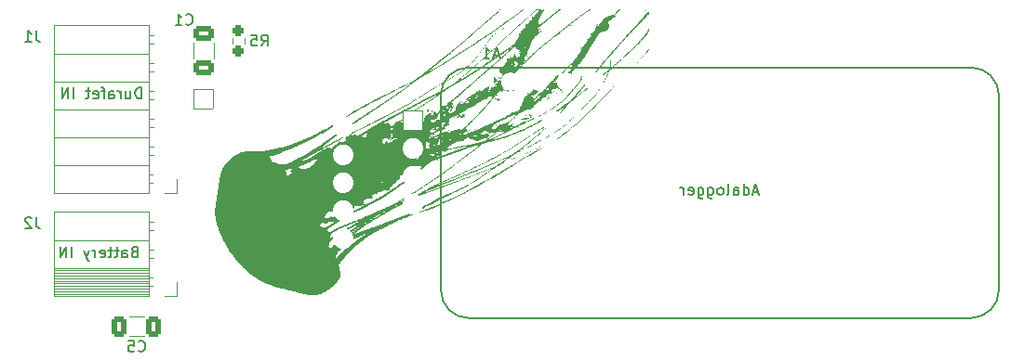
<source format=gbo>
G04 #@! TF.GenerationSoftware,KiCad,Pcbnew,7.0.8*
G04 #@! TF.CreationDate,2024-01-13T09:50:40-08:00*
G04 #@! TF.ProjectId,ph-sensor,70682d73-656e-4736-9f72-2e6b69636164,rev?*
G04 #@! TF.SameCoordinates,Original*
G04 #@! TF.FileFunction,Legend,Bot*
G04 #@! TF.FilePolarity,Positive*
%FSLAX46Y46*%
G04 Gerber Fmt 4.6, Leading zero omitted, Abs format (unit mm)*
G04 Created by KiCad (PCBNEW 7.0.8) date 2024-01-13 09:50:40*
%MOMM*%
%LPD*%
G01*
G04 APERTURE LIST*
G04 Aperture macros list*
%AMRoundRect*
0 Rectangle with rounded corners*
0 $1 Rounding radius*
0 $2 $3 $4 $5 $6 $7 $8 $9 X,Y pos of 4 corners*
0 Add a 4 corners polygon primitive as box body*
4,1,4,$2,$3,$4,$5,$6,$7,$8,$9,$2,$3,0*
0 Add four circle primitives for the rounded corners*
1,1,$1+$1,$2,$3*
1,1,$1+$1,$4,$5*
1,1,$1+$1,$6,$7*
1,1,$1+$1,$8,$9*
0 Add four rect primitives between the rounded corners*
20,1,$1+$1,$2,$3,$4,$5,0*
20,1,$1+$1,$4,$5,$6,$7,0*
20,1,$1+$1,$6,$7,$8,$9,0*
20,1,$1+$1,$8,$9,$2,$3,0*%
G04 Aperture macros list end*
%ADD10C,0.150000*%
%ADD11C,0.120000*%
%ADD12C,0.127000*%
%ADD13C,1.778000*%
%ADD14C,3.404000*%
%ADD15RoundRect,0.050800X-0.889000X-0.889000X0.889000X-0.889000X0.889000X0.889000X-0.889000X0.889000X0*%
%ADD16C,1.879600*%
%ADD17C,1.700000*%
%ADD18O,1.700000X1.700000*%
%ADD19R,1.700000X1.700000*%
%ADD20R,1.524000X1.524000*%
%ADD21RoundRect,0.237500X0.237500X-0.250000X0.237500X0.250000X-0.237500X0.250000X-0.237500X-0.250000X0*%
%ADD22C,1.734000*%
%ADD23RoundRect,0.250000X-0.412500X-0.650000X0.412500X-0.650000X0.412500X0.650000X-0.412500X0.650000X0*%
%ADD24RoundRect,0.250000X0.650000X-0.412500X0.650000X0.412500X-0.650000X0.412500X-0.650000X-0.412500X0*%
G04 APERTURE END LIST*
D10*
X115609286Y-88196009D02*
X115466429Y-88243628D01*
X115466429Y-88243628D02*
X115418810Y-88291247D01*
X115418810Y-88291247D02*
X115371191Y-88386485D01*
X115371191Y-88386485D02*
X115371191Y-88529342D01*
X115371191Y-88529342D02*
X115418810Y-88624580D01*
X115418810Y-88624580D02*
X115466429Y-88672200D01*
X115466429Y-88672200D02*
X115561667Y-88719819D01*
X115561667Y-88719819D02*
X115942619Y-88719819D01*
X115942619Y-88719819D02*
X115942619Y-87719819D01*
X115942619Y-87719819D02*
X115609286Y-87719819D01*
X115609286Y-87719819D02*
X115514048Y-87767438D01*
X115514048Y-87767438D02*
X115466429Y-87815057D01*
X115466429Y-87815057D02*
X115418810Y-87910295D01*
X115418810Y-87910295D02*
X115418810Y-88005533D01*
X115418810Y-88005533D02*
X115466429Y-88100771D01*
X115466429Y-88100771D02*
X115514048Y-88148390D01*
X115514048Y-88148390D02*
X115609286Y-88196009D01*
X115609286Y-88196009D02*
X115942619Y-88196009D01*
X114514048Y-88719819D02*
X114514048Y-88196009D01*
X114514048Y-88196009D02*
X114561667Y-88100771D01*
X114561667Y-88100771D02*
X114656905Y-88053152D01*
X114656905Y-88053152D02*
X114847381Y-88053152D01*
X114847381Y-88053152D02*
X114942619Y-88100771D01*
X114514048Y-88672200D02*
X114609286Y-88719819D01*
X114609286Y-88719819D02*
X114847381Y-88719819D01*
X114847381Y-88719819D02*
X114942619Y-88672200D01*
X114942619Y-88672200D02*
X114990238Y-88576961D01*
X114990238Y-88576961D02*
X114990238Y-88481723D01*
X114990238Y-88481723D02*
X114942619Y-88386485D01*
X114942619Y-88386485D02*
X114847381Y-88338866D01*
X114847381Y-88338866D02*
X114609286Y-88338866D01*
X114609286Y-88338866D02*
X114514048Y-88291247D01*
X114180714Y-88053152D02*
X113799762Y-88053152D01*
X114037857Y-87719819D02*
X114037857Y-88576961D01*
X114037857Y-88576961D02*
X113990238Y-88672200D01*
X113990238Y-88672200D02*
X113895000Y-88719819D01*
X113895000Y-88719819D02*
X113799762Y-88719819D01*
X113609285Y-88053152D02*
X113228333Y-88053152D01*
X113466428Y-87719819D02*
X113466428Y-88576961D01*
X113466428Y-88576961D02*
X113418809Y-88672200D01*
X113418809Y-88672200D02*
X113323571Y-88719819D01*
X113323571Y-88719819D02*
X113228333Y-88719819D01*
X112514047Y-88672200D02*
X112609285Y-88719819D01*
X112609285Y-88719819D02*
X112799761Y-88719819D01*
X112799761Y-88719819D02*
X112894999Y-88672200D01*
X112894999Y-88672200D02*
X112942618Y-88576961D01*
X112942618Y-88576961D02*
X112942618Y-88196009D01*
X112942618Y-88196009D02*
X112894999Y-88100771D01*
X112894999Y-88100771D02*
X112799761Y-88053152D01*
X112799761Y-88053152D02*
X112609285Y-88053152D01*
X112609285Y-88053152D02*
X112514047Y-88100771D01*
X112514047Y-88100771D02*
X112466428Y-88196009D01*
X112466428Y-88196009D02*
X112466428Y-88291247D01*
X112466428Y-88291247D02*
X112942618Y-88386485D01*
X112037856Y-88719819D02*
X112037856Y-88053152D01*
X112037856Y-88243628D02*
X111990237Y-88148390D01*
X111990237Y-88148390D02*
X111942618Y-88100771D01*
X111942618Y-88100771D02*
X111847380Y-88053152D01*
X111847380Y-88053152D02*
X111752142Y-88053152D01*
X111514046Y-88053152D02*
X111275951Y-88719819D01*
X111037856Y-88053152D02*
X111275951Y-88719819D01*
X111275951Y-88719819D02*
X111371189Y-88957914D01*
X111371189Y-88957914D02*
X111418808Y-89005533D01*
X111418808Y-89005533D02*
X111514046Y-89053152D01*
X109894998Y-88719819D02*
X109894998Y-87719819D01*
X109418808Y-88719819D02*
X109418808Y-87719819D01*
X109418808Y-87719819D02*
X108847380Y-88719819D01*
X108847380Y-88719819D02*
X108847380Y-87719819D01*
X116269047Y-74224819D02*
X116269047Y-73224819D01*
X116269047Y-73224819D02*
X116030952Y-73224819D01*
X116030952Y-73224819D02*
X115888095Y-73272438D01*
X115888095Y-73272438D02*
X115792857Y-73367676D01*
X115792857Y-73367676D02*
X115745238Y-73462914D01*
X115745238Y-73462914D02*
X115697619Y-73653390D01*
X115697619Y-73653390D02*
X115697619Y-73796247D01*
X115697619Y-73796247D02*
X115745238Y-73986723D01*
X115745238Y-73986723D02*
X115792857Y-74081961D01*
X115792857Y-74081961D02*
X115888095Y-74177200D01*
X115888095Y-74177200D02*
X116030952Y-74224819D01*
X116030952Y-74224819D02*
X116269047Y-74224819D01*
X114840476Y-73558152D02*
X114840476Y-74224819D01*
X115269047Y-73558152D02*
X115269047Y-74081961D01*
X115269047Y-74081961D02*
X115221428Y-74177200D01*
X115221428Y-74177200D02*
X115126190Y-74224819D01*
X115126190Y-74224819D02*
X114983333Y-74224819D01*
X114983333Y-74224819D02*
X114888095Y-74177200D01*
X114888095Y-74177200D02*
X114840476Y-74129580D01*
X114364285Y-74224819D02*
X114364285Y-73558152D01*
X114364285Y-73748628D02*
X114316666Y-73653390D01*
X114316666Y-73653390D02*
X114269047Y-73605771D01*
X114269047Y-73605771D02*
X114173809Y-73558152D01*
X114173809Y-73558152D02*
X114078571Y-73558152D01*
X113316666Y-74224819D02*
X113316666Y-73701009D01*
X113316666Y-73701009D02*
X113364285Y-73605771D01*
X113364285Y-73605771D02*
X113459523Y-73558152D01*
X113459523Y-73558152D02*
X113649999Y-73558152D01*
X113649999Y-73558152D02*
X113745237Y-73605771D01*
X113316666Y-74177200D02*
X113411904Y-74224819D01*
X113411904Y-74224819D02*
X113649999Y-74224819D01*
X113649999Y-74224819D02*
X113745237Y-74177200D01*
X113745237Y-74177200D02*
X113792856Y-74081961D01*
X113792856Y-74081961D02*
X113792856Y-73986723D01*
X113792856Y-73986723D02*
X113745237Y-73891485D01*
X113745237Y-73891485D02*
X113649999Y-73843866D01*
X113649999Y-73843866D02*
X113411904Y-73843866D01*
X113411904Y-73843866D02*
X113316666Y-73796247D01*
X112983332Y-73558152D02*
X112602380Y-73558152D01*
X112840475Y-74224819D02*
X112840475Y-73367676D01*
X112840475Y-73367676D02*
X112792856Y-73272438D01*
X112792856Y-73272438D02*
X112697618Y-73224819D01*
X112697618Y-73224819D02*
X112602380Y-73224819D01*
X111888094Y-74177200D02*
X111983332Y-74224819D01*
X111983332Y-74224819D02*
X112173808Y-74224819D01*
X112173808Y-74224819D02*
X112269046Y-74177200D01*
X112269046Y-74177200D02*
X112316665Y-74081961D01*
X112316665Y-74081961D02*
X112316665Y-73701009D01*
X112316665Y-73701009D02*
X112269046Y-73605771D01*
X112269046Y-73605771D02*
X112173808Y-73558152D01*
X112173808Y-73558152D02*
X111983332Y-73558152D01*
X111983332Y-73558152D02*
X111888094Y-73605771D01*
X111888094Y-73605771D02*
X111840475Y-73701009D01*
X111840475Y-73701009D02*
X111840475Y-73796247D01*
X111840475Y-73796247D02*
X112316665Y-73891485D01*
X111554760Y-73558152D02*
X111173808Y-73558152D01*
X111411903Y-73224819D02*
X111411903Y-74081961D01*
X111411903Y-74081961D02*
X111364284Y-74177200D01*
X111364284Y-74177200D02*
X111269046Y-74224819D01*
X111269046Y-74224819D02*
X111173808Y-74224819D01*
X110078569Y-74224819D02*
X110078569Y-73224819D01*
X109602379Y-74224819D02*
X109602379Y-73224819D01*
X109602379Y-73224819D02*
X109030951Y-74224819D01*
X109030951Y-74224819D02*
X109030951Y-73224819D01*
X172410000Y-82719104D02*
X171933810Y-82719104D01*
X172505238Y-83004819D02*
X172171905Y-82004819D01*
X172171905Y-82004819D02*
X171838572Y-83004819D01*
X171076667Y-83004819D02*
X171076667Y-82004819D01*
X171076667Y-82957200D02*
X171171905Y-83004819D01*
X171171905Y-83004819D02*
X171362381Y-83004819D01*
X171362381Y-83004819D02*
X171457619Y-82957200D01*
X171457619Y-82957200D02*
X171505238Y-82909580D01*
X171505238Y-82909580D02*
X171552857Y-82814342D01*
X171552857Y-82814342D02*
X171552857Y-82528628D01*
X171552857Y-82528628D02*
X171505238Y-82433390D01*
X171505238Y-82433390D02*
X171457619Y-82385771D01*
X171457619Y-82385771D02*
X171362381Y-82338152D01*
X171362381Y-82338152D02*
X171171905Y-82338152D01*
X171171905Y-82338152D02*
X171076667Y-82385771D01*
X170171905Y-83004819D02*
X170171905Y-82481009D01*
X170171905Y-82481009D02*
X170219524Y-82385771D01*
X170219524Y-82385771D02*
X170314762Y-82338152D01*
X170314762Y-82338152D02*
X170505238Y-82338152D01*
X170505238Y-82338152D02*
X170600476Y-82385771D01*
X170171905Y-82957200D02*
X170267143Y-83004819D01*
X170267143Y-83004819D02*
X170505238Y-83004819D01*
X170505238Y-83004819D02*
X170600476Y-82957200D01*
X170600476Y-82957200D02*
X170648095Y-82861961D01*
X170648095Y-82861961D02*
X170648095Y-82766723D01*
X170648095Y-82766723D02*
X170600476Y-82671485D01*
X170600476Y-82671485D02*
X170505238Y-82623866D01*
X170505238Y-82623866D02*
X170267143Y-82623866D01*
X170267143Y-82623866D02*
X170171905Y-82576247D01*
X169552857Y-83004819D02*
X169648095Y-82957200D01*
X169648095Y-82957200D02*
X169695714Y-82861961D01*
X169695714Y-82861961D02*
X169695714Y-82004819D01*
X169029047Y-83004819D02*
X169124285Y-82957200D01*
X169124285Y-82957200D02*
X169171904Y-82909580D01*
X169171904Y-82909580D02*
X169219523Y-82814342D01*
X169219523Y-82814342D02*
X169219523Y-82528628D01*
X169219523Y-82528628D02*
X169171904Y-82433390D01*
X169171904Y-82433390D02*
X169124285Y-82385771D01*
X169124285Y-82385771D02*
X169029047Y-82338152D01*
X169029047Y-82338152D02*
X168886190Y-82338152D01*
X168886190Y-82338152D02*
X168790952Y-82385771D01*
X168790952Y-82385771D02*
X168743333Y-82433390D01*
X168743333Y-82433390D02*
X168695714Y-82528628D01*
X168695714Y-82528628D02*
X168695714Y-82814342D01*
X168695714Y-82814342D02*
X168743333Y-82909580D01*
X168743333Y-82909580D02*
X168790952Y-82957200D01*
X168790952Y-82957200D02*
X168886190Y-83004819D01*
X168886190Y-83004819D02*
X169029047Y-83004819D01*
X167838571Y-82338152D02*
X167838571Y-83147676D01*
X167838571Y-83147676D02*
X167886190Y-83242914D01*
X167886190Y-83242914D02*
X167933809Y-83290533D01*
X167933809Y-83290533D02*
X168029047Y-83338152D01*
X168029047Y-83338152D02*
X168171904Y-83338152D01*
X168171904Y-83338152D02*
X168267142Y-83290533D01*
X167838571Y-82957200D02*
X167933809Y-83004819D01*
X167933809Y-83004819D02*
X168124285Y-83004819D01*
X168124285Y-83004819D02*
X168219523Y-82957200D01*
X168219523Y-82957200D02*
X168267142Y-82909580D01*
X168267142Y-82909580D02*
X168314761Y-82814342D01*
X168314761Y-82814342D02*
X168314761Y-82528628D01*
X168314761Y-82528628D02*
X168267142Y-82433390D01*
X168267142Y-82433390D02*
X168219523Y-82385771D01*
X168219523Y-82385771D02*
X168124285Y-82338152D01*
X168124285Y-82338152D02*
X167933809Y-82338152D01*
X167933809Y-82338152D02*
X167838571Y-82385771D01*
X166933809Y-82338152D02*
X166933809Y-83147676D01*
X166933809Y-83147676D02*
X166981428Y-83242914D01*
X166981428Y-83242914D02*
X167029047Y-83290533D01*
X167029047Y-83290533D02*
X167124285Y-83338152D01*
X167124285Y-83338152D02*
X167267142Y-83338152D01*
X167267142Y-83338152D02*
X167362380Y-83290533D01*
X166933809Y-82957200D02*
X167029047Y-83004819D01*
X167029047Y-83004819D02*
X167219523Y-83004819D01*
X167219523Y-83004819D02*
X167314761Y-82957200D01*
X167314761Y-82957200D02*
X167362380Y-82909580D01*
X167362380Y-82909580D02*
X167409999Y-82814342D01*
X167409999Y-82814342D02*
X167409999Y-82528628D01*
X167409999Y-82528628D02*
X167362380Y-82433390D01*
X167362380Y-82433390D02*
X167314761Y-82385771D01*
X167314761Y-82385771D02*
X167219523Y-82338152D01*
X167219523Y-82338152D02*
X167029047Y-82338152D01*
X167029047Y-82338152D02*
X166933809Y-82385771D01*
X166076666Y-82957200D02*
X166171904Y-83004819D01*
X166171904Y-83004819D02*
X166362380Y-83004819D01*
X166362380Y-83004819D02*
X166457618Y-82957200D01*
X166457618Y-82957200D02*
X166505237Y-82861961D01*
X166505237Y-82861961D02*
X166505237Y-82481009D01*
X166505237Y-82481009D02*
X166457618Y-82385771D01*
X166457618Y-82385771D02*
X166362380Y-82338152D01*
X166362380Y-82338152D02*
X166171904Y-82338152D01*
X166171904Y-82338152D02*
X166076666Y-82385771D01*
X166076666Y-82385771D02*
X166029047Y-82481009D01*
X166029047Y-82481009D02*
X166029047Y-82576247D01*
X166029047Y-82576247D02*
X166505237Y-82671485D01*
X165600475Y-83004819D02*
X165600475Y-82338152D01*
X165600475Y-82528628D02*
X165552856Y-82433390D01*
X165552856Y-82433390D02*
X165505237Y-82385771D01*
X165505237Y-82385771D02*
X165409999Y-82338152D01*
X165409999Y-82338152D02*
X165314761Y-82338152D01*
X106677333Y-85052819D02*
X106677333Y-85767104D01*
X106677333Y-85767104D02*
X106724952Y-85909961D01*
X106724952Y-85909961D02*
X106820190Y-86005200D01*
X106820190Y-86005200D02*
X106963047Y-86052819D01*
X106963047Y-86052819D02*
X107058285Y-86052819D01*
X106248761Y-85148057D02*
X106201142Y-85100438D01*
X106201142Y-85100438D02*
X106105904Y-85052819D01*
X106105904Y-85052819D02*
X105867809Y-85052819D01*
X105867809Y-85052819D02*
X105772571Y-85100438D01*
X105772571Y-85100438D02*
X105724952Y-85148057D01*
X105724952Y-85148057D02*
X105677333Y-85243295D01*
X105677333Y-85243295D02*
X105677333Y-85338533D01*
X105677333Y-85338533D02*
X105724952Y-85481390D01*
X105724952Y-85481390D02*
X106296380Y-86052819D01*
X106296380Y-86052819D02*
X105677333Y-86052819D01*
X127166666Y-69415819D02*
X127499999Y-68939628D01*
X127738094Y-69415819D02*
X127738094Y-68415819D01*
X127738094Y-68415819D02*
X127357142Y-68415819D01*
X127357142Y-68415819D02*
X127261904Y-68463438D01*
X127261904Y-68463438D02*
X127214285Y-68511057D01*
X127214285Y-68511057D02*
X127166666Y-68606295D01*
X127166666Y-68606295D02*
X127166666Y-68749152D01*
X127166666Y-68749152D02*
X127214285Y-68844390D01*
X127214285Y-68844390D02*
X127261904Y-68892009D01*
X127261904Y-68892009D02*
X127357142Y-68939628D01*
X127357142Y-68939628D02*
X127738094Y-68939628D01*
X126261904Y-68415819D02*
X126738094Y-68415819D01*
X126738094Y-68415819D02*
X126785713Y-68892009D01*
X126785713Y-68892009D02*
X126738094Y-68844390D01*
X126738094Y-68844390D02*
X126642856Y-68796771D01*
X126642856Y-68796771D02*
X126404761Y-68796771D01*
X126404761Y-68796771D02*
X126309523Y-68844390D01*
X126309523Y-68844390D02*
X126261904Y-68892009D01*
X126261904Y-68892009D02*
X126214285Y-68987247D01*
X126214285Y-68987247D02*
X126214285Y-69225342D01*
X126214285Y-69225342D02*
X126261904Y-69320580D01*
X126261904Y-69320580D02*
X126309523Y-69368200D01*
X126309523Y-69368200D02*
X126404761Y-69415819D01*
X126404761Y-69415819D02*
X126642856Y-69415819D01*
X126642856Y-69415819D02*
X126738094Y-69368200D01*
X126738094Y-69368200D02*
X126785713Y-69320580D01*
X148796285Y-70273104D02*
X148320095Y-70273104D01*
X148891523Y-70558819D02*
X148558190Y-69558819D01*
X148558190Y-69558819D02*
X148224857Y-70558819D01*
X147367714Y-70558819D02*
X147939142Y-70558819D01*
X147653428Y-70558819D02*
X147653428Y-69558819D01*
X147653428Y-69558819D02*
X147748666Y-69701676D01*
X147748666Y-69701676D02*
X147843904Y-69796914D01*
X147843904Y-69796914D02*
X147939142Y-69844533D01*
X115990666Y-97205580D02*
X116038285Y-97253200D01*
X116038285Y-97253200D02*
X116181142Y-97300819D01*
X116181142Y-97300819D02*
X116276380Y-97300819D01*
X116276380Y-97300819D02*
X116419237Y-97253200D01*
X116419237Y-97253200D02*
X116514475Y-97157961D01*
X116514475Y-97157961D02*
X116562094Y-97062723D01*
X116562094Y-97062723D02*
X116609713Y-96872247D01*
X116609713Y-96872247D02*
X116609713Y-96729390D01*
X116609713Y-96729390D02*
X116562094Y-96538914D01*
X116562094Y-96538914D02*
X116514475Y-96443676D01*
X116514475Y-96443676D02*
X116419237Y-96348438D01*
X116419237Y-96348438D02*
X116276380Y-96300819D01*
X116276380Y-96300819D02*
X116181142Y-96300819D01*
X116181142Y-96300819D02*
X116038285Y-96348438D01*
X116038285Y-96348438D02*
X115990666Y-96396057D01*
X115085904Y-96300819D02*
X115562094Y-96300819D01*
X115562094Y-96300819D02*
X115609713Y-96777009D01*
X115609713Y-96777009D02*
X115562094Y-96729390D01*
X115562094Y-96729390D02*
X115466856Y-96681771D01*
X115466856Y-96681771D02*
X115228761Y-96681771D01*
X115228761Y-96681771D02*
X115133523Y-96729390D01*
X115133523Y-96729390D02*
X115085904Y-96777009D01*
X115085904Y-96777009D02*
X115038285Y-96872247D01*
X115038285Y-96872247D02*
X115038285Y-97110342D01*
X115038285Y-97110342D02*
X115085904Y-97205580D01*
X115085904Y-97205580D02*
X115133523Y-97253200D01*
X115133523Y-97253200D02*
X115228761Y-97300819D01*
X115228761Y-97300819D02*
X115466856Y-97300819D01*
X115466856Y-97300819D02*
X115562094Y-97253200D01*
X115562094Y-97253200D02*
X115609713Y-97205580D01*
X106677333Y-68034819D02*
X106677333Y-68749104D01*
X106677333Y-68749104D02*
X106724952Y-68891961D01*
X106724952Y-68891961D02*
X106820190Y-68987200D01*
X106820190Y-68987200D02*
X106963047Y-69034819D01*
X106963047Y-69034819D02*
X107058285Y-69034819D01*
X105677333Y-69034819D02*
X106248761Y-69034819D01*
X105963047Y-69034819D02*
X105963047Y-68034819D01*
X105963047Y-68034819D02*
X106058285Y-68177676D01*
X106058285Y-68177676D02*
X106153523Y-68272914D01*
X106153523Y-68272914D02*
X106248761Y-68320533D01*
X120308666Y-67415580D02*
X120356285Y-67463200D01*
X120356285Y-67463200D02*
X120499142Y-67510819D01*
X120499142Y-67510819D02*
X120594380Y-67510819D01*
X120594380Y-67510819D02*
X120737237Y-67463200D01*
X120737237Y-67463200D02*
X120832475Y-67367961D01*
X120832475Y-67367961D02*
X120880094Y-67272723D01*
X120880094Y-67272723D02*
X120927713Y-67082247D01*
X120927713Y-67082247D02*
X120927713Y-66939390D01*
X120927713Y-66939390D02*
X120880094Y-66748914D01*
X120880094Y-66748914D02*
X120832475Y-66653676D01*
X120832475Y-66653676D02*
X120737237Y-66558438D01*
X120737237Y-66558438D02*
X120594380Y-66510819D01*
X120594380Y-66510819D02*
X120499142Y-66510819D01*
X120499142Y-66510819D02*
X120356285Y-66558438D01*
X120356285Y-66558438D02*
X120308666Y-66606057D01*
X119356285Y-67510819D02*
X119927713Y-67510819D01*
X119641999Y-67510819D02*
X119641999Y-66510819D01*
X119641999Y-66510819D02*
X119737237Y-66653676D01*
X119737237Y-66653676D02*
X119832475Y-66748914D01*
X119832475Y-66748914D02*
X119927713Y-66796533D01*
G36*
X132528567Y-85806927D02*
G01*
X132518191Y-85817303D01*
X132507815Y-85806927D01*
X132518191Y-85796551D01*
X132528567Y-85806927D01*
G37*
G36*
X132549319Y-85765424D02*
G01*
X132538943Y-85775800D01*
X132528567Y-85765424D01*
X132538943Y-85755048D01*
X132549319Y-85765424D01*
G37*
G36*
X133337881Y-85516404D02*
G01*
X133327505Y-85526780D01*
X133317129Y-85516404D01*
X133327505Y-85506029D01*
X133337881Y-85516404D01*
G37*
G36*
X133400136Y-86097450D02*
G01*
X133389760Y-86107826D01*
X133379384Y-86097450D01*
X133389760Y-86087074D01*
X133400136Y-86097450D01*
G37*
G36*
X133462391Y-86076699D02*
G01*
X133452015Y-86087074D01*
X133441639Y-86076699D01*
X133452015Y-86066323D01*
X133462391Y-86076699D01*
G37*
G36*
X133503894Y-85993692D02*
G01*
X133493518Y-86004068D01*
X133483142Y-85993692D01*
X133493518Y-85983316D01*
X133503894Y-85993692D01*
G37*
G36*
X133711410Y-86221960D02*
G01*
X133701034Y-86232336D01*
X133690658Y-86221960D01*
X133701034Y-86211584D01*
X133711410Y-86221960D01*
G37*
G36*
X133773665Y-86180457D02*
G01*
X133763289Y-86190833D01*
X133752913Y-86180457D01*
X133763289Y-86170081D01*
X133773665Y-86180457D01*
G37*
G36*
X133960430Y-86076699D02*
G01*
X133950054Y-86087074D01*
X133939678Y-86076699D01*
X133950054Y-86066323D01*
X133960430Y-86076699D01*
G37*
G36*
X134250953Y-85205130D02*
G01*
X134240577Y-85215506D01*
X134230201Y-85205130D01*
X134240577Y-85194754D01*
X134250953Y-85205130D01*
G37*
G36*
X134250953Y-77444019D02*
G01*
X134240577Y-77454395D01*
X134230201Y-77444019D01*
X134240577Y-77433643D01*
X134250953Y-77444019D01*
G37*
G36*
X134458469Y-84769346D02*
G01*
X134448093Y-84779721D01*
X134437717Y-84769346D01*
X134448093Y-84758970D01*
X134458469Y-84769346D01*
G37*
G36*
X134562227Y-85806927D02*
G01*
X134551851Y-85817303D01*
X134541475Y-85806927D01*
X134551851Y-85796551D01*
X134562227Y-85806927D01*
G37*
G36*
X134686737Y-85765424D02*
G01*
X134676361Y-85775800D01*
X134665985Y-85765424D01*
X134676361Y-85755048D01*
X134686737Y-85765424D01*
G37*
G36*
X134707489Y-77132744D02*
G01*
X134697113Y-77143120D01*
X134686737Y-77132744D01*
X134697113Y-77122368D01*
X134707489Y-77132744D01*
G37*
G36*
X134852750Y-77610032D02*
G01*
X134842374Y-77620408D01*
X134831998Y-77610032D01*
X134842374Y-77599656D01*
X134852750Y-77610032D01*
G37*
G36*
X134998011Y-85640914D02*
G01*
X134987636Y-85651290D01*
X134977260Y-85640914D01*
X134987636Y-85630538D01*
X134998011Y-85640914D01*
G37*
G36*
X135122521Y-85599411D02*
G01*
X135112145Y-85609787D01*
X135101770Y-85599411D01*
X135112145Y-85589035D01*
X135122521Y-85599411D01*
G37*
G36*
X135682815Y-84043038D02*
G01*
X135672440Y-84053414D01*
X135662064Y-84043038D01*
X135672440Y-84032663D01*
X135682815Y-84043038D01*
G37*
G36*
X135807325Y-76385685D02*
G01*
X135796949Y-76396061D01*
X135786574Y-76385685D01*
X135796949Y-76375310D01*
X135807325Y-76385685D01*
G37*
G36*
X135828077Y-77464770D02*
G01*
X135817701Y-77475146D01*
X135807325Y-77464770D01*
X135817701Y-77454395D01*
X135828077Y-77464770D01*
G37*
G36*
X136429874Y-77672287D02*
G01*
X136419498Y-77682663D01*
X136409123Y-77672287D01*
X136419498Y-77661911D01*
X136429874Y-77672287D01*
G37*
G36*
X136595887Y-86574738D02*
G01*
X136585511Y-86585114D01*
X136575136Y-86574738D01*
X136585511Y-86564362D01*
X136595887Y-86574738D01*
G37*
G36*
X136886410Y-75680130D02*
G01*
X136876034Y-75690506D01*
X136865658Y-75680130D01*
X136876034Y-75669754D01*
X136886410Y-75680130D01*
G37*
G36*
X137322194Y-83254476D02*
G01*
X137311819Y-83264852D01*
X137301443Y-83254476D01*
X137311819Y-83244100D01*
X137322194Y-83254476D01*
G37*
G36*
X137363698Y-83005457D02*
G01*
X137353322Y-83015833D01*
X137342946Y-83005457D01*
X137353322Y-82995081D01*
X137363698Y-83005457D01*
G37*
G36*
X137384449Y-84665587D02*
G01*
X137374074Y-84675963D01*
X137363698Y-84665587D01*
X137374074Y-84655212D01*
X137384449Y-84665587D01*
G37*
G36*
X137384449Y-75348104D02*
G01*
X137374074Y-75358480D01*
X137363698Y-75348104D01*
X137374074Y-75337728D01*
X137384449Y-75348104D01*
G37*
G36*
X137695724Y-84520326D02*
G01*
X137685348Y-84530702D01*
X137674972Y-84520326D01*
X137685348Y-84509950D01*
X137695724Y-84520326D01*
G37*
G36*
X138131508Y-74850065D02*
G01*
X138121132Y-74860440D01*
X138110757Y-74850065D01*
X138121132Y-74839689D01*
X138131508Y-74850065D01*
G37*
G36*
X138235266Y-78294836D02*
G01*
X138224891Y-78305212D01*
X138214515Y-78294836D01*
X138224891Y-78284460D01*
X138235266Y-78294836D01*
G37*
G36*
X138339025Y-81179313D02*
G01*
X138328649Y-81189689D01*
X138318273Y-81179313D01*
X138328649Y-81168937D01*
X138339025Y-81179313D01*
G37*
G36*
X138359776Y-78128823D02*
G01*
X138349400Y-78139199D01*
X138339025Y-78128823D01*
X138349400Y-78118447D01*
X138359776Y-78128823D01*
G37*
G36*
X138380528Y-78045816D02*
G01*
X138370152Y-78056192D01*
X138359776Y-78045816D01*
X138370152Y-78035440D01*
X138380528Y-78045816D01*
G37*
G36*
X138422031Y-78294836D02*
G01*
X138411655Y-78305212D01*
X138401279Y-78294836D01*
X138411655Y-78284460D01*
X138422031Y-78294836D01*
G37*
G36*
X138463534Y-76385685D02*
G01*
X138453158Y-76396061D01*
X138442783Y-76385685D01*
X138453158Y-76375310D01*
X138463534Y-76385685D01*
G37*
G36*
X138463534Y-75908398D02*
G01*
X138453158Y-75918774D01*
X138442783Y-75908398D01*
X138453158Y-75898022D01*
X138463534Y-75908398D01*
G37*
G36*
X138484286Y-78066568D02*
G01*
X138473910Y-78076944D01*
X138463534Y-78066568D01*
X138473910Y-78056192D01*
X138484286Y-78066568D01*
G37*
G36*
X138505038Y-82569672D02*
G01*
X138494662Y-82580048D01*
X138484286Y-82569672D01*
X138494662Y-82559297D01*
X138505038Y-82569672D01*
G37*
G36*
X138505038Y-77859051D02*
G01*
X138494662Y-77869427D01*
X138484286Y-77859051D01*
X138494662Y-77848676D01*
X138505038Y-77859051D01*
G37*
G36*
X138546541Y-78045816D02*
G01*
X138536165Y-78056192D01*
X138525789Y-78045816D01*
X138536165Y-78035440D01*
X138546541Y-78045816D01*
G37*
G36*
X138546541Y-77921306D02*
G01*
X138536165Y-77931682D01*
X138525789Y-77921306D01*
X138536165Y-77910931D01*
X138546541Y-77921306D01*
G37*
G36*
X138546541Y-76344182D02*
G01*
X138536165Y-76354558D01*
X138525789Y-76344182D01*
X138536165Y-76333806D01*
X138546541Y-76344182D01*
G37*
G36*
X138567292Y-77983561D02*
G01*
X138556917Y-77993937D01*
X138546541Y-77983561D01*
X138556917Y-77973185D01*
X138567292Y-77983561D01*
G37*
G36*
X138588044Y-82631927D02*
G01*
X138577668Y-82642303D01*
X138567292Y-82631927D01*
X138577668Y-82621551D01*
X138588044Y-82631927D01*
G37*
G36*
X138588044Y-77900555D02*
G01*
X138577668Y-77910931D01*
X138567292Y-77900555D01*
X138577668Y-77890179D01*
X138588044Y-77900555D01*
G37*
G36*
X138608796Y-78025065D02*
G01*
X138598420Y-78035440D01*
X138588044Y-78025065D01*
X138598420Y-78014689D01*
X138608796Y-78025065D01*
G37*
G36*
X138650299Y-76281927D02*
G01*
X138639923Y-76292303D01*
X138629547Y-76281927D01*
X138639923Y-76271551D01*
X138650299Y-76281927D01*
G37*
G36*
X138712554Y-75783888D02*
G01*
X138702178Y-75794264D01*
X138691802Y-75783888D01*
X138702178Y-75773512D01*
X138712554Y-75783888D01*
G37*
G36*
X138733306Y-76572450D02*
G01*
X138722930Y-76582826D01*
X138712554Y-76572450D01*
X138722930Y-76562074D01*
X138733306Y-76572450D01*
G37*
G36*
X138795560Y-77983561D02*
G01*
X138785185Y-77993937D01*
X138774809Y-77983561D01*
X138785185Y-77973185D01*
X138795560Y-77983561D01*
G37*
G36*
X138837064Y-76447940D02*
G01*
X138826688Y-76458316D01*
X138816312Y-76447940D01*
X138826688Y-76437565D01*
X138837064Y-76447940D01*
G37*
G36*
X138837064Y-76198921D02*
G01*
X138826688Y-76209297D01*
X138816312Y-76198921D01*
X138826688Y-76188545D01*
X138837064Y-76198921D01*
G37*
G36*
X138857815Y-78128823D02*
G01*
X138847440Y-78139199D01*
X138837064Y-78128823D01*
X138847440Y-78118447D01*
X138857815Y-78128823D01*
G37*
G36*
X138899319Y-82445163D02*
G01*
X138888943Y-82455538D01*
X138878567Y-82445163D01*
X138888943Y-82434787D01*
X138899319Y-82445163D01*
G37*
G36*
X138899319Y-82403659D02*
G01*
X138888943Y-82414035D01*
X138878567Y-82403659D01*
X138888943Y-82393284D01*
X138899319Y-82403659D01*
G37*
G36*
X138961574Y-77361012D02*
G01*
X138951198Y-77371388D01*
X138940822Y-77361012D01*
X138951198Y-77350636D01*
X138961574Y-77361012D01*
G37*
G36*
X138961574Y-76696960D02*
G01*
X138951198Y-76707336D01*
X138940822Y-76696960D01*
X138951198Y-76686584D01*
X138961574Y-76696960D01*
G37*
G36*
X138982325Y-82341404D02*
G01*
X138971949Y-82351780D01*
X138961574Y-82341404D01*
X138971949Y-82331029D01*
X138982325Y-82341404D01*
G37*
G36*
X138982325Y-76759215D02*
G01*
X138971949Y-76769591D01*
X138961574Y-76759215D01*
X138971949Y-76748839D01*
X138982325Y-76759215D01*
G37*
G36*
X139044580Y-77049738D02*
G01*
X139034204Y-77060114D01*
X139023828Y-77049738D01*
X139034204Y-77039362D01*
X139044580Y-77049738D01*
G37*
G36*
X139065332Y-82299901D02*
G01*
X139054956Y-82310277D01*
X139044580Y-82299901D01*
X139054956Y-82289525D01*
X139065332Y-82299901D01*
G37*
G36*
X139086083Y-77610032D02*
G01*
X139075708Y-77620408D01*
X139065332Y-77610032D01*
X139075708Y-77599656D01*
X139086083Y-77610032D01*
G37*
G36*
X139106835Y-82175391D02*
G01*
X139096459Y-82185767D01*
X139086083Y-82175391D01*
X139096459Y-82165016D01*
X139106835Y-82175391D01*
G37*
G36*
X139127587Y-77361012D02*
G01*
X139117211Y-77371388D01*
X139106835Y-77361012D01*
X139117211Y-77350636D01*
X139127587Y-77361012D01*
G37*
G36*
X139252096Y-77942058D02*
G01*
X139241721Y-77952434D01*
X139231345Y-77942058D01*
X139241721Y-77931682D01*
X139252096Y-77942058D01*
G37*
G36*
X139335103Y-76427189D02*
G01*
X139324727Y-76437565D01*
X139314351Y-76427189D01*
X139324727Y-76416813D01*
X139335103Y-76427189D01*
G37*
G36*
X139646377Y-75742385D02*
G01*
X139636002Y-75752761D01*
X139625626Y-75742385D01*
X139636002Y-75732009D01*
X139646377Y-75742385D01*
G37*
G36*
X139936900Y-76261176D02*
G01*
X139926525Y-76271551D01*
X139916149Y-76261176D01*
X139926525Y-76250800D01*
X139936900Y-76261176D01*
G37*
G36*
X139957652Y-75576372D02*
G01*
X139947276Y-75586748D01*
X139936900Y-75576372D01*
X139947276Y-75565996D01*
X139957652Y-75576372D01*
G37*
G36*
X140268926Y-76032908D02*
G01*
X140258551Y-76043284D01*
X140248175Y-76032908D01*
X140258551Y-76022532D01*
X140268926Y-76032908D01*
G37*
G36*
X140414188Y-75327352D02*
G01*
X140403812Y-75337728D01*
X140393436Y-75327352D01*
X140403812Y-75316976D01*
X140414188Y-75327352D01*
G37*
G36*
X140497194Y-75285849D02*
G01*
X140486819Y-75296225D01*
X140476443Y-75285849D01*
X140486819Y-75275473D01*
X140497194Y-75285849D01*
G37*
G36*
X140559449Y-75244346D02*
G01*
X140549074Y-75254721D01*
X140538698Y-75244346D01*
X140549074Y-75233970D01*
X140559449Y-75244346D01*
G37*
G36*
X140580201Y-76261176D02*
G01*
X140569825Y-76271551D01*
X140559449Y-76261176D01*
X140569825Y-76250800D01*
X140580201Y-76261176D01*
G37*
G36*
X141057489Y-76551699D02*
G01*
X141047113Y-76562074D01*
X141036737Y-76551699D01*
X141047113Y-76541323D01*
X141057489Y-76551699D01*
G37*
G36*
X141265005Y-79062646D02*
G01*
X141254629Y-79073022D01*
X141244253Y-79062646D01*
X141254629Y-79052270D01*
X141265005Y-79062646D01*
G37*
G36*
X141368763Y-76613953D02*
G01*
X141358387Y-76624329D01*
X141348011Y-76613953D01*
X141358387Y-76603578D01*
X141368763Y-76613953D01*
G37*
G36*
X141617783Y-74684051D02*
G01*
X141607407Y-74694427D01*
X141597031Y-74684051D01*
X141607407Y-74673676D01*
X141617783Y-74684051D01*
G37*
G36*
X141825299Y-82403659D02*
G01*
X141814923Y-82414035D01*
X141804547Y-82403659D01*
X141814923Y-82393284D01*
X141825299Y-82403659D01*
G37*
G36*
X141887554Y-74870816D02*
G01*
X141877178Y-74881192D01*
X141866802Y-74870816D01*
X141877178Y-74860440D01*
X141887554Y-74870816D01*
G37*
G36*
X142157325Y-72048594D02*
G01*
X142146949Y-72058970D01*
X142136574Y-72048594D01*
X142146949Y-72038218D01*
X142157325Y-72048594D01*
G37*
G36*
X142198828Y-76115914D02*
G01*
X142188453Y-76126290D01*
X142178077Y-76115914D01*
X142188453Y-76105538D01*
X142198828Y-76115914D01*
G37*
G36*
X142219580Y-78191078D02*
G01*
X142209204Y-78201453D01*
X142198828Y-78191078D01*
X142209204Y-78180702D01*
X142219580Y-78191078D01*
G37*
G36*
X142240332Y-76032908D02*
G01*
X142229956Y-76043284D01*
X142219580Y-76032908D01*
X142229956Y-76022532D01*
X142240332Y-76032908D01*
G37*
G36*
X142261083Y-78191078D02*
G01*
X142250708Y-78201453D01*
X142240332Y-78191078D01*
X142250708Y-78180702D01*
X142261083Y-78191078D01*
G37*
G36*
X142281835Y-75514117D02*
G01*
X142271459Y-75524493D01*
X142261083Y-75514117D01*
X142271459Y-75503741D01*
X142281835Y-75514117D01*
G37*
G36*
X142385593Y-75451862D02*
G01*
X142375217Y-75462238D01*
X142364841Y-75451862D01*
X142375217Y-75441486D01*
X142385593Y-75451862D01*
G37*
G36*
X142406345Y-75514117D02*
G01*
X142395969Y-75524493D01*
X142385593Y-75514117D01*
X142395969Y-75503741D01*
X142406345Y-75514117D01*
G37*
G36*
X142447848Y-78274084D02*
G01*
X142437472Y-78284460D01*
X142427096Y-78274084D01*
X142437472Y-78263708D01*
X142447848Y-78274084D01*
G37*
G36*
X142468600Y-75368855D02*
G01*
X142458224Y-75379231D01*
X142447848Y-75368855D01*
X142458224Y-75358480D01*
X142468600Y-75368855D01*
G37*
G36*
X142510103Y-75576372D02*
G01*
X142499727Y-75586748D01*
X142489351Y-75576372D01*
X142499727Y-75565996D01*
X142510103Y-75576372D01*
G37*
G36*
X142572358Y-77174248D02*
G01*
X142561982Y-77184623D01*
X142551606Y-77174248D01*
X142561982Y-77163872D01*
X142572358Y-77174248D01*
G37*
G36*
X142613861Y-77194999D02*
G01*
X142603485Y-77205375D01*
X142593109Y-77194999D01*
X142603485Y-77184623D01*
X142613861Y-77194999D01*
G37*
G36*
X142613861Y-75783888D02*
G01*
X142603485Y-75794264D01*
X142593109Y-75783888D01*
X142603485Y-75773512D01*
X142613861Y-75783888D01*
G37*
G36*
X142634613Y-75493365D02*
G01*
X142624237Y-75503741D01*
X142613861Y-75493365D01*
X142624237Y-75482989D01*
X142634613Y-75493365D01*
G37*
G36*
X142634613Y-75451862D02*
G01*
X142624237Y-75462238D01*
X142613861Y-75451862D01*
X142624237Y-75441486D01*
X142634613Y-75451862D01*
G37*
G36*
X142655364Y-77174248D02*
G01*
X142644989Y-77184623D01*
X142634613Y-77174248D01*
X142644989Y-77163872D01*
X142655364Y-77174248D01*
G37*
G36*
X142655364Y-75202842D02*
G01*
X142644989Y-75213218D01*
X142634613Y-75202842D01*
X142644989Y-75192467D01*
X142655364Y-75202842D01*
G37*
G36*
X142676116Y-75244346D02*
G01*
X142665740Y-75254721D01*
X142655364Y-75244346D01*
X142665740Y-75233970D01*
X142676116Y-75244346D01*
G37*
G36*
X142676116Y-75161339D02*
G01*
X142665740Y-75171715D01*
X142655364Y-75161339D01*
X142665740Y-75150963D01*
X142676116Y-75161339D01*
G37*
G36*
X142717619Y-79394672D02*
G01*
X142707243Y-79405048D01*
X142696868Y-79394672D01*
X142707243Y-79384297D01*
X142717619Y-79394672D01*
G37*
G36*
X142717619Y-77132744D02*
G01*
X142707243Y-77143120D01*
X142696868Y-77132744D01*
X142707243Y-77122368D01*
X142717619Y-77132744D01*
G37*
G36*
X142717619Y-75161339D02*
G01*
X142707243Y-75171715D01*
X142696868Y-75161339D01*
X142707243Y-75150963D01*
X142717619Y-75161339D01*
G37*
G36*
X142779874Y-76074411D02*
G01*
X142769498Y-76084787D01*
X142759123Y-76074411D01*
X142769498Y-76064035D01*
X142779874Y-76074411D01*
G37*
G36*
X142779874Y-75410359D02*
G01*
X142769498Y-75420734D01*
X142759123Y-75410359D01*
X142769498Y-75399983D01*
X142779874Y-75410359D01*
G37*
G36*
X142800626Y-77838300D02*
G01*
X142790250Y-77848676D01*
X142779874Y-77838300D01*
X142790250Y-77827924D01*
X142800626Y-77838300D01*
G37*
G36*
X142821377Y-79415424D02*
G01*
X142811002Y-79425800D01*
X142800626Y-79415424D01*
X142811002Y-79405048D01*
X142821377Y-79415424D01*
G37*
G36*
X142842129Y-76261176D02*
G01*
X142831753Y-76271551D01*
X142821377Y-76261176D01*
X142831753Y-76250800D01*
X142842129Y-76261176D01*
G37*
G36*
X142842129Y-71654313D02*
G01*
X142831753Y-71664689D01*
X142821377Y-71654313D01*
X142831753Y-71643937D01*
X142842129Y-71654313D01*
G37*
G36*
X142862881Y-77215751D02*
G01*
X142852505Y-77226127D01*
X142842129Y-77215751D01*
X142852505Y-77205375D01*
X142862881Y-77215751D01*
G37*
G36*
X142862881Y-75285849D02*
G01*
X142852505Y-75296225D01*
X142842129Y-75285849D01*
X142852505Y-75275473D01*
X142862881Y-75285849D01*
G37*
G36*
X142862881Y-74019999D02*
G01*
X142852505Y-74030375D01*
X142842129Y-74019999D01*
X142852505Y-74009623D01*
X142862881Y-74019999D01*
G37*
G36*
X142883632Y-79394672D02*
G01*
X142873257Y-79405048D01*
X142862881Y-79394672D01*
X142873257Y-79384297D01*
X142883632Y-79394672D01*
G37*
G36*
X142945887Y-77174248D02*
G01*
X142935511Y-77184623D01*
X142925136Y-77174248D01*
X142935511Y-77163872D01*
X142945887Y-77174248D01*
G37*
G36*
X142987391Y-77506274D02*
G01*
X142977015Y-77516650D01*
X142966639Y-77506274D01*
X142977015Y-77495898D01*
X142987391Y-77506274D01*
G37*
G36*
X142987391Y-77008234D02*
G01*
X142977015Y-77018610D01*
X142966639Y-77008234D01*
X142977015Y-76997859D01*
X142987391Y-77008234D01*
G37*
G36*
X143028894Y-77340261D02*
G01*
X143018518Y-77350636D01*
X143008142Y-77340261D01*
X143018518Y-77329885D01*
X143028894Y-77340261D01*
G37*
G36*
X143070397Y-77464770D02*
G01*
X143060021Y-77475146D01*
X143049645Y-77464770D01*
X143060021Y-77454395D01*
X143070397Y-77464770D01*
G37*
G36*
X143070397Y-75431110D02*
G01*
X143060021Y-75441486D01*
X143049645Y-75431110D01*
X143060021Y-75420734D01*
X143070397Y-75431110D01*
G37*
G36*
X143091149Y-77423267D02*
G01*
X143080773Y-77433643D01*
X143070397Y-77423267D01*
X143080773Y-77412891D01*
X143091149Y-77423267D01*
G37*
G36*
X143132652Y-76074411D02*
G01*
X143122276Y-76084787D01*
X143111900Y-76074411D01*
X143122276Y-76064035D01*
X143132652Y-76074411D01*
G37*
G36*
X143153404Y-77381764D02*
G01*
X143143028Y-77392140D01*
X143132652Y-77381764D01*
X143143028Y-77371388D01*
X143153404Y-77381764D01*
G37*
G36*
X143153404Y-77340261D02*
G01*
X143143028Y-77350636D01*
X143132652Y-77340261D01*
X143143028Y-77329885D01*
X143153404Y-77340261D01*
G37*
G36*
X143174155Y-77693038D02*
G01*
X143163779Y-77703414D01*
X143153404Y-77693038D01*
X143163779Y-77682663D01*
X143174155Y-77693038D01*
G37*
G36*
X143215658Y-79436176D02*
G01*
X143205283Y-79446551D01*
X143194907Y-79436176D01*
X143205283Y-79425800D01*
X143215658Y-79436176D01*
G37*
G36*
X143257162Y-77651535D02*
G01*
X143246786Y-77661911D01*
X143236410Y-77651535D01*
X143246786Y-77641159D01*
X143257162Y-77651535D01*
G37*
G36*
X143319417Y-79436176D02*
G01*
X143309041Y-79446551D01*
X143298665Y-79436176D01*
X143309041Y-79425800D01*
X143319417Y-79436176D01*
G37*
G36*
X143381672Y-78232581D02*
G01*
X143371296Y-78242957D01*
X143360920Y-78232581D01*
X143371296Y-78222205D01*
X143381672Y-78232581D01*
G37*
G36*
X143381672Y-77236502D02*
G01*
X143371296Y-77246878D01*
X143360920Y-77236502D01*
X143371296Y-77226127D01*
X143381672Y-77236502D01*
G37*
G36*
X143443926Y-77921306D02*
G01*
X143433551Y-77931682D01*
X143423175Y-77921306D01*
X143433551Y-77910931D01*
X143443926Y-77921306D01*
G37*
G36*
X143485430Y-79311666D02*
G01*
X143475054Y-79322042D01*
X143464678Y-79311666D01*
X143475054Y-79301290D01*
X143485430Y-79311666D01*
G37*
G36*
X143485430Y-76655457D02*
G01*
X143475054Y-76665833D01*
X143464678Y-76655457D01*
X143475054Y-76645081D01*
X143485430Y-76655457D01*
G37*
G36*
X143506181Y-75534868D02*
G01*
X143495806Y-75545244D01*
X143485430Y-75534868D01*
X143495806Y-75524493D01*
X143506181Y-75534868D01*
G37*
G36*
X143526933Y-77672287D02*
G01*
X143516557Y-77682663D01*
X143506181Y-77672287D01*
X143516557Y-77661911D01*
X143526933Y-77672287D01*
G37*
G36*
X143526933Y-77589280D02*
G01*
X143516557Y-77599656D01*
X143506181Y-77589280D01*
X143516557Y-77578904D01*
X143526933Y-77589280D01*
G37*
G36*
X143526933Y-75929150D02*
G01*
X143516557Y-75939525D01*
X143506181Y-75929150D01*
X143516557Y-75918774D01*
X143526933Y-75929150D01*
G37*
G36*
X143547685Y-79353169D02*
G01*
X143537309Y-79363545D01*
X143526933Y-79353169D01*
X143537309Y-79342793D01*
X143547685Y-79353169D01*
G37*
G36*
X143568436Y-77630784D02*
G01*
X143558060Y-77641159D01*
X143547685Y-77630784D01*
X143558060Y-77620408D01*
X143568436Y-77630784D01*
G37*
G36*
X143589188Y-77298757D02*
G01*
X143578812Y-77309133D01*
X143568436Y-77298757D01*
X143578812Y-77288382D01*
X143589188Y-77298757D01*
G37*
G36*
X143609940Y-77174248D02*
G01*
X143599564Y-77184623D01*
X143589188Y-77174248D01*
X143599564Y-77163872D01*
X143609940Y-77174248D01*
G37*
G36*
X143609940Y-76676208D02*
G01*
X143599564Y-76686584D01*
X143589188Y-76676208D01*
X143599564Y-76665833D01*
X143609940Y-76676208D01*
G37*
G36*
X143630691Y-77278006D02*
G01*
X143620315Y-77288382D01*
X143609940Y-77278006D01*
X143620315Y-77267630D01*
X143630691Y-77278006D01*
G37*
G36*
X143672194Y-77153496D02*
G01*
X143661819Y-77163872D01*
X143651443Y-77153496D01*
X143661819Y-77143120D01*
X143672194Y-77153496D01*
G37*
G36*
X143692946Y-76468692D02*
G01*
X143682570Y-76479068D01*
X143672194Y-76468692D01*
X143682570Y-76458316D01*
X143692946Y-76468692D01*
G37*
G36*
X143692946Y-75285849D02*
G01*
X143682570Y-75296225D01*
X143672194Y-75285849D01*
X143682570Y-75275473D01*
X143692946Y-75285849D01*
G37*
G36*
X143796704Y-79353169D02*
G01*
X143786328Y-79363545D01*
X143775953Y-79353169D01*
X143786328Y-79342793D01*
X143796704Y-79353169D01*
G37*
G36*
X143796704Y-79062646D02*
G01*
X143786328Y-79073022D01*
X143775953Y-79062646D01*
X143786328Y-79052270D01*
X143796704Y-79062646D01*
G37*
G36*
X143817456Y-75306600D02*
G01*
X143807080Y-75316976D01*
X143796704Y-75306600D01*
X143807080Y-75296225D01*
X143817456Y-75306600D01*
G37*
G36*
X143838208Y-74953823D02*
G01*
X143827832Y-74964199D01*
X143817456Y-74953823D01*
X143827832Y-74943447D01*
X143838208Y-74953823D01*
G37*
G36*
X143858959Y-75244346D02*
G01*
X143848583Y-75254721D01*
X143838208Y-75244346D01*
X143848583Y-75233970D01*
X143858959Y-75244346D01*
G37*
G36*
X143900462Y-79062646D02*
G01*
X143890087Y-79073022D01*
X143879711Y-79062646D01*
X143890087Y-79052270D01*
X143900462Y-79062646D01*
G37*
G36*
X143941966Y-79041895D02*
G01*
X143931590Y-79052270D01*
X143921214Y-79041895D01*
X143931590Y-79031519D01*
X143941966Y-79041895D01*
G37*
G36*
X143941966Y-77070489D02*
G01*
X143931590Y-77080865D01*
X143921214Y-77070489D01*
X143931590Y-77060114D01*
X143941966Y-77070489D01*
G37*
G36*
X143983469Y-79021143D02*
G01*
X143973093Y-79031519D01*
X143962717Y-79021143D01*
X143973093Y-79010767D01*
X143983469Y-79021143D01*
G37*
G36*
X143983469Y-76883725D02*
G01*
X143973093Y-76894100D01*
X143962717Y-76883725D01*
X143973093Y-76873349D01*
X143983469Y-76883725D01*
G37*
G36*
X143983469Y-76842221D02*
G01*
X143973093Y-76852597D01*
X143962717Y-76842221D01*
X143973093Y-76831846D01*
X143983469Y-76842221D01*
G37*
G36*
X144004221Y-74808561D02*
G01*
X143993845Y-74818937D01*
X143983469Y-74808561D01*
X143993845Y-74798185D01*
X144004221Y-74808561D01*
G37*
G36*
X144024972Y-76987483D02*
G01*
X144014596Y-76997859D01*
X144004221Y-76987483D01*
X144014596Y-76977107D01*
X144024972Y-76987483D01*
G37*
G36*
X144066475Y-76759215D02*
G01*
X144056100Y-76769591D01*
X144045724Y-76759215D01*
X144056100Y-76748839D01*
X144066475Y-76759215D01*
G37*
G36*
X144066475Y-75514117D02*
G01*
X144056100Y-75524493D01*
X144045724Y-75514117D01*
X144056100Y-75503741D01*
X144066475Y-75514117D01*
G37*
G36*
X144087227Y-73376699D02*
G01*
X144076851Y-73387074D01*
X144066475Y-73376699D01*
X144076851Y-73366323D01*
X144087227Y-73376699D01*
G37*
G36*
X144128730Y-76717712D02*
G01*
X144118355Y-76728087D01*
X144107979Y-76717712D01*
X144118355Y-76707336D01*
X144128730Y-76717712D01*
G37*
G36*
X144170234Y-78751372D02*
G01*
X144159858Y-78761748D01*
X144149482Y-78751372D01*
X144159858Y-78740996D01*
X144170234Y-78751372D01*
G37*
G36*
X144211737Y-77174248D02*
G01*
X144201361Y-77184623D01*
X144190985Y-77174248D01*
X144201361Y-77163872D01*
X144211737Y-77174248D01*
G37*
G36*
X144232489Y-78751372D02*
G01*
X144222113Y-78761748D01*
X144211737Y-78751372D01*
X144222113Y-78740996D01*
X144232489Y-78751372D01*
G37*
G36*
X144253240Y-77111993D02*
G01*
X144242864Y-77122368D01*
X144232489Y-77111993D01*
X144242864Y-77101617D01*
X144253240Y-77111993D01*
G37*
G36*
X144273992Y-77194999D02*
G01*
X144263616Y-77205375D01*
X144253240Y-77194999D01*
X144263616Y-77184623D01*
X144273992Y-77194999D01*
G37*
G36*
X144294743Y-78730620D02*
G01*
X144284368Y-78740996D01*
X144273992Y-78730620D01*
X144284368Y-78720244D01*
X144294743Y-78730620D01*
G37*
G36*
X144294743Y-77278006D02*
G01*
X144284368Y-77288382D01*
X144273992Y-77278006D01*
X144284368Y-77267630D01*
X144294743Y-77278006D01*
G37*
G36*
X144294743Y-77153496D02*
G01*
X144284368Y-77163872D01*
X144273992Y-77153496D01*
X144284368Y-77143120D01*
X144294743Y-77153496D01*
G37*
G36*
X144315495Y-76364934D02*
G01*
X144305119Y-76375310D01*
X144294743Y-76364934D01*
X144305119Y-76354558D01*
X144315495Y-76364934D01*
G37*
G36*
X144336247Y-78626862D02*
G01*
X144325871Y-78637238D01*
X144315495Y-78626862D01*
X144325871Y-78616486D01*
X144336247Y-78626862D01*
G37*
G36*
X144336247Y-76572450D02*
G01*
X144325871Y-76582826D01*
X144315495Y-76572450D01*
X144325871Y-76562074D01*
X144336247Y-76572450D01*
G37*
G36*
X144336247Y-76530947D02*
G01*
X144325871Y-76541323D01*
X144315495Y-76530947D01*
X144325871Y-76520571D01*
X144336247Y-76530947D01*
G37*
G36*
X144356998Y-78875882D02*
G01*
X144346623Y-78886257D01*
X144336247Y-78875882D01*
X144346623Y-78865506D01*
X144356998Y-78875882D01*
G37*
G36*
X144356998Y-76925228D02*
G01*
X144346623Y-76935604D01*
X144336247Y-76925228D01*
X144346623Y-76914852D01*
X144356998Y-76925228D01*
G37*
G36*
X144356998Y-76198921D02*
G01*
X144346623Y-76209297D01*
X144336247Y-76198921D01*
X144346623Y-76188545D01*
X144356998Y-76198921D01*
G37*
G36*
X144356998Y-76136666D02*
G01*
X144346623Y-76147042D01*
X144336247Y-76136666D01*
X144346623Y-76126290D01*
X144356998Y-76136666D01*
G37*
G36*
X144398502Y-78730620D02*
G01*
X144388126Y-78740996D01*
X144377750Y-78730620D01*
X144388126Y-78720244D01*
X144398502Y-78730620D01*
G37*
G36*
X144398502Y-78564607D02*
G01*
X144388126Y-78574983D01*
X144377750Y-78564607D01*
X144388126Y-78554231D01*
X144398502Y-78564607D01*
G37*
G36*
X144585266Y-78377842D02*
G01*
X144574891Y-78388218D01*
X144564515Y-78377842D01*
X144574891Y-78367467D01*
X144585266Y-78377842D01*
G37*
G36*
X144585266Y-75410359D02*
G01*
X144574891Y-75420734D01*
X144564515Y-75410359D01*
X144574891Y-75399983D01*
X144585266Y-75410359D01*
G37*
G36*
X144606018Y-77776045D02*
G01*
X144595642Y-77786421D01*
X144585266Y-77776045D01*
X144595642Y-77765669D01*
X144606018Y-77776045D01*
G37*
G36*
X144606018Y-75119836D02*
G01*
X144595642Y-75130212D01*
X144585266Y-75119836D01*
X144595642Y-75109460D01*
X144606018Y-75119836D01*
G37*
G36*
X144606018Y-74870816D02*
G01*
X144595642Y-74881192D01*
X144585266Y-74870816D01*
X144595642Y-74860440D01*
X144606018Y-74870816D01*
G37*
G36*
X144606018Y-74476535D02*
G01*
X144595642Y-74486911D01*
X144585266Y-74476535D01*
X144595642Y-74466159D01*
X144606018Y-74476535D01*
G37*
G36*
X144626770Y-78357091D02*
G01*
X144616394Y-78367467D01*
X144606018Y-78357091D01*
X144616394Y-78346715D01*
X144626770Y-78357091D01*
G37*
G36*
X144626770Y-75327352D02*
G01*
X144616394Y-75337728D01*
X144606018Y-75327352D01*
X144616394Y-75316976D01*
X144626770Y-75327352D01*
G37*
G36*
X144647521Y-75182091D02*
G01*
X144637145Y-75192467D01*
X144626770Y-75182091D01*
X144637145Y-75171715D01*
X144647521Y-75182091D01*
G37*
G36*
X144647521Y-75078333D02*
G01*
X144637145Y-75088708D01*
X144626770Y-75078333D01*
X144637145Y-75067957D01*
X144647521Y-75078333D01*
G37*
G36*
X144647521Y-72297614D02*
G01*
X144637145Y-72307989D01*
X144626770Y-72297614D01*
X144637145Y-72287238D01*
X144647521Y-72297614D01*
G37*
G36*
X144668273Y-78336339D02*
G01*
X144657897Y-78346715D01*
X144647521Y-78336339D01*
X144657897Y-78325963D01*
X144668273Y-78336339D01*
G37*
G36*
X144689025Y-79000391D02*
G01*
X144678649Y-79010767D01*
X144668273Y-79000391D01*
X144678649Y-78990016D01*
X144689025Y-79000391D01*
G37*
G36*
X144689025Y-75991404D02*
G01*
X144678649Y-76001780D01*
X144668273Y-75991404D01*
X144678649Y-75981029D01*
X144689025Y-75991404D01*
G37*
G36*
X144689025Y-74704803D02*
G01*
X144678649Y-74715179D01*
X144668273Y-74704803D01*
X144678649Y-74694427D01*
X144689025Y-74704803D01*
G37*
G36*
X144709776Y-75202842D02*
G01*
X144699400Y-75213218D01*
X144689025Y-75202842D01*
X144699400Y-75192467D01*
X144709776Y-75202842D01*
G37*
G36*
X144709776Y-74808561D02*
G01*
X144699400Y-74818937D01*
X144689025Y-74808561D01*
X144699400Y-74798185D01*
X144709776Y-74808561D01*
G37*
G36*
X144730528Y-75306600D02*
G01*
X144720152Y-75316976D01*
X144709776Y-75306600D01*
X144720152Y-75296225D01*
X144730528Y-75306600D01*
G37*
G36*
X144730528Y-74767058D02*
G01*
X144720152Y-74777434D01*
X144709776Y-74767058D01*
X144720152Y-74756682D01*
X144730528Y-74767058D01*
G37*
G36*
X144751279Y-77070489D02*
G01*
X144740904Y-77080865D01*
X144730528Y-77070489D01*
X144740904Y-77060114D01*
X144751279Y-77070489D01*
G37*
G36*
X144751279Y-75929150D02*
G01*
X144740904Y-75939525D01*
X144730528Y-75929150D01*
X144740904Y-75918774D01*
X144751279Y-75929150D01*
G37*
G36*
X144751279Y-74372777D02*
G01*
X144740904Y-74383153D01*
X144730528Y-74372777D01*
X144740904Y-74362401D01*
X144751279Y-74372777D01*
G37*
G36*
X144792783Y-76012156D02*
G01*
X144782407Y-76022532D01*
X144772031Y-76012156D01*
X144782407Y-76001780D01*
X144792783Y-76012156D01*
G37*
G36*
X144792783Y-75265097D02*
G01*
X144782407Y-75275473D01*
X144772031Y-75265097D01*
X144782407Y-75254721D01*
X144792783Y-75265097D01*
G37*
G36*
X144813534Y-75970653D02*
G01*
X144803158Y-75981029D01*
X144792783Y-75970653D01*
X144803158Y-75960277D01*
X144813534Y-75970653D01*
G37*
G36*
X144875789Y-76074411D02*
G01*
X144865413Y-76084787D01*
X144855038Y-76074411D01*
X144865413Y-76064035D01*
X144875789Y-76074411D01*
G37*
G36*
X144938044Y-78211829D02*
G01*
X144927668Y-78222205D01*
X144917292Y-78211829D01*
X144927668Y-78201453D01*
X144938044Y-78211829D01*
G37*
G36*
X144979547Y-78751372D02*
G01*
X144969172Y-78761748D01*
X144958796Y-78751372D01*
X144969172Y-78740996D01*
X144979547Y-78751372D01*
G37*
G36*
X144979547Y-77008234D02*
G01*
X144969172Y-77018610D01*
X144958796Y-77008234D01*
X144969172Y-76997859D01*
X144979547Y-77008234D01*
G37*
G36*
X144979547Y-74704803D02*
G01*
X144969172Y-74715179D01*
X144958796Y-74704803D01*
X144969172Y-74694427D01*
X144979547Y-74704803D01*
G37*
G36*
X145062554Y-78170326D02*
G01*
X145052178Y-78180702D01*
X145041802Y-78170326D01*
X145052178Y-78159950D01*
X145062554Y-78170326D01*
G37*
G36*
X145062554Y-76987483D02*
G01*
X145052178Y-76997859D01*
X145041802Y-76987483D01*
X145052178Y-76977107D01*
X145062554Y-76987483D01*
G37*
G36*
X145062554Y-75908398D02*
G01*
X145052178Y-75918774D01*
X145041802Y-75908398D01*
X145052178Y-75898022D01*
X145062554Y-75908398D01*
G37*
G36*
X145104057Y-74559542D02*
G01*
X145093681Y-74569917D01*
X145083306Y-74559542D01*
X145093681Y-74549166D01*
X145104057Y-74559542D01*
G37*
G36*
X145124809Y-79083398D02*
G01*
X145114433Y-79093774D01*
X145104057Y-79083398D01*
X145114433Y-79073022D01*
X145124809Y-79083398D01*
G37*
G36*
X145124809Y-74040751D02*
G01*
X145114433Y-74051127D01*
X145104057Y-74040751D01*
X145114433Y-74030375D01*
X145124809Y-74040751D01*
G37*
G36*
X145166312Y-78128823D02*
G01*
X145155936Y-78139199D01*
X145145560Y-78128823D01*
X145155936Y-78118447D01*
X145166312Y-78128823D01*
G37*
G36*
X145187064Y-78709868D02*
G01*
X145176688Y-78720244D01*
X145166312Y-78709868D01*
X145176688Y-78699493D01*
X145187064Y-78709868D01*
G37*
G36*
X145228567Y-76945980D02*
G01*
X145218191Y-76956355D01*
X145207815Y-76945980D01*
X145218191Y-76935604D01*
X145228567Y-76945980D01*
G37*
G36*
X145228567Y-76074411D02*
G01*
X145218191Y-76084787D01*
X145207815Y-76074411D01*
X145218191Y-76064035D01*
X145228567Y-76074411D01*
G37*
G36*
X145228567Y-74414280D02*
G01*
X145218191Y-74424656D01*
X145207815Y-74414280D01*
X145218191Y-74403904D01*
X145228567Y-74414280D01*
G37*
G36*
X145311574Y-76925228D02*
G01*
X145301198Y-76935604D01*
X145290822Y-76925228D01*
X145301198Y-76914852D01*
X145311574Y-76925228D01*
G37*
G36*
X145311574Y-76074411D02*
G01*
X145301198Y-76084787D01*
X145290822Y-76074411D01*
X145301198Y-76064035D01*
X145311574Y-76074411D01*
G37*
G36*
X145311574Y-75659378D02*
G01*
X145301198Y-75669754D01*
X145290822Y-75659378D01*
X145301198Y-75649002D01*
X145311574Y-75659378D01*
G37*
G36*
X145311574Y-74352025D02*
G01*
X145301198Y-74362401D01*
X145290822Y-74352025D01*
X145301198Y-74341650D01*
X145311574Y-74352025D01*
G37*
G36*
X145332325Y-78108071D02*
G01*
X145321949Y-78118447D01*
X145311574Y-78108071D01*
X145321949Y-78097695D01*
X145332325Y-78108071D01*
G37*
G36*
X145353077Y-76053659D02*
G01*
X145342701Y-76064035D01*
X145332325Y-76053659D01*
X145342701Y-76043284D01*
X145353077Y-76053659D01*
G37*
G36*
X145353077Y-74352025D02*
G01*
X145342701Y-74362401D01*
X145332325Y-74352025D01*
X145342701Y-74341650D01*
X145353077Y-74352025D01*
G37*
G36*
X145353077Y-73874738D02*
G01*
X145342701Y-73885114D01*
X145332325Y-73874738D01*
X145342701Y-73864362D01*
X145353077Y-73874738D01*
G37*
G36*
X145394580Y-74642548D02*
G01*
X145384204Y-74652924D01*
X145373828Y-74642548D01*
X145384204Y-74632172D01*
X145394580Y-74642548D01*
G37*
G36*
X145456835Y-76012156D02*
G01*
X145446459Y-76022532D01*
X145436083Y-76012156D01*
X145446459Y-76001780D01*
X145456835Y-76012156D01*
G37*
G36*
X145456835Y-75555620D02*
G01*
X145446459Y-75565996D01*
X145436083Y-75555620D01*
X145446459Y-75545244D01*
X145456835Y-75555620D01*
G37*
G36*
X145498338Y-74621797D02*
G01*
X145487962Y-74632172D01*
X145477587Y-74621797D01*
X145487962Y-74611421D01*
X145498338Y-74621797D01*
G37*
G36*
X145519090Y-78938136D02*
G01*
X145508714Y-78948512D01*
X145498338Y-78938136D01*
X145508714Y-78927761D01*
X145519090Y-78938136D01*
G37*
G36*
X145519090Y-78170326D02*
G01*
X145508714Y-78180702D01*
X145498338Y-78170326D01*
X145508714Y-78159950D01*
X145519090Y-78170326D01*
G37*
G36*
X145519090Y-74580293D02*
G01*
X145508714Y-74590669D01*
X145498338Y-74580293D01*
X145508714Y-74569917D01*
X145519090Y-74580293D01*
G37*
G36*
X145622848Y-77444019D02*
G01*
X145612472Y-77454395D01*
X145602096Y-77444019D01*
X145612472Y-77433643D01*
X145622848Y-77444019D01*
G37*
G36*
X145643600Y-75389607D02*
G01*
X145633224Y-75399983D01*
X145622848Y-75389607D01*
X145633224Y-75379231D01*
X145643600Y-75389607D01*
G37*
G36*
X145664351Y-78087319D02*
G01*
X145653975Y-78097695D01*
X145643600Y-78087319D01*
X145653975Y-78076944D01*
X145664351Y-78087319D01*
G37*
G36*
X145664351Y-72131600D02*
G01*
X145653975Y-72141976D01*
X145643600Y-72131600D01*
X145653975Y-72121225D01*
X145664351Y-72131600D01*
G37*
G36*
X145685103Y-78647614D02*
G01*
X145674727Y-78657989D01*
X145664351Y-78647614D01*
X145674727Y-78637238D01*
X145685103Y-78647614D01*
G37*
G36*
X145685103Y-75846143D02*
G01*
X145674727Y-75856519D01*
X145664351Y-75846143D01*
X145674727Y-75835767D01*
X145685103Y-75846143D01*
G37*
G36*
X145685103Y-75680130D02*
G01*
X145674727Y-75690506D01*
X145664351Y-75680130D01*
X145674727Y-75669754D01*
X145685103Y-75680130D01*
G37*
G36*
X145705855Y-78004313D02*
G01*
X145695479Y-78014689D01*
X145685103Y-78004313D01*
X145695479Y-77993937D01*
X145705855Y-78004313D01*
G37*
G36*
X145705855Y-75721633D02*
G01*
X145695479Y-75732009D01*
X145685103Y-75721633D01*
X145695479Y-75711257D01*
X145705855Y-75721633D01*
G37*
G36*
X145726606Y-75804640D02*
G01*
X145716230Y-75815016D01*
X145705855Y-75804640D01*
X145716230Y-75794264D01*
X145726606Y-75804640D01*
G37*
G36*
X145726606Y-75763136D02*
G01*
X145716230Y-75773512D01*
X145705855Y-75763136D01*
X145716230Y-75752761D01*
X145726606Y-75763136D01*
G37*
G36*
X145747358Y-78855130D02*
G01*
X145736982Y-78865506D01*
X145726606Y-78855130D01*
X145736982Y-78844754D01*
X145747358Y-78855130D01*
G37*
G36*
X145747358Y-77942058D02*
G01*
X145736982Y-77952434D01*
X145726606Y-77942058D01*
X145736982Y-77931682D01*
X145747358Y-77942058D01*
G37*
G36*
X145788861Y-77879803D02*
G01*
X145778485Y-77890179D01*
X145768109Y-77879803D01*
X145778485Y-77869427D01*
X145788861Y-77879803D01*
G37*
G36*
X145788861Y-73459705D02*
G01*
X145778485Y-73470081D01*
X145768109Y-73459705D01*
X145778485Y-73449329D01*
X145788861Y-73459705D01*
G37*
G36*
X145809613Y-78460849D02*
G01*
X145799237Y-78471225D01*
X145788861Y-78460849D01*
X145799237Y-78450473D01*
X145809613Y-78460849D01*
G37*
G36*
X145809613Y-77236502D02*
G01*
X145799237Y-77246878D01*
X145788861Y-77236502D01*
X145799237Y-77226127D01*
X145809613Y-77236502D01*
G37*
G36*
X145809613Y-75285849D02*
G01*
X145799237Y-75296225D01*
X145788861Y-75285849D01*
X145799237Y-75275473D01*
X145809613Y-75285849D01*
G37*
G36*
X145809613Y-72007091D02*
G01*
X145799237Y-72017467D01*
X145788861Y-72007091D01*
X145799237Y-71996715D01*
X145809613Y-72007091D01*
G37*
G36*
X145851116Y-77298757D02*
G01*
X145840740Y-77309133D01*
X145830364Y-77298757D01*
X145840740Y-77288382D01*
X145851116Y-77298757D01*
G37*
G36*
X145851116Y-76883725D02*
G01*
X145840740Y-76894100D01*
X145830364Y-76883725D01*
X145840740Y-76873349D01*
X145851116Y-76883725D01*
G37*
G36*
X145851116Y-74621797D02*
G01*
X145840740Y-74632172D01*
X145830364Y-74621797D01*
X145840740Y-74611421D01*
X145851116Y-74621797D01*
G37*
G36*
X145851116Y-74393529D02*
G01*
X145840740Y-74403904D01*
X145830364Y-74393529D01*
X145840740Y-74383153D01*
X145851116Y-74393529D01*
G37*
G36*
X145851116Y-69765914D02*
G01*
X145840740Y-69776290D01*
X145830364Y-69765914D01*
X145840740Y-69755538D01*
X145851116Y-69765914D01*
G37*
G36*
X145871868Y-74227516D02*
G01*
X145861492Y-74237891D01*
X145851116Y-74227516D01*
X145861492Y-74217140D01*
X145871868Y-74227516D01*
G37*
G36*
X145892619Y-74165261D02*
G01*
X145882243Y-74175636D01*
X145871868Y-74165261D01*
X145882243Y-74154885D01*
X145892619Y-74165261D01*
G37*
G36*
X145934123Y-78440097D02*
G01*
X145923747Y-78450473D01*
X145913371Y-78440097D01*
X145923747Y-78429721D01*
X145934123Y-78440097D01*
G37*
G36*
X145954874Y-77132744D02*
G01*
X145944498Y-77143120D01*
X145934123Y-77132744D01*
X145944498Y-77122368D01*
X145954874Y-77132744D01*
G37*
G36*
X145954874Y-77008234D02*
G01*
X145944498Y-77018610D01*
X145934123Y-77008234D01*
X145944498Y-76997859D01*
X145954874Y-77008234D01*
G37*
G36*
X146037881Y-74040751D02*
G01*
X146027505Y-74051127D01*
X146017129Y-74040751D01*
X146027505Y-74030375D01*
X146037881Y-74040751D01*
G37*
G36*
X146058632Y-77879803D02*
G01*
X146048257Y-77890179D01*
X146037881Y-77879803D01*
X146048257Y-77869427D01*
X146058632Y-77879803D01*
G37*
G36*
X146058632Y-71944836D02*
G01*
X146048257Y-71955212D01*
X146037881Y-71944836D01*
X146048257Y-71934460D01*
X146058632Y-71944836D01*
G37*
G36*
X146100136Y-78730620D02*
G01*
X146089760Y-78740996D01*
X146079384Y-78730620D01*
X146089760Y-78720244D01*
X146100136Y-78730620D01*
G37*
G36*
X146120887Y-77900555D02*
G01*
X146110511Y-77910931D01*
X146100136Y-77900555D01*
X146110511Y-77890179D01*
X146120887Y-77900555D01*
G37*
G36*
X146120887Y-77091241D02*
G01*
X146110511Y-77101617D01*
X146100136Y-77091241D01*
X146110511Y-77080865D01*
X146120887Y-77091241D01*
G37*
G36*
X146183142Y-77942058D02*
G01*
X146172766Y-77952434D01*
X146162391Y-77942058D01*
X146172766Y-77931682D01*
X146183142Y-77942058D01*
G37*
G36*
X146183142Y-71882581D02*
G01*
X146172766Y-71892957D01*
X146162391Y-71882581D01*
X146172766Y-71872205D01*
X146183142Y-71882581D01*
G37*
G36*
X146183142Y-71841078D02*
G01*
X146172766Y-71851453D01*
X146162391Y-71841078D01*
X146172766Y-71830702D01*
X146183142Y-71841078D01*
G37*
G36*
X146203894Y-73086176D02*
G01*
X146193518Y-73096551D01*
X146183142Y-73086176D01*
X146193518Y-73075800D01*
X146203894Y-73086176D01*
G37*
G36*
X146224645Y-77028986D02*
G01*
X146214270Y-77039362D01*
X146203894Y-77028986D01*
X146214270Y-77018610D01*
X146224645Y-77028986D01*
G37*
G36*
X146224645Y-71820326D02*
G01*
X146214270Y-71830702D01*
X146203894Y-71820326D01*
X146214270Y-71809950D01*
X146224645Y-71820326D01*
G37*
G36*
X146266149Y-73874738D02*
G01*
X146255773Y-73885114D01*
X146245397Y-73874738D01*
X146255773Y-73864362D01*
X146266149Y-73874738D01*
G37*
G36*
X146286900Y-77091241D02*
G01*
X146276525Y-77101617D01*
X146266149Y-77091241D01*
X146276525Y-77080865D01*
X146286900Y-77091241D01*
G37*
G36*
X146307652Y-78004313D02*
G01*
X146297276Y-78014689D01*
X146286900Y-78004313D01*
X146297276Y-77993937D01*
X146307652Y-78004313D01*
G37*
G36*
X146307652Y-71758071D02*
G01*
X146297276Y-71768447D01*
X146286900Y-71758071D01*
X146297276Y-71747695D01*
X146307652Y-71758071D01*
G37*
G36*
X146349155Y-77174248D02*
G01*
X146338779Y-77184623D01*
X146328404Y-77174248D01*
X146338779Y-77163872D01*
X146349155Y-77174248D01*
G37*
G36*
X146369907Y-71758071D02*
G01*
X146359531Y-71768447D01*
X146349155Y-71758071D01*
X146359531Y-71747695D01*
X146369907Y-71758071D01*
G37*
G36*
X146390658Y-78045816D02*
G01*
X146380283Y-78056192D01*
X146369907Y-78045816D01*
X146380283Y-78035440D01*
X146390658Y-78045816D01*
G37*
G36*
X146452913Y-73770980D02*
G01*
X146442538Y-73781355D01*
X146432162Y-73770980D01*
X146442538Y-73760604D01*
X146452913Y-73770980D01*
G37*
G36*
X146494417Y-73750228D02*
G01*
X146484041Y-73760604D01*
X146473665Y-73750228D01*
X146484041Y-73739852D01*
X146494417Y-73750228D01*
G37*
G36*
X146535920Y-78087319D02*
G01*
X146525544Y-78097695D01*
X146515168Y-78087319D01*
X146525544Y-78076944D01*
X146535920Y-78087319D01*
G37*
G36*
X146618926Y-74870816D02*
G01*
X146608551Y-74881192D01*
X146598175Y-74870816D01*
X146608551Y-74860440D01*
X146618926Y-74870816D01*
G37*
G36*
X146660430Y-78128823D02*
G01*
X146650054Y-78139199D01*
X146639678Y-78128823D01*
X146650054Y-78118447D01*
X146660430Y-78128823D01*
G37*
G36*
X146701933Y-77028986D02*
G01*
X146691557Y-77039362D01*
X146681181Y-77028986D01*
X146691557Y-77018610D01*
X146701933Y-77028986D01*
G37*
G36*
X146784940Y-73563463D02*
G01*
X146774564Y-73573839D01*
X146764188Y-73563463D01*
X146774564Y-73553087D01*
X146784940Y-73563463D01*
G37*
G36*
X146805691Y-71363790D02*
G01*
X146795315Y-71374166D01*
X146784940Y-71363790D01*
X146795315Y-71353414D01*
X146805691Y-71363790D01*
G37*
G36*
X146847194Y-78232581D02*
G01*
X146836819Y-78242957D01*
X146826443Y-78232581D01*
X146836819Y-78222205D01*
X146847194Y-78232581D01*
G37*
G36*
X146888698Y-74704803D02*
G01*
X146878322Y-74715179D01*
X146867946Y-74704803D01*
X146878322Y-74694427D01*
X146888698Y-74704803D01*
G37*
G36*
X146909449Y-71031764D02*
G01*
X146899074Y-71042140D01*
X146888698Y-71031764D01*
X146899074Y-71021388D01*
X146909449Y-71031764D01*
G37*
G36*
X146971704Y-71343038D02*
G01*
X146961328Y-71353414D01*
X146950953Y-71343038D01*
X146961328Y-71332663D01*
X146971704Y-71343038D01*
G37*
G36*
X146992456Y-74642548D02*
G01*
X146982080Y-74652924D01*
X146971704Y-74642548D01*
X146982080Y-74632172D01*
X146992456Y-74642548D01*
G37*
G36*
X147054711Y-76925228D02*
G01*
X147044335Y-76935604D01*
X147033959Y-76925228D01*
X147044335Y-76914852D01*
X147054711Y-76925228D01*
G37*
G36*
X147116966Y-78087319D02*
G01*
X147106590Y-78097695D01*
X147096214Y-78087319D01*
X147106590Y-78076944D01*
X147116966Y-78087319D01*
G37*
G36*
X147158469Y-78170326D02*
G01*
X147148093Y-78180702D01*
X147137717Y-78170326D01*
X147148093Y-78159950D01*
X147158469Y-78170326D01*
G37*
G36*
X147199972Y-74497287D02*
G01*
X147189596Y-74507663D01*
X147179221Y-74497287D01*
X147189596Y-74486911D01*
X147199972Y-74497287D01*
G37*
G36*
X147220724Y-77485522D02*
G01*
X147210348Y-77495898D01*
X147199972Y-77485522D01*
X147210348Y-77475146D01*
X147220724Y-77485522D01*
G37*
G36*
X147303730Y-77444019D02*
G01*
X147293355Y-77454395D01*
X147282979Y-77444019D01*
X147293355Y-77433643D01*
X147303730Y-77444019D01*
G37*
G36*
X147303730Y-74435032D02*
G01*
X147293355Y-74445408D01*
X147282979Y-74435032D01*
X147293355Y-74424656D01*
X147303730Y-74435032D01*
G37*
G36*
X147303730Y-71135522D02*
G01*
X147293355Y-71145898D01*
X147282979Y-71135522D01*
X147293355Y-71125146D01*
X147303730Y-71135522D01*
G37*
G36*
X147324482Y-77962810D02*
G01*
X147314106Y-77973185D01*
X147303730Y-77962810D01*
X147314106Y-77952434D01*
X147324482Y-77962810D01*
G37*
G36*
X147324482Y-73397450D02*
G01*
X147314106Y-73407826D01*
X147303730Y-73397450D01*
X147314106Y-73387074D01*
X147324482Y-73397450D01*
G37*
G36*
X147365985Y-77942058D02*
G01*
X147355609Y-77952434D01*
X147345234Y-77942058D01*
X147355609Y-77931682D01*
X147365985Y-77942058D01*
G37*
G36*
X147386737Y-72027842D02*
G01*
X147376361Y-72038218D01*
X147365985Y-72027842D01*
X147376361Y-72017467D01*
X147386737Y-72027842D01*
G37*
G36*
X147386737Y-68769836D02*
G01*
X147376361Y-68780212D01*
X147365985Y-68769836D01*
X147376361Y-68759460D01*
X147386737Y-68769836D01*
G37*
G36*
X147428240Y-77464770D02*
G01*
X147417864Y-77475146D01*
X147407489Y-77464770D01*
X147417864Y-77454395D01*
X147428240Y-77464770D01*
G37*
G36*
X147469743Y-73293692D02*
G01*
X147459368Y-73304068D01*
X147448992Y-73293692D01*
X147459368Y-73283316D01*
X147469743Y-73293692D01*
G37*
G36*
X147531998Y-71924084D02*
G01*
X147521623Y-71934460D01*
X147511247Y-71924084D01*
X147521623Y-71913708D01*
X147531998Y-71924084D01*
G37*
G36*
X147594253Y-73231437D02*
G01*
X147583877Y-73241813D01*
X147573502Y-73231437D01*
X147583877Y-73221061D01*
X147594253Y-73231437D01*
G37*
G36*
X147615005Y-77921306D02*
G01*
X147604629Y-77931682D01*
X147594253Y-77921306D01*
X147604629Y-77910931D01*
X147615005Y-77921306D01*
G37*
G36*
X147615005Y-77381764D02*
G01*
X147604629Y-77392140D01*
X147594253Y-77381764D01*
X147604629Y-77371388D01*
X147615005Y-77381764D01*
G37*
G36*
X147615005Y-77194999D02*
G01*
X147604629Y-77205375D01*
X147594253Y-77194999D01*
X147604629Y-77184623D01*
X147615005Y-77194999D01*
G37*
G36*
X147656508Y-70948757D02*
G01*
X147646132Y-70959133D01*
X147635757Y-70948757D01*
X147646132Y-70938382D01*
X147656508Y-70948757D01*
G37*
G36*
X147656508Y-70637483D02*
G01*
X147646132Y-70647859D01*
X147635757Y-70637483D01*
X147646132Y-70627107D01*
X147656508Y-70637483D01*
G37*
G36*
X147677260Y-73189934D02*
G01*
X147666884Y-73200310D01*
X147656508Y-73189934D01*
X147666884Y-73179558D01*
X147677260Y-73189934D01*
G37*
G36*
X147718763Y-77859051D02*
G01*
X147708387Y-77869427D01*
X147698011Y-77859051D01*
X147708387Y-77848676D01*
X147718763Y-77859051D01*
G37*
G36*
X147739515Y-77298757D02*
G01*
X147729139Y-77309133D01*
X147718763Y-77298757D01*
X147729139Y-77288382D01*
X147739515Y-77298757D01*
G37*
G36*
X147760266Y-74870816D02*
G01*
X147749891Y-74881192D01*
X147739515Y-74870816D01*
X147749891Y-74860440D01*
X147760266Y-74870816D01*
G37*
G36*
X147760266Y-73127679D02*
G01*
X147749891Y-73138055D01*
X147739515Y-73127679D01*
X147749891Y-73117303D01*
X147760266Y-73127679D01*
G37*
G36*
X147781018Y-74269019D02*
G01*
X147770642Y-74279395D01*
X147760266Y-74269019D01*
X147770642Y-74258643D01*
X147781018Y-74269019D01*
G37*
G36*
X147843273Y-73065424D02*
G01*
X147832897Y-73075800D01*
X147822521Y-73065424D01*
X147832897Y-73055048D01*
X147843273Y-73065424D01*
G37*
G36*
X147884776Y-77734542D02*
G01*
X147874400Y-77744917D01*
X147864025Y-77734542D01*
X147874400Y-77724166D01*
X147884776Y-77734542D01*
G37*
G36*
X147905528Y-68417058D02*
G01*
X147895152Y-68427434D01*
X147884776Y-68417058D01*
X147895152Y-68406682D01*
X147905528Y-68417058D01*
G37*
G36*
X147926279Y-73355947D02*
G01*
X147915904Y-73366323D01*
X147905528Y-73355947D01*
X147915904Y-73345571D01*
X147926279Y-73355947D01*
G37*
G36*
X147926279Y-70761993D02*
G01*
X147915904Y-70772368D01*
X147905528Y-70761993D01*
X147915904Y-70751617D01*
X147926279Y-70761993D01*
G37*
G36*
X147947031Y-73148431D02*
G01*
X147936655Y-73158806D01*
X147926279Y-73148431D01*
X147936655Y-73138055D01*
X147947031Y-73148431D01*
G37*
G36*
X147988534Y-71529803D02*
G01*
X147978158Y-71540179D01*
X147967783Y-71529803D01*
X147978158Y-71519427D01*
X147988534Y-71529803D01*
G37*
G36*
X148009286Y-73127679D02*
G01*
X147998910Y-73138055D01*
X147988534Y-73127679D01*
X147998910Y-73117303D01*
X148009286Y-73127679D01*
G37*
G36*
X148030038Y-70637483D02*
G01*
X148019662Y-70647859D01*
X148009286Y-70637483D01*
X148019662Y-70627107D01*
X148030038Y-70637483D01*
G37*
G36*
X148071541Y-70575228D02*
G01*
X148061165Y-70585604D01*
X148050789Y-70575228D01*
X148061165Y-70564852D01*
X148071541Y-70575228D01*
G37*
G36*
X148092292Y-74123757D02*
G01*
X148081917Y-74134133D01*
X148071541Y-74123757D01*
X148081917Y-74113382D01*
X148092292Y-74123757D01*
G37*
G36*
X148133796Y-77402516D02*
G01*
X148123420Y-77412891D01*
X148113044Y-77402516D01*
X148123420Y-77392140D01*
X148133796Y-77402516D01*
G37*
G36*
X148133796Y-69931927D02*
G01*
X148123420Y-69942303D01*
X148113044Y-69931927D01*
X148123420Y-69921551D01*
X148133796Y-69931927D01*
G37*
G36*
X148196051Y-76883725D02*
G01*
X148185675Y-76894100D01*
X148175299Y-76883725D01*
X148185675Y-76873349D01*
X148196051Y-76883725D01*
G37*
G36*
X148279057Y-76821470D02*
G01*
X148268681Y-76831846D01*
X148258306Y-76821470D01*
X148268681Y-76811094D01*
X148279057Y-76821470D01*
G37*
G36*
X148299809Y-74289770D02*
G01*
X148289433Y-74300146D01*
X148279057Y-74289770D01*
X148289433Y-74279395D01*
X148299809Y-74289770D01*
G37*
G36*
X148299809Y-70720489D02*
G01*
X148289433Y-70730865D01*
X148279057Y-70720489D01*
X148289433Y-70710114D01*
X148299809Y-70720489D01*
G37*
G36*
X148320560Y-77900555D02*
G01*
X148310185Y-77910931D01*
X148299809Y-77900555D01*
X148310185Y-77890179D01*
X148320560Y-77900555D01*
G37*
G36*
X148320560Y-77796797D02*
G01*
X148310185Y-77807172D01*
X148299809Y-77796797D01*
X148310185Y-77786421D01*
X148320560Y-77796797D01*
G37*
G36*
X148320560Y-72359868D02*
G01*
X148310185Y-72370244D01*
X148299809Y-72359868D01*
X148310185Y-72349493D01*
X148320560Y-72359868D01*
G37*
G36*
X148341312Y-77340261D02*
G01*
X148330936Y-77350636D01*
X148320560Y-77340261D01*
X148330936Y-77329885D01*
X148341312Y-77340261D01*
G37*
G36*
X148341312Y-76717712D02*
G01*
X148330936Y-76728087D01*
X148320560Y-76717712D01*
X148330936Y-76707336D01*
X148341312Y-76717712D01*
G37*
G36*
X148341312Y-72297614D02*
G01*
X148330936Y-72307989D01*
X148320560Y-72297614D01*
X148330936Y-72287238D01*
X148341312Y-72297614D01*
G37*
G36*
X148382815Y-76925228D02*
G01*
X148372440Y-76935604D01*
X148362064Y-76925228D01*
X148372440Y-76914852D01*
X148382815Y-76925228D01*
G37*
G36*
X148382815Y-76655457D02*
G01*
X148372440Y-76665833D01*
X148362064Y-76655457D01*
X148372440Y-76645081D01*
X148382815Y-76655457D01*
G37*
G36*
X148382815Y-72193855D02*
G01*
X148372440Y-72204231D01*
X148362064Y-72193855D01*
X148372440Y-72183480D01*
X148382815Y-72193855D01*
G37*
G36*
X148403567Y-76302679D02*
G01*
X148393191Y-76313055D01*
X148382815Y-76302679D01*
X148393191Y-76292303D01*
X148403567Y-76302679D01*
G37*
G36*
X148424319Y-76779967D02*
G01*
X148413943Y-76790342D01*
X148403567Y-76779967D01*
X148413943Y-76769591D01*
X148424319Y-76779967D01*
G37*
G36*
X148445070Y-76676208D02*
G01*
X148434694Y-76686584D01*
X148424319Y-76676208D01*
X148434694Y-76665833D01*
X148445070Y-76676208D01*
G37*
G36*
X148445070Y-74393529D02*
G01*
X148434694Y-74403904D01*
X148424319Y-74393529D01*
X148434694Y-74383153D01*
X148445070Y-74393529D01*
G37*
G36*
X148445070Y-72235359D02*
G01*
X148434694Y-72245734D01*
X148424319Y-72235359D01*
X148434694Y-72224983D01*
X148445070Y-72235359D01*
G37*
G36*
X148507325Y-77381764D02*
G01*
X148496949Y-77392140D01*
X148486574Y-77381764D01*
X148496949Y-77371388D01*
X148507325Y-77381764D01*
G37*
G36*
X148528077Y-72297614D02*
G01*
X148517701Y-72307989D01*
X148507325Y-72297614D01*
X148517701Y-72287238D01*
X148528077Y-72297614D01*
G37*
G36*
X148528077Y-72256110D02*
G01*
X148517701Y-72266486D01*
X148507325Y-72256110D01*
X148517701Y-72245734D01*
X148528077Y-72256110D01*
G37*
G36*
X148548828Y-77361012D02*
G01*
X148538453Y-77371388D01*
X148528077Y-77361012D01*
X148538453Y-77350636D01*
X148548828Y-77361012D01*
G37*
G36*
X148548828Y-70367712D02*
G01*
X148538453Y-70378087D01*
X148528077Y-70367712D01*
X148538453Y-70357336D01*
X148548828Y-70367712D01*
G37*
G36*
X148569580Y-71031764D02*
G01*
X148559204Y-71042140D01*
X148548828Y-71031764D01*
X148559204Y-71021388D01*
X148569580Y-71031764D01*
G37*
G36*
X148590332Y-77776045D02*
G01*
X148579956Y-77786421D01*
X148569580Y-77776045D01*
X148579956Y-77765669D01*
X148590332Y-77776045D01*
G37*
G36*
X148590332Y-76862973D02*
G01*
X148579956Y-76873349D01*
X148569580Y-76862973D01*
X148579956Y-76852597D01*
X148590332Y-76862973D01*
G37*
G36*
X148590332Y-72318365D02*
G01*
X148579956Y-72328741D01*
X148569580Y-72318365D01*
X148579956Y-72307989D01*
X148590332Y-72318365D01*
G37*
G36*
X148611083Y-72733398D02*
G01*
X148600708Y-72743774D01*
X148590332Y-72733398D01*
X148600708Y-72723022D01*
X148611083Y-72733398D01*
G37*
G36*
X148631835Y-70990261D02*
G01*
X148621459Y-71000636D01*
X148611083Y-70990261D01*
X148621459Y-70979885D01*
X148631835Y-70990261D01*
G37*
G36*
X148652587Y-78025065D02*
G01*
X148642211Y-78035440D01*
X148631835Y-78025065D01*
X148642211Y-78014689D01*
X148652587Y-78025065D01*
G37*
G36*
X148652587Y-77734542D02*
G01*
X148642211Y-77744917D01*
X148631835Y-77734542D01*
X148642211Y-77724166D01*
X148652587Y-77734542D01*
G37*
G36*
X148652587Y-77630784D02*
G01*
X148642211Y-77641159D01*
X148631835Y-77630784D01*
X148642211Y-77620408D01*
X148652587Y-77630784D01*
G37*
G36*
X148652587Y-77174248D02*
G01*
X148642211Y-77184623D01*
X148631835Y-77174248D01*
X148642211Y-77163872D01*
X148652587Y-77174248D01*
G37*
G36*
X148652587Y-68209542D02*
G01*
X148642211Y-68219917D01*
X148631835Y-68209542D01*
X148642211Y-68199166D01*
X148652587Y-68209542D01*
G37*
G36*
X148673338Y-72691895D02*
G01*
X148662962Y-72702270D01*
X148652587Y-72691895D01*
X148662962Y-72681519D01*
X148673338Y-72691895D01*
G37*
G36*
X148673338Y-68147287D02*
G01*
X148662962Y-68157663D01*
X148652587Y-68147287D01*
X148662962Y-68136911D01*
X148673338Y-68147287D01*
G37*
G36*
X148694090Y-77610032D02*
G01*
X148683714Y-77620408D01*
X148673338Y-77610032D01*
X148683714Y-77599656D01*
X148694090Y-77610032D01*
G37*
G36*
X148694090Y-76489444D02*
G01*
X148683714Y-76499819D01*
X148673338Y-76489444D01*
X148683714Y-76479068D01*
X148694090Y-76489444D01*
G37*
G36*
X148694090Y-76385685D02*
G01*
X148683714Y-76396061D01*
X148673338Y-76385685D01*
X148683714Y-76375310D01*
X148694090Y-76385685D01*
G37*
G36*
X148694090Y-70222450D02*
G01*
X148683714Y-70232826D01*
X148673338Y-70222450D01*
X148683714Y-70212074D01*
X148694090Y-70222450D01*
G37*
G36*
X148714841Y-78004313D02*
G01*
X148704466Y-78014689D01*
X148694090Y-78004313D01*
X148704466Y-77993937D01*
X148714841Y-78004313D01*
G37*
G36*
X148714841Y-74144509D02*
G01*
X148704466Y-74154885D01*
X148694090Y-74144509D01*
X148704466Y-74134133D01*
X148714841Y-74144509D01*
G37*
G36*
X148714841Y-67856764D02*
G01*
X148704466Y-67867140D01*
X148694090Y-67856764D01*
X148704466Y-67846388D01*
X148714841Y-67856764D01*
G37*
G36*
X148735593Y-76634705D02*
G01*
X148725217Y-76645081D01*
X148714841Y-76634705D01*
X148725217Y-76624329D01*
X148735593Y-76634705D01*
G37*
G36*
X148756345Y-77693038D02*
G01*
X148745969Y-77703414D01*
X148735593Y-77693038D01*
X148745969Y-77682663D01*
X148756345Y-77693038D01*
G37*
G36*
X148756345Y-76468692D02*
G01*
X148745969Y-76479068D01*
X148735593Y-76468692D01*
X148745969Y-76458316D01*
X148756345Y-76468692D01*
G37*
G36*
X148756345Y-74497287D02*
G01*
X148745969Y-74507663D01*
X148735593Y-74497287D01*
X148745969Y-74486911D01*
X148756345Y-74497287D01*
G37*
G36*
X148756345Y-70844999D02*
G01*
X148745969Y-70855375D01*
X148735593Y-70844999D01*
X148745969Y-70834623D01*
X148756345Y-70844999D01*
G37*
G36*
X148777096Y-74580293D02*
G01*
X148766721Y-74590669D01*
X148756345Y-74580293D01*
X148766721Y-74569917D01*
X148777096Y-74580293D01*
G37*
G36*
X148777096Y-73750228D02*
G01*
X148766721Y-73760604D01*
X148756345Y-73750228D01*
X148766721Y-73739852D01*
X148777096Y-73750228D01*
G37*
G36*
X148797848Y-76510195D02*
G01*
X148787472Y-76520571D01*
X148777096Y-76510195D01*
X148787472Y-76499819D01*
X148797848Y-76510195D01*
G37*
G36*
X148797848Y-71841078D02*
G01*
X148787472Y-71851453D01*
X148777096Y-71841078D01*
X148787472Y-71830702D01*
X148797848Y-71841078D01*
G37*
G36*
X148797848Y-71758071D02*
G01*
X148787472Y-71768447D01*
X148777096Y-71758071D01*
X148787472Y-71747695D01*
X148797848Y-71758071D01*
G37*
G36*
X148818600Y-77983561D02*
G01*
X148808224Y-77993937D01*
X148797848Y-77983561D01*
X148808224Y-77973185D01*
X148818600Y-77983561D01*
G37*
G36*
X148818600Y-74518038D02*
G01*
X148808224Y-74528414D01*
X148797848Y-74518038D01*
X148808224Y-74507663D01*
X148818600Y-74518038D01*
G37*
G36*
X148818600Y-71654313D02*
G01*
X148808224Y-71664689D01*
X148797848Y-71654313D01*
X148808224Y-71643937D01*
X148818600Y-71654313D01*
G37*
G36*
X148818600Y-70761993D02*
G01*
X148808224Y-70772368D01*
X148797848Y-70761993D01*
X148808224Y-70751617D01*
X148818600Y-70761993D01*
G37*
G36*
X148839351Y-74206764D02*
G01*
X148828975Y-74217140D01*
X148818600Y-74206764D01*
X148828975Y-74196388D01*
X148839351Y-74206764D01*
G37*
G36*
X148839351Y-73667221D02*
G01*
X148828975Y-73677597D01*
X148818600Y-73667221D01*
X148828975Y-73656846D01*
X148839351Y-73667221D01*
G37*
G36*
X148860103Y-71550555D02*
G01*
X148849727Y-71560931D01*
X148839351Y-71550555D01*
X148849727Y-71540179D01*
X148860103Y-71550555D01*
G37*
G36*
X148860103Y-68085032D02*
G01*
X148849727Y-68095408D01*
X148839351Y-68085032D01*
X148849727Y-68074656D01*
X148860103Y-68085032D01*
G37*
G36*
X148880855Y-74352025D02*
G01*
X148870479Y-74362401D01*
X148860103Y-74352025D01*
X148870479Y-74341650D01*
X148880855Y-74352025D01*
G37*
G36*
X148880855Y-73667221D02*
G01*
X148870479Y-73677597D01*
X148860103Y-73667221D01*
X148870479Y-73656846D01*
X148880855Y-73667221D01*
G37*
G36*
X148901606Y-77298757D02*
G01*
X148891230Y-77309133D01*
X148880855Y-77298757D01*
X148891230Y-77288382D01*
X148901606Y-77298757D01*
G37*
G36*
X148901606Y-76427189D02*
G01*
X148891230Y-76437565D01*
X148880855Y-76427189D01*
X148891230Y-76416813D01*
X148901606Y-76427189D01*
G37*
G36*
X148901606Y-71924084D02*
G01*
X148891230Y-71934460D01*
X148880855Y-71924084D01*
X148891230Y-71913708D01*
X148901606Y-71924084D01*
G37*
G36*
X148922358Y-77132744D02*
G01*
X148911982Y-77143120D01*
X148901606Y-77132744D01*
X148911982Y-77122368D01*
X148922358Y-77132744D01*
G37*
G36*
X148922358Y-74414280D02*
G01*
X148911982Y-74424656D01*
X148901606Y-74414280D01*
X148911982Y-74403904D01*
X148922358Y-74414280D01*
G37*
G36*
X148922358Y-70699738D02*
G01*
X148911982Y-70710114D01*
X148901606Y-70699738D01*
X148911982Y-70689362D01*
X148922358Y-70699738D01*
G37*
G36*
X148943109Y-71944836D02*
G01*
X148932734Y-71955212D01*
X148922358Y-71944836D01*
X148932734Y-71934460D01*
X148943109Y-71944836D01*
G37*
G36*
X148943109Y-71384542D02*
G01*
X148932734Y-71394917D01*
X148922358Y-71384542D01*
X148932734Y-71374166D01*
X148943109Y-71384542D01*
G37*
G36*
X148943109Y-67981274D02*
G01*
X148932734Y-67991650D01*
X148922358Y-67981274D01*
X148932734Y-67970898D01*
X148943109Y-67981274D01*
G37*
G36*
X148963861Y-77319509D02*
G01*
X148953485Y-77329885D01*
X148943109Y-77319509D01*
X148953485Y-77309133D01*
X148963861Y-77319509D01*
G37*
G36*
X148963861Y-74269019D02*
G01*
X148953485Y-74279395D01*
X148943109Y-74269019D01*
X148953485Y-74258643D01*
X148963861Y-74269019D01*
G37*
G36*
X148963861Y-70678986D02*
G01*
X148953485Y-70689362D01*
X148943109Y-70678986D01*
X148953485Y-70668610D01*
X148963861Y-70678986D01*
G37*
G36*
X148963861Y-70263953D02*
G01*
X148953485Y-70274329D01*
X148943109Y-70263953D01*
X148953485Y-70253578D01*
X148963861Y-70263953D01*
G37*
G36*
X148984613Y-72567385D02*
G01*
X148974237Y-72577761D01*
X148963861Y-72567385D01*
X148974237Y-72557009D01*
X148984613Y-72567385D01*
G37*
G36*
X148984613Y-72027842D02*
G01*
X148974237Y-72038218D01*
X148963861Y-72027842D01*
X148974237Y-72017467D01*
X148984613Y-72027842D01*
G37*
G36*
X149005364Y-74372777D02*
G01*
X148994989Y-74383153D01*
X148984613Y-74372777D01*
X148994989Y-74362401D01*
X149005364Y-74372777D01*
G37*
G36*
X149005364Y-72090097D02*
G01*
X148994989Y-72100473D01*
X148984613Y-72090097D01*
X148994989Y-72079721D01*
X149005364Y-72090097D01*
G37*
G36*
X149026116Y-77921306D02*
G01*
X149015740Y-77931682D01*
X149005364Y-77921306D01*
X149015740Y-77910931D01*
X149026116Y-77921306D01*
G37*
G36*
X149026116Y-74310522D02*
G01*
X149015740Y-74320898D01*
X149005364Y-74310522D01*
X149015740Y-74300146D01*
X149026116Y-74310522D01*
G37*
G36*
X149026116Y-72505130D02*
G01*
X149015740Y-72515506D01*
X149005364Y-72505130D01*
X149015740Y-72494754D01*
X149026116Y-72505130D01*
G37*
G36*
X149026116Y-72131600D02*
G01*
X149015740Y-72141976D01*
X149005364Y-72131600D01*
X149015740Y-72121225D01*
X149026116Y-72131600D01*
G37*
G36*
X149046868Y-76281927D02*
G01*
X149036492Y-76292303D01*
X149026116Y-76281927D01*
X149036492Y-76271551D01*
X149046868Y-76281927D01*
G37*
G36*
X149046868Y-72214607D02*
G01*
X149036492Y-72224983D01*
X149026116Y-72214607D01*
X149036492Y-72204231D01*
X149046868Y-72214607D01*
G37*
G36*
X149067619Y-77527025D02*
G01*
X149057243Y-77537401D01*
X149046868Y-77527025D01*
X149057243Y-77516650D01*
X149067619Y-77527025D01*
G37*
G36*
X149067619Y-71405293D02*
G01*
X149057243Y-71415669D01*
X149046868Y-71405293D01*
X149057243Y-71394917D01*
X149067619Y-71405293D01*
G37*
G36*
X149109123Y-77900555D02*
G01*
X149098747Y-77910931D01*
X149088371Y-77900555D01*
X149098747Y-77890179D01*
X149109123Y-77900555D01*
G37*
G36*
X149109123Y-73625718D02*
G01*
X149098747Y-73636094D01*
X149088371Y-73625718D01*
X149098747Y-73615342D01*
X149109123Y-73625718D01*
G37*
G36*
X149109123Y-71384542D02*
G01*
X149098747Y-71394917D01*
X149088371Y-71384542D01*
X149098747Y-71374166D01*
X149109123Y-71384542D01*
G37*
G36*
X149129874Y-76240424D02*
G01*
X149119498Y-76250800D01*
X149109123Y-76240424D01*
X149119498Y-76230048D01*
X149129874Y-76240424D01*
G37*
G36*
X149171377Y-73584215D02*
G01*
X149161002Y-73594591D01*
X149150626Y-73584215D01*
X149161002Y-73573839D01*
X149171377Y-73584215D01*
G37*
G36*
X149192129Y-76364934D02*
G01*
X149181753Y-76375310D01*
X149171377Y-76364934D01*
X149181753Y-76354558D01*
X149192129Y-76364934D01*
G37*
G36*
X149192129Y-71280784D02*
G01*
X149181753Y-71291159D01*
X149171377Y-71280784D01*
X149181753Y-71270408D01*
X149192129Y-71280784D01*
G37*
G36*
X149212881Y-73335195D02*
G01*
X149202505Y-73345571D01*
X149192129Y-73335195D01*
X149202505Y-73324819D01*
X149212881Y-73335195D01*
G37*
G36*
X149254384Y-71135522D02*
G01*
X149244008Y-71145898D01*
X149233632Y-71135522D01*
X149244008Y-71125146D01*
X149254384Y-71135522D01*
G37*
G36*
X149254384Y-70429967D02*
G01*
X149244008Y-70440342D01*
X149233632Y-70429967D01*
X149244008Y-70419591D01*
X149254384Y-70429967D01*
G37*
G36*
X149337391Y-67711502D02*
G01*
X149327015Y-67721878D01*
X149316639Y-67711502D01*
X149327015Y-67701127D01*
X149337391Y-67711502D01*
G37*
G36*
X149358142Y-71052516D02*
G01*
X149347766Y-71062891D01*
X149337391Y-71052516D01*
X149347766Y-71042140D01*
X149358142Y-71052516D01*
G37*
G36*
X149378894Y-76261176D02*
G01*
X149368518Y-76271551D01*
X149358142Y-76261176D01*
X149368518Y-76250800D01*
X149378894Y-76261176D01*
G37*
G36*
X149378894Y-76219672D02*
G01*
X149368518Y-76230048D01*
X149358142Y-76219672D01*
X149368518Y-76209297D01*
X149378894Y-76219672D01*
G37*
G36*
X149420397Y-73584215D02*
G01*
X149410021Y-73594591D01*
X149399645Y-73584215D01*
X149410021Y-73573839D01*
X149420397Y-73584215D01*
G37*
G36*
X149420397Y-70263953D02*
G01*
X149410021Y-70274329D01*
X149399645Y-70263953D01*
X149410021Y-70253578D01*
X149420397Y-70263953D01*
G37*
G36*
X149461900Y-77361012D02*
G01*
X149451525Y-77371388D01*
X149441149Y-77361012D01*
X149451525Y-77350636D01*
X149461900Y-77361012D01*
G37*
G36*
X149461900Y-76074411D02*
G01*
X149451525Y-76084787D01*
X149441149Y-76074411D01*
X149451525Y-76064035D01*
X149461900Y-76074411D01*
G37*
G36*
X149482652Y-73584215D02*
G01*
X149472276Y-73594591D01*
X149461900Y-73584215D01*
X149472276Y-73573839D01*
X149482652Y-73584215D01*
G37*
G36*
X149482652Y-73210685D02*
G01*
X149472276Y-73221061D01*
X149461900Y-73210685D01*
X149472276Y-73200310D01*
X149482652Y-73210685D01*
G37*
G36*
X149503404Y-77340261D02*
G01*
X149493028Y-77350636D01*
X149482652Y-77340261D01*
X149493028Y-77329885D01*
X149503404Y-77340261D01*
G37*
G36*
X149503404Y-70637483D02*
G01*
X149493028Y-70647859D01*
X149482652Y-70637483D01*
X149493028Y-70627107D01*
X149503404Y-70637483D01*
G37*
G36*
X149524155Y-73252189D02*
G01*
X149513779Y-73262565D01*
X149503404Y-73252189D01*
X149513779Y-73241813D01*
X149524155Y-73252189D01*
G37*
G36*
X149544907Y-76095163D02*
G01*
X149534531Y-76105538D01*
X149524155Y-76095163D01*
X149534531Y-76084787D01*
X149544907Y-76095163D01*
G37*
G36*
X149544907Y-70533725D02*
G01*
X149534531Y-70544100D01*
X149524155Y-70533725D01*
X149534531Y-70523349D01*
X149544907Y-70533725D01*
G37*
G36*
X149565658Y-73148431D02*
G01*
X149555283Y-73158806D01*
X149544907Y-73148431D01*
X149555283Y-73138055D01*
X149565658Y-73148431D01*
G37*
G36*
X149586410Y-76053659D02*
G01*
X149576034Y-76064035D01*
X149565658Y-76053659D01*
X149576034Y-76043284D01*
X149586410Y-76053659D01*
G37*
G36*
X149607162Y-70471470D02*
G01*
X149596786Y-70481846D01*
X149586410Y-70471470D01*
X149596786Y-70461094D01*
X149607162Y-70471470D01*
G37*
G36*
X149607162Y-69807417D02*
G01*
X149596786Y-69817793D01*
X149586410Y-69807417D01*
X149596786Y-69797042D01*
X149607162Y-69807417D01*
G37*
G36*
X149627913Y-75970653D02*
G01*
X149617538Y-75981029D01*
X149607162Y-75970653D01*
X149617538Y-75960277D01*
X149627913Y-75970653D01*
G37*
G36*
X149648665Y-73148431D02*
G01*
X149638289Y-73158806D01*
X149627913Y-73148431D01*
X149638289Y-73138055D01*
X149648665Y-73148431D01*
G37*
G36*
X149669417Y-75970653D02*
G01*
X149659041Y-75981029D01*
X149648665Y-75970653D01*
X149659041Y-75960277D01*
X149669417Y-75970653D01*
G37*
G36*
X149690168Y-72671143D02*
G01*
X149679792Y-72681519D01*
X149669417Y-72671143D01*
X149679792Y-72660767D01*
X149690168Y-72671143D01*
G37*
G36*
X149710920Y-70429967D02*
G01*
X149700544Y-70440342D01*
X149690168Y-70429967D01*
X149700544Y-70419591D01*
X149710920Y-70429967D01*
G37*
G36*
X149731672Y-73604967D02*
G01*
X149721296Y-73615342D01*
X149710920Y-73604967D01*
X149721296Y-73594591D01*
X149731672Y-73604967D01*
G37*
G36*
X149731672Y-72691895D02*
G01*
X149721296Y-72702270D01*
X149710920Y-72691895D01*
X149721296Y-72681519D01*
X149731672Y-72691895D01*
G37*
G36*
X149731672Y-70471470D02*
G01*
X149721296Y-70481846D01*
X149710920Y-70471470D01*
X149721296Y-70461094D01*
X149731672Y-70471470D01*
G37*
G36*
X149752423Y-70595980D02*
G01*
X149742047Y-70606355D01*
X149731672Y-70595980D01*
X149742047Y-70585604D01*
X149752423Y-70595980D01*
G37*
G36*
X149814678Y-75617875D02*
G01*
X149804302Y-75628251D01*
X149793926Y-75617875D01*
X149804302Y-75607499D01*
X149814678Y-75617875D01*
G37*
G36*
X149835430Y-72733398D02*
G01*
X149825054Y-72743774D01*
X149814678Y-72733398D01*
X149825054Y-72723022D01*
X149835430Y-72733398D01*
G37*
G36*
X149835430Y-70429967D02*
G01*
X149825054Y-70440342D01*
X149814678Y-70429967D01*
X149825054Y-70419591D01*
X149835430Y-70429967D01*
G37*
G36*
X149897685Y-70388463D02*
G01*
X149887309Y-70398839D01*
X149876933Y-70388463D01*
X149887309Y-70378087D01*
X149897685Y-70388463D01*
G37*
G36*
X149918436Y-69828169D02*
G01*
X149908060Y-69838545D01*
X149897685Y-69828169D01*
X149908060Y-69817793D01*
X149918436Y-69828169D01*
G37*
G36*
X149959940Y-78668365D02*
G01*
X149949564Y-78678741D01*
X149939188Y-78668365D01*
X149949564Y-78657989D01*
X149959940Y-78668365D01*
G37*
G36*
X149959940Y-76510195D02*
G01*
X149949564Y-76520571D01*
X149939188Y-76510195D01*
X149949564Y-76499819D01*
X149959940Y-76510195D01*
G37*
G36*
X149959940Y-75887646D02*
G01*
X149949564Y-75898022D01*
X149939188Y-75887646D01*
X149949564Y-75877270D01*
X149959940Y-75887646D01*
G37*
G36*
X149980691Y-70429967D02*
G01*
X149970315Y-70440342D01*
X149959940Y-70429967D01*
X149970315Y-70419591D01*
X149980691Y-70429967D01*
G37*
G36*
X150001443Y-76261176D02*
G01*
X149991067Y-76271551D01*
X149980691Y-76261176D01*
X149991067Y-76250800D01*
X150001443Y-76261176D01*
G37*
G36*
X150001443Y-72982417D02*
G01*
X149991067Y-72992793D01*
X149980691Y-72982417D01*
X149991067Y-72972042D01*
X150001443Y-72982417D01*
G37*
G36*
X150022194Y-66922940D02*
G01*
X150011819Y-66933316D01*
X150001443Y-66922940D01*
X150011819Y-66912565D01*
X150022194Y-66922940D01*
G37*
G36*
X150042946Y-77091241D02*
G01*
X150032570Y-77101617D01*
X150022194Y-77091241D01*
X150032570Y-77080865D01*
X150042946Y-77091241D01*
G37*
G36*
X150042946Y-69537646D02*
G01*
X150032570Y-69548022D01*
X150022194Y-69537646D01*
X150032570Y-69527270D01*
X150042946Y-69537646D01*
G37*
G36*
X150063698Y-76344182D02*
G01*
X150053322Y-76354558D01*
X150042946Y-76344182D01*
X150053322Y-76333806D01*
X150063698Y-76344182D01*
G37*
G36*
X150063698Y-76157417D02*
G01*
X150053322Y-76167793D01*
X150042946Y-76157417D01*
X150053322Y-76147042D01*
X150063698Y-76157417D01*
G37*
G36*
X150063698Y-75472614D02*
G01*
X150053322Y-75482989D01*
X150042946Y-75472614D01*
X150053322Y-75462238D01*
X150063698Y-75472614D01*
G37*
G36*
X150063698Y-72899411D02*
G01*
X150053322Y-72909787D01*
X150042946Y-72899411D01*
X150053322Y-72889035D01*
X150063698Y-72899411D01*
G37*
G36*
X150084449Y-77049738D02*
G01*
X150074074Y-77060114D01*
X150063698Y-77049738D01*
X150074074Y-77039362D01*
X150084449Y-77049738D01*
G37*
G36*
X150105201Y-77008234D02*
G01*
X150094825Y-77018610D01*
X150084449Y-77008234D01*
X150094825Y-76997859D01*
X150105201Y-77008234D01*
G37*
G36*
X150105201Y-72671143D02*
G01*
X150094825Y-72681519D01*
X150084449Y-72671143D01*
X150094825Y-72660767D01*
X150105201Y-72671143D01*
G37*
G36*
X150105201Y-70305457D02*
G01*
X150094825Y-70315833D01*
X150084449Y-70305457D01*
X150094825Y-70295081D01*
X150105201Y-70305457D01*
G37*
G36*
X150125953Y-75431110D02*
G01*
X150115577Y-75441486D01*
X150105201Y-75431110D01*
X150115577Y-75420734D01*
X150125953Y-75431110D01*
G37*
G36*
X150146704Y-77527025D02*
G01*
X150136328Y-77537401D01*
X150125953Y-77527025D01*
X150136328Y-77516650D01*
X150146704Y-77527025D01*
G37*
G36*
X150146704Y-70180947D02*
G01*
X150136328Y-70191323D01*
X150125953Y-70180947D01*
X150136328Y-70170571D01*
X150146704Y-70180947D01*
G37*
G36*
X150167456Y-76966731D02*
G01*
X150157080Y-76977107D01*
X150146704Y-76966731D01*
X150157080Y-76956355D01*
X150167456Y-76966731D01*
G37*
G36*
X150167456Y-76447940D02*
G01*
X150157080Y-76458316D01*
X150146704Y-76447940D01*
X150157080Y-76437565D01*
X150167456Y-76447940D01*
G37*
G36*
X150167456Y-75410359D02*
G01*
X150157080Y-75420734D01*
X150146704Y-75410359D01*
X150157080Y-75399983D01*
X150167456Y-75410359D01*
G37*
G36*
X150167456Y-73044672D02*
G01*
X150157080Y-73055048D01*
X150146704Y-73044672D01*
X150157080Y-73034297D01*
X150167456Y-73044672D01*
G37*
G36*
X150167456Y-72629640D02*
G01*
X150157080Y-72640016D01*
X150146704Y-72629640D01*
X150157080Y-72619264D01*
X150167456Y-72629640D01*
G37*
G36*
X150188208Y-72256110D02*
G01*
X150177832Y-72266486D01*
X150167456Y-72256110D01*
X150177832Y-72245734D01*
X150188208Y-72256110D01*
G37*
G36*
X150208959Y-75389607D02*
G01*
X150198583Y-75399983D01*
X150188208Y-75389607D01*
X150198583Y-75379231D01*
X150208959Y-75389607D01*
G37*
G36*
X150208959Y-73065424D02*
G01*
X150198583Y-73075800D01*
X150188208Y-73065424D01*
X150198583Y-73055048D01*
X150208959Y-73065424D01*
G37*
G36*
X150208959Y-70097940D02*
G01*
X150198583Y-70108316D01*
X150188208Y-70097940D01*
X150198583Y-70087565D01*
X150208959Y-70097940D01*
G37*
G36*
X150208959Y-69579150D02*
G01*
X150198583Y-69589525D01*
X150188208Y-69579150D01*
X150198583Y-69568774D01*
X150208959Y-69579150D01*
G37*
G36*
X150229711Y-76945980D02*
G01*
X150219335Y-76956355D01*
X150208959Y-76945980D01*
X150219335Y-76935604D01*
X150229711Y-76945980D01*
G37*
G36*
X150229711Y-72546633D02*
G01*
X150219335Y-72557009D01*
X150208959Y-72546633D01*
X150219335Y-72536257D01*
X150229711Y-72546633D01*
G37*
G36*
X150229711Y-72297614D02*
G01*
X150219335Y-72307989D01*
X150208959Y-72297614D01*
X150219335Y-72287238D01*
X150229711Y-72297614D01*
G37*
G36*
X150250462Y-73210685D02*
G01*
X150240087Y-73221061D01*
X150229711Y-73210685D01*
X150240087Y-73200310D01*
X150250462Y-73210685D01*
G37*
G36*
X150250462Y-70492221D02*
G01*
X150240087Y-70502597D01*
X150229711Y-70492221D01*
X150240087Y-70481846D01*
X150250462Y-70492221D01*
G37*
G36*
X150271214Y-76447940D02*
G01*
X150260838Y-76458316D01*
X150250462Y-76447940D01*
X150260838Y-76437565D01*
X150271214Y-76447940D01*
G37*
G36*
X150271214Y-72422123D02*
G01*
X150260838Y-72432499D01*
X150250462Y-72422123D01*
X150260838Y-72411748D01*
X150271214Y-72422123D01*
G37*
G36*
X150271214Y-71156274D02*
G01*
X150260838Y-71166650D01*
X150250462Y-71156274D01*
X150260838Y-71145898D01*
X150271214Y-71156274D01*
G37*
G36*
X150291966Y-75348104D02*
G01*
X150281590Y-75358480D01*
X150271214Y-75348104D01*
X150281590Y-75337728D01*
X150291966Y-75348104D01*
G37*
G36*
X150291966Y-73189934D02*
G01*
X150281590Y-73200310D01*
X150271214Y-73189934D01*
X150281590Y-73179558D01*
X150291966Y-73189934D01*
G37*
G36*
X150291966Y-71011012D02*
G01*
X150281590Y-71021388D01*
X150271214Y-71011012D01*
X150281590Y-71000636D01*
X150291966Y-71011012D01*
G37*
G36*
X150291966Y-69516895D02*
G01*
X150281590Y-69527270D01*
X150271214Y-69516895D01*
X150281590Y-69506519D01*
X150291966Y-69516895D01*
G37*
G36*
X150291966Y-69101862D02*
G01*
X150281590Y-69112238D01*
X150271214Y-69101862D01*
X150281590Y-69091486D01*
X150291966Y-69101862D01*
G37*
G36*
X150312717Y-73044672D02*
G01*
X150302341Y-73055048D01*
X150291966Y-73044672D01*
X150302341Y-73034297D01*
X150312717Y-73044672D01*
G37*
G36*
X150312717Y-72484378D02*
G01*
X150302341Y-72494754D01*
X150291966Y-72484378D01*
X150302341Y-72474002D01*
X150312717Y-72484378D01*
G37*
G36*
X150312717Y-71363790D02*
G01*
X150302341Y-71374166D01*
X150291966Y-71363790D01*
X150302341Y-71353414D01*
X150312717Y-71363790D01*
G37*
G36*
X150312717Y-69599901D02*
G01*
X150302341Y-69610277D01*
X150291966Y-69599901D01*
X150302341Y-69589525D01*
X150312717Y-69599901D01*
G37*
G36*
X150333469Y-76634705D02*
G01*
X150323093Y-76645081D01*
X150312717Y-76634705D01*
X150323093Y-76624329D01*
X150333469Y-76634705D01*
G37*
G36*
X150333469Y-70035685D02*
G01*
X150323093Y-70046061D01*
X150312717Y-70035685D01*
X150323093Y-70025310D01*
X150333469Y-70035685D01*
G37*
G36*
X150333469Y-69724411D02*
G01*
X150323093Y-69734787D01*
X150312717Y-69724411D01*
X150323093Y-69714035D01*
X150333469Y-69724411D01*
G37*
G36*
X150333469Y-68956600D02*
G01*
X150323093Y-68966976D01*
X150312717Y-68956600D01*
X150323093Y-68946225D01*
X150333469Y-68956600D01*
G37*
G36*
X150354221Y-75929150D02*
G01*
X150343845Y-75939525D01*
X150333469Y-75929150D01*
X150343845Y-75918774D01*
X150354221Y-75929150D01*
G37*
G36*
X150354221Y-73355947D02*
G01*
X150343845Y-73366323D01*
X150333469Y-73355947D01*
X150343845Y-73345571D01*
X150354221Y-73355947D01*
G37*
G36*
X150354221Y-73252189D02*
G01*
X150343845Y-73262565D01*
X150333469Y-73252189D01*
X150343845Y-73241813D01*
X150354221Y-73252189D01*
G37*
G36*
X150354221Y-71052516D02*
G01*
X150343845Y-71062891D01*
X150333469Y-71052516D01*
X150343845Y-71042140D01*
X150354221Y-71052516D01*
G37*
G36*
X150374972Y-73023921D02*
G01*
X150364596Y-73034297D01*
X150354221Y-73023921D01*
X150364596Y-73013545D01*
X150374972Y-73023921D01*
G37*
G36*
X150374972Y-72733398D02*
G01*
X150364596Y-72743774D01*
X150354221Y-72733398D01*
X150364596Y-72723022D01*
X150374972Y-72733398D01*
G37*
G36*
X150374972Y-70180947D02*
G01*
X150364596Y-70191323D01*
X150354221Y-70180947D01*
X150364596Y-70170571D01*
X150374972Y-70180947D01*
G37*
G36*
X150395724Y-72837156D02*
G01*
X150385348Y-72847532D01*
X150374972Y-72837156D01*
X150385348Y-72826780D01*
X150395724Y-72837156D01*
G37*
G36*
X150395724Y-71052516D02*
G01*
X150385348Y-71062891D01*
X150374972Y-71052516D01*
X150385348Y-71042140D01*
X150395724Y-71052516D01*
G37*
G36*
X150416475Y-76530947D02*
G01*
X150406100Y-76541323D01*
X150395724Y-76530947D01*
X150406100Y-76520571D01*
X150416475Y-76530947D01*
G37*
G36*
X150437227Y-68354803D02*
G01*
X150426851Y-68365179D01*
X150416475Y-68354803D01*
X150426851Y-68344427D01*
X150437227Y-68354803D01*
G37*
G36*
X150457979Y-77402516D02*
G01*
X150447603Y-77412891D01*
X150437227Y-77402516D01*
X150447603Y-77392140D01*
X150457979Y-77402516D01*
G37*
G36*
X150457979Y-76593202D02*
G01*
X150447603Y-76603578D01*
X150437227Y-76593202D01*
X150447603Y-76582826D01*
X150457979Y-76593202D01*
G37*
G36*
X150457979Y-70388463D02*
G01*
X150447603Y-70398839D01*
X150437227Y-70388463D01*
X150447603Y-70378087D01*
X150457979Y-70388463D01*
G37*
G36*
X150478730Y-76302679D02*
G01*
X150468355Y-76313055D01*
X150457979Y-76302679D01*
X150468355Y-76292303D01*
X150478730Y-76302679D01*
G37*
G36*
X150478730Y-71716568D02*
G01*
X150468355Y-71726944D01*
X150457979Y-71716568D01*
X150468355Y-71706192D01*
X150478730Y-71716568D01*
G37*
G36*
X150478730Y-71031764D02*
G01*
X150468355Y-71042140D01*
X150457979Y-71031764D01*
X150468355Y-71021388D01*
X150478730Y-71031764D01*
G37*
G36*
X150499482Y-76593202D02*
G01*
X150489106Y-76603578D01*
X150478730Y-76593202D01*
X150489106Y-76582826D01*
X150499482Y-76593202D01*
G37*
G36*
X150499482Y-76198921D02*
G01*
X150489106Y-76209297D01*
X150478730Y-76198921D01*
X150489106Y-76188545D01*
X150499482Y-76198921D01*
G37*
G36*
X150520234Y-76261176D02*
G01*
X150509858Y-76271551D01*
X150499482Y-76261176D01*
X150509858Y-76250800D01*
X150520234Y-76261176D01*
G37*
G36*
X150520234Y-71695816D02*
G01*
X150509858Y-71706192D01*
X150499482Y-71695816D01*
X150509858Y-71685440D01*
X150520234Y-71695816D01*
G37*
G36*
X150540985Y-76157417D02*
G01*
X150530609Y-76167793D01*
X150520234Y-76157417D01*
X150530609Y-76147042D01*
X150540985Y-76157417D01*
G37*
G36*
X150540985Y-75783888D02*
G01*
X150530609Y-75794264D01*
X150520234Y-75783888D01*
X150530609Y-75773512D01*
X150540985Y-75783888D01*
G37*
G36*
X150540985Y-70388463D02*
G01*
X150530609Y-70398839D01*
X150520234Y-70388463D01*
X150530609Y-70378087D01*
X150540985Y-70388463D01*
G37*
G36*
X150561737Y-70139444D02*
G01*
X150551361Y-70149819D01*
X150540985Y-70139444D01*
X150551361Y-70129068D01*
X150561737Y-70139444D01*
G37*
G36*
X150561737Y-70056437D02*
G01*
X150551361Y-70066813D01*
X150540985Y-70056437D01*
X150551361Y-70046061D01*
X150561737Y-70056437D01*
G37*
G36*
X150582489Y-76468692D02*
G01*
X150572113Y-76479068D01*
X150561737Y-76468692D01*
X150572113Y-76458316D01*
X150582489Y-76468692D01*
G37*
G36*
X150582489Y-76115914D02*
G01*
X150572113Y-76126290D01*
X150561737Y-76115914D01*
X150572113Y-76105538D01*
X150582489Y-76115914D01*
G37*
G36*
X150582489Y-68562319D02*
G01*
X150572113Y-68572695D01*
X150561737Y-68562319D01*
X150572113Y-68551944D01*
X150582489Y-68562319D01*
G37*
G36*
X150603240Y-76862973D02*
G01*
X150592864Y-76873349D01*
X150582489Y-76862973D01*
X150592864Y-76852597D01*
X150603240Y-76862973D01*
G37*
G36*
X150603240Y-75223594D02*
G01*
X150592864Y-75233970D01*
X150582489Y-75223594D01*
X150592864Y-75213218D01*
X150603240Y-75223594D01*
G37*
G36*
X150603240Y-68251045D02*
G01*
X150592864Y-68261421D01*
X150582489Y-68251045D01*
X150592864Y-68240669D01*
X150603240Y-68251045D01*
G37*
G36*
X150623992Y-77340261D02*
G01*
X150613616Y-77350636D01*
X150603240Y-77340261D01*
X150613616Y-77329885D01*
X150623992Y-77340261D01*
G37*
G36*
X150623992Y-76489444D02*
G01*
X150613616Y-76499819D01*
X150603240Y-76489444D01*
X150613616Y-76479068D01*
X150623992Y-76489444D01*
G37*
G36*
X150623992Y-76406437D02*
G01*
X150613616Y-76416813D01*
X150603240Y-76406437D01*
X150613616Y-76396061D01*
X150623992Y-76406437D01*
G37*
G36*
X150623992Y-76240424D02*
G01*
X150613616Y-76250800D01*
X150603240Y-76240424D01*
X150613616Y-76230048D01*
X150623992Y-76240424D01*
G37*
G36*
X150623992Y-71571306D02*
G01*
X150613616Y-71581682D01*
X150603240Y-71571306D01*
X150613616Y-71560931D01*
X150623992Y-71571306D01*
G37*
G36*
X150623992Y-70222450D02*
G01*
X150613616Y-70232826D01*
X150603240Y-70222450D01*
X150613616Y-70212074D01*
X150623992Y-70222450D01*
G37*
G36*
X150644743Y-75119836D02*
G01*
X150634368Y-75130212D01*
X150623992Y-75119836D01*
X150634368Y-75109460D01*
X150644743Y-75119836D01*
G37*
G36*
X150665495Y-69952679D02*
G01*
X150655119Y-69963055D01*
X150644743Y-69952679D01*
X150655119Y-69942303D01*
X150665495Y-69952679D01*
G37*
G36*
X150686247Y-76800718D02*
G01*
X150675871Y-76811094D01*
X150665495Y-76800718D01*
X150675871Y-76790342D01*
X150686247Y-76800718D01*
G37*
G36*
X150686247Y-76406437D02*
G01*
X150675871Y-76416813D01*
X150665495Y-76406437D01*
X150675871Y-76396061D01*
X150686247Y-76406437D01*
G37*
G36*
X150686247Y-75991404D02*
G01*
X150675871Y-76001780D01*
X150665495Y-75991404D01*
X150675871Y-75981029D01*
X150686247Y-75991404D01*
G37*
G36*
X150686247Y-71509051D02*
G01*
X150675871Y-71519427D01*
X150665495Y-71509051D01*
X150675871Y-71498676D01*
X150686247Y-71509051D01*
G37*
G36*
X150706998Y-76261176D02*
G01*
X150696623Y-76271551D01*
X150686247Y-76261176D01*
X150696623Y-76250800D01*
X150706998Y-76261176D01*
G37*
G36*
X150706998Y-75078333D02*
G01*
X150696623Y-75088708D01*
X150686247Y-75078333D01*
X150696623Y-75067957D01*
X150706998Y-75078333D01*
G37*
G36*
X150727750Y-76821470D02*
G01*
X150717374Y-76831846D01*
X150706998Y-76821470D01*
X150717374Y-76811094D01*
X150727750Y-76821470D01*
G37*
G36*
X150727750Y-76676208D02*
G01*
X150717374Y-76686584D01*
X150706998Y-76676208D01*
X150717374Y-76665833D01*
X150727750Y-76676208D01*
G37*
G36*
X150727750Y-76385685D02*
G01*
X150717374Y-76396061D01*
X150706998Y-76385685D01*
X150717374Y-76375310D01*
X150727750Y-76385685D01*
G37*
G36*
X150727750Y-75742385D02*
G01*
X150717374Y-75752761D01*
X150706998Y-75742385D01*
X150717374Y-75732009D01*
X150727750Y-75742385D01*
G37*
G36*
X150790005Y-76385685D02*
G01*
X150779629Y-76396061D01*
X150769253Y-76385685D01*
X150779629Y-76375310D01*
X150790005Y-76385685D01*
G37*
G36*
X150790005Y-74912319D02*
G01*
X150779629Y-74922695D01*
X150769253Y-74912319D01*
X150779629Y-74901944D01*
X150790005Y-74912319D01*
G37*
G36*
X150810757Y-76696960D02*
G01*
X150800381Y-76707336D01*
X150790005Y-76696960D01*
X150800381Y-76686584D01*
X150810757Y-76696960D01*
G37*
G36*
X150810757Y-76240424D02*
G01*
X150800381Y-76250800D01*
X150790005Y-76240424D01*
X150800381Y-76230048D01*
X150810757Y-76240424D01*
G37*
G36*
X150810757Y-74870816D02*
G01*
X150800381Y-74881192D01*
X150790005Y-74870816D01*
X150800381Y-74860440D01*
X150810757Y-74870816D01*
G37*
G36*
X150810757Y-68022777D02*
G01*
X150800381Y-68033153D01*
X150790005Y-68022777D01*
X150800381Y-68012401D01*
X150810757Y-68022777D01*
G37*
G36*
X150831508Y-76032908D02*
G01*
X150821132Y-76043284D01*
X150810757Y-76032908D01*
X150821132Y-76022532D01*
X150831508Y-76032908D01*
G37*
G36*
X150852260Y-68002025D02*
G01*
X150841884Y-68012401D01*
X150831508Y-68002025D01*
X150841884Y-67991650D01*
X150852260Y-68002025D01*
G37*
G36*
X150873011Y-76676208D02*
G01*
X150862636Y-76686584D01*
X150852260Y-76676208D01*
X150862636Y-76665833D01*
X150873011Y-76676208D01*
G37*
G36*
X150873011Y-76344182D02*
G01*
X150862636Y-76354558D01*
X150852260Y-76344182D01*
X150862636Y-76333806D01*
X150873011Y-76344182D01*
G37*
G36*
X150914515Y-76717712D02*
G01*
X150904139Y-76728087D01*
X150893763Y-76717712D01*
X150904139Y-76707336D01*
X150914515Y-76717712D01*
G37*
G36*
X150914515Y-75617875D02*
G01*
X150904139Y-75628251D01*
X150893763Y-75617875D01*
X150904139Y-75607499D01*
X150914515Y-75617875D01*
G37*
G36*
X150914515Y-75078333D02*
G01*
X150904139Y-75088708D01*
X150893763Y-75078333D01*
X150904139Y-75067957D01*
X150914515Y-75078333D01*
G37*
G36*
X150935266Y-75949901D02*
G01*
X150924891Y-75960277D01*
X150914515Y-75949901D01*
X150924891Y-75939525D01*
X150935266Y-75949901D01*
G37*
G36*
X150935266Y-67856764D02*
G01*
X150924891Y-67867140D01*
X150914515Y-67856764D01*
X150924891Y-67846388D01*
X150935266Y-67856764D01*
G37*
G36*
X150976770Y-74372777D02*
G01*
X150966394Y-74383153D01*
X150956018Y-74372777D01*
X150966394Y-74362401D01*
X150976770Y-74372777D01*
G37*
G36*
X150997521Y-78087319D02*
G01*
X150987145Y-78097695D01*
X150976770Y-78087319D01*
X150987145Y-78076944D01*
X150997521Y-78087319D01*
G37*
G36*
X150997521Y-74269019D02*
G01*
X150987145Y-74279395D01*
X150976770Y-74269019D01*
X150987145Y-74258643D01*
X150997521Y-74269019D01*
G37*
G36*
X151018273Y-76634705D02*
G01*
X151007897Y-76645081D01*
X150997521Y-76634705D01*
X151007897Y-76624329D01*
X151018273Y-76634705D01*
G37*
G36*
X151018273Y-74206764D02*
G01*
X151007897Y-74217140D01*
X150997521Y-74206764D01*
X151007897Y-74196388D01*
X151018273Y-74206764D01*
G37*
G36*
X151039025Y-76593202D02*
G01*
X151028649Y-76603578D01*
X151018273Y-76593202D01*
X151028649Y-76582826D01*
X151039025Y-76593202D01*
G37*
G36*
X151039025Y-75929150D02*
G01*
X151028649Y-75939525D01*
X151018273Y-75929150D01*
X151028649Y-75918774D01*
X151039025Y-75929150D01*
G37*
G36*
X151039025Y-71094019D02*
G01*
X151028649Y-71104395D01*
X151018273Y-71094019D01*
X151028649Y-71083643D01*
X151039025Y-71094019D01*
G37*
G36*
X151039025Y-66155130D02*
G01*
X151028649Y-66165506D01*
X151018273Y-66155130D01*
X151028649Y-66144754D01*
X151039025Y-66155130D01*
G37*
G36*
X151059776Y-76240424D02*
G01*
X151049400Y-76250800D01*
X151039025Y-76240424D01*
X151049400Y-76230048D01*
X151059776Y-76240424D01*
G37*
G36*
X151059776Y-76198921D02*
G01*
X151049400Y-76209297D01*
X151039025Y-76198921D01*
X151049400Y-76188545D01*
X151059776Y-76198921D01*
G37*
G36*
X151059776Y-74186012D02*
G01*
X151049400Y-74196388D01*
X151039025Y-74186012D01*
X151049400Y-74175636D01*
X151059776Y-74186012D01*
G37*
G36*
X151059776Y-74123757D02*
G01*
X151049400Y-74134133D01*
X151039025Y-74123757D01*
X151049400Y-74113382D01*
X151059776Y-74123757D01*
G37*
G36*
X151080528Y-76613953D02*
G01*
X151070152Y-76624329D01*
X151059776Y-76613953D01*
X151070152Y-76603578D01*
X151080528Y-76613953D01*
G37*
G36*
X151080528Y-76572450D02*
G01*
X151070152Y-76582826D01*
X151059776Y-76572450D01*
X151070152Y-76562074D01*
X151080528Y-76572450D01*
G37*
G36*
X151101279Y-70824248D02*
G01*
X151090904Y-70834623D01*
X151080528Y-70824248D01*
X151090904Y-70813872D01*
X151101279Y-70824248D01*
G37*
G36*
X151142783Y-77111993D02*
G01*
X151132407Y-77122368D01*
X151122031Y-77111993D01*
X151132407Y-77101617D01*
X151142783Y-77111993D01*
G37*
G36*
X151142783Y-76634705D02*
G01*
X151132407Y-76645081D01*
X151122031Y-76634705D01*
X151132407Y-76624329D01*
X151142783Y-76634705D01*
G37*
G36*
X151142783Y-75887646D02*
G01*
X151132407Y-75898022D01*
X151122031Y-75887646D01*
X151132407Y-75877270D01*
X151142783Y-75887646D01*
G37*
G36*
X151142783Y-70429967D02*
G01*
X151132407Y-70440342D01*
X151122031Y-70429967D01*
X151132407Y-70419591D01*
X151142783Y-70429967D01*
G37*
G36*
X151163534Y-75700882D02*
G01*
X151153158Y-75711257D01*
X151142783Y-75700882D01*
X151153158Y-75690506D01*
X151163534Y-75700882D01*
G37*
G36*
X151163534Y-67773757D02*
G01*
X151153158Y-67784133D01*
X151142783Y-67773757D01*
X151153158Y-67763382D01*
X151163534Y-67773757D01*
G37*
G36*
X151184286Y-75659378D02*
G01*
X151173910Y-75669754D01*
X151163534Y-75659378D01*
X151173910Y-75649002D01*
X151184286Y-75659378D01*
G37*
G36*
X151184286Y-70554476D02*
G01*
X151173910Y-70564852D01*
X151163534Y-70554476D01*
X151173910Y-70544100D01*
X151184286Y-70554476D01*
G37*
G36*
X151184286Y-69599901D02*
G01*
X151173910Y-69610277D01*
X151163534Y-69599901D01*
X151173910Y-69589525D01*
X151184286Y-69599901D01*
G37*
G36*
X151205038Y-70616731D02*
G01*
X151194662Y-70627107D01*
X151184286Y-70616731D01*
X151194662Y-70606355D01*
X151205038Y-70616731D01*
G37*
G36*
X151246541Y-75866895D02*
G01*
X151236165Y-75877270D01*
X151225789Y-75866895D01*
X151236165Y-75856519D01*
X151246541Y-75866895D01*
G37*
G36*
X151246541Y-70554476D02*
G01*
X151236165Y-70564852D01*
X151225789Y-70554476D01*
X151236165Y-70544100D01*
X151246541Y-70554476D01*
G37*
G36*
X151246541Y-70326208D02*
G01*
X151236165Y-70336584D01*
X151225789Y-70326208D01*
X151236165Y-70315833D01*
X151246541Y-70326208D01*
G37*
G36*
X151267292Y-75763136D02*
G01*
X151256917Y-75773512D01*
X151246541Y-75763136D01*
X151256917Y-75752761D01*
X151267292Y-75763136D01*
G37*
G36*
X151267292Y-75659378D02*
G01*
X151256917Y-75669754D01*
X151246541Y-75659378D01*
X151256917Y-75649002D01*
X151267292Y-75659378D01*
G37*
G36*
X151288044Y-77049738D02*
G01*
X151277668Y-77060114D01*
X151267292Y-77049738D01*
X151277668Y-77039362D01*
X151288044Y-77049738D01*
G37*
G36*
X151308796Y-75763136D02*
G01*
X151298420Y-75773512D01*
X151288044Y-75763136D01*
X151298420Y-75752761D01*
X151308796Y-75763136D01*
G37*
G36*
X151308796Y-75327352D02*
G01*
X151298420Y-75337728D01*
X151288044Y-75327352D01*
X151298420Y-75316976D01*
X151308796Y-75327352D01*
G37*
G36*
X151329547Y-75638627D02*
G01*
X151319172Y-75649002D01*
X151308796Y-75638627D01*
X151319172Y-75628251D01*
X151329547Y-75638627D01*
G37*
G36*
X151350299Y-77008234D02*
G01*
X151339923Y-77018610D01*
X151329547Y-77008234D01*
X151339923Y-76997859D01*
X151350299Y-77008234D01*
G37*
G36*
X151350299Y-70346960D02*
G01*
X151339923Y-70357336D01*
X151329547Y-70346960D01*
X151339923Y-70336584D01*
X151350299Y-70346960D01*
G37*
G36*
X151350299Y-67358725D02*
G01*
X151339923Y-67369100D01*
X151329547Y-67358725D01*
X151339923Y-67348349D01*
X151350299Y-67358725D01*
G37*
G36*
X151371051Y-76364934D02*
G01*
X151360675Y-76375310D01*
X151350299Y-76364934D01*
X151360675Y-76354558D01*
X151371051Y-76364934D01*
G37*
G36*
X151391802Y-75970653D02*
G01*
X151381426Y-75981029D01*
X151371051Y-75970653D01*
X151381426Y-75960277D01*
X151391802Y-75970653D01*
G37*
G36*
X151391802Y-73791731D02*
G01*
X151381426Y-73802107D01*
X151371051Y-73791731D01*
X151381426Y-73781355D01*
X151391802Y-73791731D01*
G37*
G36*
X151412554Y-75265097D02*
G01*
X151402178Y-75275473D01*
X151391802Y-75265097D01*
X151402178Y-75254721D01*
X151412554Y-75265097D01*
G37*
G36*
X151412554Y-70222450D02*
G01*
X151402178Y-70232826D01*
X151391802Y-70222450D01*
X151402178Y-70212074D01*
X151412554Y-70222450D01*
G37*
G36*
X151433306Y-75451862D02*
G01*
X151422930Y-75462238D01*
X151412554Y-75451862D01*
X151422930Y-75441486D01*
X151433306Y-75451862D01*
G37*
G36*
X151433306Y-73729476D02*
G01*
X151422930Y-73739852D01*
X151412554Y-73729476D01*
X151422930Y-73719100D01*
X151433306Y-73729476D01*
G37*
G36*
X151433306Y-70741241D02*
G01*
X151422930Y-70751617D01*
X151412554Y-70741241D01*
X151422930Y-70730865D01*
X151433306Y-70741241D01*
G37*
G36*
X151454057Y-76966731D02*
G01*
X151443681Y-76977107D01*
X151433306Y-76966731D01*
X151443681Y-76956355D01*
X151454057Y-76966731D01*
G37*
G36*
X151454057Y-76344182D02*
G01*
X151443681Y-76354558D01*
X151433306Y-76344182D01*
X151443681Y-76333806D01*
X151454057Y-76344182D01*
G37*
G36*
X151454057Y-75949901D02*
G01*
X151443681Y-75960277D01*
X151433306Y-75949901D01*
X151443681Y-75939525D01*
X151454057Y-75949901D01*
G37*
G36*
X151454057Y-75659378D02*
G01*
X151443681Y-75669754D01*
X151433306Y-75659378D01*
X151443681Y-75649002D01*
X151454057Y-75659378D01*
G37*
G36*
X151454057Y-73687973D02*
G01*
X151443681Y-73698349D01*
X151433306Y-73687973D01*
X151443681Y-73677597D01*
X151454057Y-73687973D01*
G37*
G36*
X151454057Y-70346960D02*
G01*
X151443681Y-70357336D01*
X151433306Y-70346960D01*
X151443681Y-70336584D01*
X151454057Y-70346960D01*
G37*
G36*
X151474809Y-75700882D02*
G01*
X151464433Y-75711257D01*
X151454057Y-75700882D01*
X151464433Y-75690506D01*
X151474809Y-75700882D01*
G37*
G36*
X151474809Y-70388463D02*
G01*
X151464433Y-70398839D01*
X151454057Y-70388463D01*
X151464433Y-70378087D01*
X151474809Y-70388463D01*
G37*
G36*
X151474809Y-69828169D02*
G01*
X151464433Y-69838545D01*
X151454057Y-69828169D01*
X151464433Y-69817793D01*
X151474809Y-69828169D01*
G37*
G36*
X151516312Y-75285849D02*
G01*
X151505936Y-75296225D01*
X151495560Y-75285849D01*
X151505936Y-75275473D01*
X151516312Y-75285849D01*
G37*
G36*
X151537064Y-75348104D02*
G01*
X151526688Y-75358480D01*
X151516312Y-75348104D01*
X151526688Y-75337728D01*
X151537064Y-75348104D01*
G37*
G36*
X151537064Y-73563463D02*
G01*
X151526688Y-73573839D01*
X151516312Y-73563463D01*
X151526688Y-73553087D01*
X151537064Y-73563463D01*
G37*
G36*
X151537064Y-70388463D02*
G01*
X151526688Y-70398839D01*
X151516312Y-70388463D01*
X151526688Y-70378087D01*
X151537064Y-70388463D01*
G37*
G36*
X151537064Y-70346960D02*
G01*
X151526688Y-70357336D01*
X151516312Y-70346960D01*
X151526688Y-70336584D01*
X151537064Y-70346960D01*
G37*
G36*
X151578567Y-75804640D02*
G01*
X151568191Y-75815016D01*
X151557815Y-75804640D01*
X151568191Y-75794264D01*
X151578567Y-75804640D01*
G37*
G36*
X151578567Y-75327352D02*
G01*
X151568191Y-75337728D01*
X151557815Y-75327352D01*
X151568191Y-75316976D01*
X151578567Y-75327352D01*
G37*
G36*
X151578567Y-73521960D02*
G01*
X151568191Y-73532336D01*
X151557815Y-73521960D01*
X151568191Y-73511584D01*
X151578567Y-73521960D01*
G37*
G36*
X151578567Y-70409215D02*
G01*
X151568191Y-70419591D01*
X151557815Y-70409215D01*
X151568191Y-70398839D01*
X151578567Y-70409215D01*
G37*
G36*
X151620070Y-75514117D02*
G01*
X151609694Y-75524493D01*
X151599319Y-75514117D01*
X151609694Y-75503741D01*
X151620070Y-75514117D01*
G37*
G36*
X151620070Y-73584215D02*
G01*
X151609694Y-73594591D01*
X151599319Y-73584215D01*
X151609694Y-73573839D01*
X151620070Y-73584215D01*
G37*
G36*
X151640822Y-75866895D02*
G01*
X151630446Y-75877270D01*
X151620070Y-75866895D01*
X151630446Y-75856519D01*
X151640822Y-75866895D01*
G37*
G36*
X151640822Y-75576372D02*
G01*
X151630446Y-75586748D01*
X151620070Y-75576372D01*
X151630446Y-75565996D01*
X151640822Y-75576372D01*
G37*
G36*
X151661574Y-75493365D02*
G01*
X151651198Y-75503741D01*
X151640822Y-75493365D01*
X151651198Y-75482989D01*
X151661574Y-75493365D01*
G37*
G36*
X151682325Y-75285849D02*
G01*
X151671949Y-75296225D01*
X151661574Y-75285849D01*
X151671949Y-75275473D01*
X151682325Y-75285849D01*
G37*
G36*
X151703077Y-75846143D02*
G01*
X151692701Y-75856519D01*
X151682325Y-75846143D01*
X151692701Y-75835767D01*
X151703077Y-75846143D01*
G37*
G36*
X151703077Y-75472614D02*
G01*
X151692701Y-75482989D01*
X151682325Y-75472614D01*
X151692701Y-75462238D01*
X151703077Y-75472614D01*
G37*
G36*
X151723828Y-76053659D02*
G01*
X151713453Y-76064035D01*
X151703077Y-76053659D01*
X151713453Y-76043284D01*
X151723828Y-76053659D01*
G37*
G36*
X151744580Y-75866895D02*
G01*
X151734204Y-75877270D01*
X151723828Y-75866895D01*
X151734204Y-75856519D01*
X151744580Y-75866895D01*
G37*
G36*
X151744580Y-73604967D02*
G01*
X151734204Y-73615342D01*
X151723828Y-73604967D01*
X151734204Y-73594591D01*
X151744580Y-73604967D01*
G37*
G36*
X151765332Y-75991404D02*
G01*
X151754956Y-76001780D01*
X151744580Y-75991404D01*
X151754956Y-75981029D01*
X151765332Y-75991404D01*
G37*
G36*
X151765332Y-73563463D02*
G01*
X151754956Y-73573839D01*
X151744580Y-73563463D01*
X151754956Y-73553087D01*
X151765332Y-73563463D01*
G37*
G36*
X151786083Y-73521960D02*
G01*
X151775708Y-73532336D01*
X151765332Y-73521960D01*
X151775708Y-73511584D01*
X151786083Y-73521960D01*
G37*
G36*
X151786083Y-66570163D02*
G01*
X151775708Y-66580538D01*
X151765332Y-66570163D01*
X151775708Y-66559787D01*
X151786083Y-66570163D01*
G37*
G36*
X151806835Y-75431110D02*
G01*
X151796459Y-75441486D01*
X151786083Y-75431110D01*
X151796459Y-75420734D01*
X151806835Y-75431110D01*
G37*
G36*
X151806835Y-66860685D02*
G01*
X151796459Y-66871061D01*
X151786083Y-66860685D01*
X151796459Y-66850310D01*
X151806835Y-66860685D01*
G37*
G36*
X151806835Y-66715424D02*
G01*
X151796459Y-66725800D01*
X151786083Y-66715424D01*
X151796459Y-66705048D01*
X151806835Y-66715424D01*
G37*
G36*
X151827587Y-76779967D02*
G01*
X151817211Y-76790342D01*
X151806835Y-76779967D01*
X151817211Y-76769591D01*
X151827587Y-76779967D01*
G37*
G36*
X151827587Y-75887646D02*
G01*
X151817211Y-75898022D01*
X151806835Y-75887646D01*
X151817211Y-75877270D01*
X151827587Y-75887646D01*
G37*
G36*
X151827587Y-75306600D02*
G01*
X151817211Y-75316976D01*
X151806835Y-75306600D01*
X151817211Y-75296225D01*
X151827587Y-75306600D01*
G37*
G36*
X151827587Y-66985195D02*
G01*
X151817211Y-66995571D01*
X151806835Y-66985195D01*
X151817211Y-66974819D01*
X151827587Y-66985195D01*
G37*
G36*
X151869090Y-76157417D02*
G01*
X151858714Y-76167793D01*
X151848338Y-76157417D01*
X151858714Y-76147042D01*
X151869090Y-76157417D01*
G37*
G36*
X151869090Y-73335195D02*
G01*
X151858714Y-73345571D01*
X151848338Y-73335195D01*
X151858714Y-73324819D01*
X151869090Y-73335195D01*
G37*
G36*
X151889841Y-75721633D02*
G01*
X151879466Y-75732009D01*
X151869090Y-75721633D01*
X151879466Y-75711257D01*
X151889841Y-75721633D01*
G37*
G36*
X151889841Y-75306600D02*
G01*
X151879466Y-75316976D01*
X151869090Y-75306600D01*
X151879466Y-75296225D01*
X151889841Y-75306600D01*
G37*
G36*
X151910593Y-75078333D02*
G01*
X151900217Y-75088708D01*
X151889841Y-75078333D01*
X151900217Y-75067957D01*
X151910593Y-75078333D01*
G37*
G36*
X151931345Y-73272940D02*
G01*
X151920969Y-73283316D01*
X151910593Y-73272940D01*
X151920969Y-73262565D01*
X151931345Y-73272940D01*
G37*
G36*
X151952096Y-68313300D02*
G01*
X151941721Y-68323676D01*
X151931345Y-68313300D01*
X151941721Y-68302924D01*
X151952096Y-68313300D01*
G37*
G36*
X151972848Y-75036829D02*
G01*
X151962472Y-75047205D01*
X151952096Y-75036829D01*
X151962472Y-75026453D01*
X151972848Y-75036829D01*
G37*
G36*
X151972848Y-68749084D02*
G01*
X151962472Y-68759460D01*
X151952096Y-68749084D01*
X151962472Y-68738708D01*
X151972848Y-68749084D01*
G37*
G36*
X151993600Y-73252189D02*
G01*
X151983224Y-73262565D01*
X151972848Y-73252189D01*
X151983224Y-73241813D01*
X151993600Y-73252189D01*
G37*
G36*
X152014351Y-74953823D02*
G01*
X152003975Y-74964199D01*
X151993600Y-74953823D01*
X152003975Y-74943447D01*
X152014351Y-74953823D01*
G37*
G36*
X152035103Y-74435032D02*
G01*
X152024727Y-74445408D01*
X152014351Y-74435032D01*
X152024727Y-74424656D01*
X152035103Y-74435032D01*
G37*
G36*
X152055855Y-73252189D02*
G01*
X152045479Y-73262565D01*
X152035103Y-73252189D01*
X152045479Y-73241813D01*
X152055855Y-73252189D01*
G37*
G36*
X152076606Y-74891568D02*
G01*
X152066230Y-74901944D01*
X152055855Y-74891568D01*
X152066230Y-74881192D01*
X152076606Y-74891568D01*
G37*
G36*
X152076606Y-74850065D02*
G01*
X152066230Y-74860440D01*
X152055855Y-74850065D01*
X152066230Y-74839689D01*
X152076606Y-74850065D01*
G37*
G36*
X152097358Y-76655457D02*
G01*
X152086982Y-76665833D01*
X152076606Y-76655457D01*
X152086982Y-76645081D01*
X152097358Y-76655457D01*
G37*
G36*
X152097358Y-73293692D02*
G01*
X152086982Y-73304068D01*
X152076606Y-73293692D01*
X152086982Y-73283316D01*
X152097358Y-73293692D01*
G37*
G36*
X152097358Y-66445653D02*
G01*
X152086982Y-66456029D01*
X152076606Y-66445653D01*
X152086982Y-66435277D01*
X152097358Y-66445653D01*
G37*
G36*
X152138861Y-73293692D02*
G01*
X152128485Y-73304068D01*
X152118109Y-73293692D01*
X152128485Y-73283316D01*
X152138861Y-73293692D01*
G37*
G36*
X152201116Y-75866895D02*
G01*
X152190740Y-75877270D01*
X152180364Y-75866895D01*
X152190740Y-75856519D01*
X152201116Y-75866895D01*
G37*
G36*
X152221868Y-74704803D02*
G01*
X152211492Y-74715179D01*
X152201116Y-74704803D01*
X152211492Y-74694427D01*
X152221868Y-74704803D01*
G37*
G36*
X152221868Y-74019999D02*
G01*
X152211492Y-74030375D01*
X152201116Y-74019999D01*
X152211492Y-74009623D01*
X152221868Y-74019999D01*
G37*
G36*
X152221868Y-73335195D02*
G01*
X152211492Y-73345571D01*
X152201116Y-73335195D01*
X152211492Y-73324819D01*
X152221868Y-73335195D01*
G37*
G36*
X152242619Y-75949901D02*
G01*
X152232243Y-75960277D01*
X152221868Y-75949901D01*
X152232243Y-75939525D01*
X152242619Y-75949901D01*
G37*
G36*
X152242619Y-66155130D02*
G01*
X152232243Y-66165506D01*
X152221868Y-66155130D01*
X152232243Y-66144754D01*
X152242619Y-66155130D01*
G37*
G36*
X152263371Y-73376699D02*
G01*
X152252995Y-73387074D01*
X152242619Y-73376699D01*
X152252995Y-73366323D01*
X152263371Y-73376699D01*
G37*
G36*
X152284123Y-69911176D02*
G01*
X152273747Y-69921551D01*
X152263371Y-69911176D01*
X152273747Y-69900800D01*
X152284123Y-69911176D01*
G37*
G36*
X152304874Y-66217385D02*
G01*
X152294498Y-66227761D01*
X152284123Y-66217385D01*
X152294498Y-66207009D01*
X152304874Y-66217385D01*
G37*
G36*
X152387881Y-67753006D02*
G01*
X152377505Y-67763382D01*
X152367129Y-67753006D01*
X152377505Y-67742630D01*
X152387881Y-67753006D01*
G37*
G36*
X152408632Y-75908398D02*
G01*
X152398257Y-75918774D01*
X152387881Y-75908398D01*
X152398257Y-75898022D01*
X152408632Y-75908398D01*
G37*
G36*
X152450136Y-74518038D02*
G01*
X152439760Y-74528414D01*
X152429384Y-74518038D01*
X152439760Y-74507663D01*
X152450136Y-74518038D01*
G37*
G36*
X152450136Y-68334051D02*
G01*
X152439760Y-68344427D01*
X152429384Y-68334051D01*
X152439760Y-68323676D01*
X152450136Y-68334051D01*
G37*
G36*
X152491639Y-75866895D02*
G01*
X152481263Y-75877270D01*
X152470887Y-75866895D01*
X152481263Y-75856519D01*
X152491639Y-75866895D01*
G37*
G36*
X152533142Y-68271797D02*
G01*
X152522766Y-68282172D01*
X152512391Y-68271797D01*
X152522766Y-68261421D01*
X152533142Y-68271797D01*
G37*
G36*
X152553894Y-73625718D02*
G01*
X152543518Y-73636094D01*
X152533142Y-73625718D01*
X152543518Y-73615342D01*
X152553894Y-73625718D01*
G37*
G36*
X152574645Y-68064280D02*
G01*
X152564270Y-68074656D01*
X152553894Y-68064280D01*
X152564270Y-68053904D01*
X152574645Y-68064280D01*
G37*
G36*
X152574645Y-67960522D02*
G01*
X152564270Y-67970898D01*
X152553894Y-67960522D01*
X152564270Y-67950146D01*
X152574645Y-67960522D01*
G37*
G36*
X152574645Y-67607744D02*
G01*
X152564270Y-67618120D01*
X152553894Y-67607744D01*
X152564270Y-67597368D01*
X152574645Y-67607744D01*
G37*
G36*
X152574645Y-67400228D02*
G01*
X152564270Y-67410604D01*
X152553894Y-67400228D01*
X152564270Y-67389852D01*
X152574645Y-67400228D01*
G37*
G36*
X152595397Y-75680130D02*
G01*
X152585021Y-75690506D01*
X152574645Y-75680130D01*
X152585021Y-75669754D01*
X152595397Y-75680130D01*
G37*
G36*
X152595397Y-69641404D02*
G01*
X152585021Y-69651780D01*
X152574645Y-69641404D01*
X152585021Y-69631029D01*
X152595397Y-69641404D01*
G37*
G36*
X152616149Y-76344182D02*
G01*
X152605773Y-76354558D01*
X152595397Y-76344182D01*
X152605773Y-76333806D01*
X152616149Y-76344182D01*
G37*
G36*
X152616149Y-68188790D02*
G01*
X152605773Y-68199166D01*
X152595397Y-68188790D01*
X152605773Y-68178414D01*
X152616149Y-68188790D01*
G37*
G36*
X152678404Y-75763136D02*
G01*
X152668028Y-75773512D01*
X152657652Y-75763136D01*
X152668028Y-75752761D01*
X152678404Y-75763136D01*
G37*
G36*
X152699155Y-73563463D02*
G01*
X152688779Y-73573839D01*
X152678404Y-73563463D01*
X152688779Y-73553087D01*
X152699155Y-73563463D01*
G37*
G36*
X152699155Y-69579150D02*
G01*
X152688779Y-69589525D01*
X152678404Y-69579150D01*
X152688779Y-69568774D01*
X152699155Y-69579150D01*
G37*
G36*
X152719907Y-74476535D02*
G01*
X152709531Y-74486911D01*
X152699155Y-74476535D01*
X152709531Y-74466159D01*
X152719907Y-74476535D01*
G37*
G36*
X152719907Y-73521960D02*
G01*
X152709531Y-73532336D01*
X152699155Y-73521960D01*
X152709531Y-73511584D01*
X152719907Y-73521960D01*
G37*
G36*
X152761410Y-75597123D02*
G01*
X152751034Y-75607499D01*
X152740658Y-75597123D01*
X152751034Y-75586748D01*
X152761410Y-75597123D01*
G37*
G36*
X152782162Y-69496143D02*
G01*
X152771786Y-69506519D01*
X152761410Y-69496143D01*
X152771786Y-69485767D01*
X152782162Y-69496143D01*
G37*
G36*
X152823665Y-73335195D02*
G01*
X152813289Y-73345571D01*
X152802913Y-73335195D01*
X152813289Y-73324819D01*
X152823665Y-73335195D01*
G37*
G36*
X152844417Y-74455784D02*
G01*
X152834041Y-74466159D01*
X152823665Y-74455784D01*
X152834041Y-74445408D01*
X152844417Y-74455784D01*
G37*
G36*
X152865168Y-74352025D02*
G01*
X152854792Y-74362401D01*
X152844417Y-74352025D01*
X152854792Y-74341650D01*
X152865168Y-74352025D01*
G37*
G36*
X152885920Y-73231437D02*
G01*
X152875544Y-73241813D01*
X152865168Y-73231437D01*
X152875544Y-73221061D01*
X152885920Y-73231437D01*
G37*
G36*
X152906672Y-76178169D02*
G01*
X152896296Y-76188545D01*
X152885920Y-76178169D01*
X152896296Y-76167793D01*
X152906672Y-76178169D01*
G37*
G36*
X152927423Y-69371633D02*
G01*
X152917047Y-69382009D01*
X152906672Y-69371633D01*
X152917047Y-69361257D01*
X152927423Y-69371633D01*
G37*
G36*
X152968926Y-73148431D02*
G01*
X152958551Y-73158806D01*
X152948175Y-73148431D01*
X152958551Y-73138055D01*
X152968926Y-73148431D01*
G37*
G36*
X152989678Y-74435032D02*
G01*
X152979302Y-74445408D01*
X152968926Y-74435032D01*
X152979302Y-74424656D01*
X152989678Y-74435032D01*
G37*
G36*
X152989678Y-74144509D02*
G01*
X152979302Y-74154885D01*
X152968926Y-74144509D01*
X152979302Y-74134133D01*
X152989678Y-74144509D01*
G37*
G36*
X153031181Y-73231437D02*
G01*
X153020806Y-73241813D01*
X153010430Y-73231437D01*
X153020806Y-73221061D01*
X153031181Y-73231437D01*
G37*
G36*
X153051933Y-73106927D02*
G01*
X153041557Y-73117303D01*
X153031181Y-73106927D01*
X153041557Y-73096551D01*
X153051933Y-73106927D01*
G37*
G36*
X153051933Y-72816404D02*
G01*
X153041557Y-72826780D01*
X153031181Y-72816404D01*
X153041557Y-72806029D01*
X153051933Y-72816404D01*
G37*
G36*
X153051933Y-69267875D02*
G01*
X153041557Y-69278251D01*
X153031181Y-69267875D01*
X153041557Y-69257499D01*
X153051933Y-69267875D01*
G37*
G36*
X153072685Y-76074411D02*
G01*
X153062309Y-76084787D01*
X153051933Y-76074411D01*
X153062309Y-76064035D01*
X153072685Y-76074411D01*
G37*
G36*
X153093436Y-76738463D02*
G01*
X153083060Y-76748839D01*
X153072685Y-76738463D01*
X153083060Y-76728087D01*
X153093436Y-76738463D01*
G37*
G36*
X153093436Y-74393529D02*
G01*
X153083060Y-74403904D01*
X153072685Y-74393529D01*
X153083060Y-74383153D01*
X153093436Y-74393529D01*
G37*
G36*
X153093436Y-73086176D02*
G01*
X153083060Y-73096551D01*
X153072685Y-73086176D01*
X153083060Y-73075800D01*
X153093436Y-73086176D01*
G37*
G36*
X153093436Y-72733398D02*
G01*
X153083060Y-72743774D01*
X153072685Y-72733398D01*
X153083060Y-72723022D01*
X153093436Y-72733398D01*
G37*
G36*
X153114188Y-75534868D02*
G01*
X153103812Y-75545244D01*
X153093436Y-75534868D01*
X153103812Y-75524493D01*
X153114188Y-75534868D01*
G37*
G36*
X153114188Y-74061502D02*
G01*
X153103812Y-74071878D01*
X153093436Y-74061502D01*
X153103812Y-74051127D01*
X153114188Y-74061502D01*
G37*
G36*
X153114188Y-72857908D02*
G01*
X153103812Y-72868284D01*
X153093436Y-72857908D01*
X153103812Y-72847532D01*
X153114188Y-72857908D01*
G37*
G36*
X153114188Y-72691895D02*
G01*
X153103812Y-72702270D01*
X153093436Y-72691895D01*
X153103812Y-72681519D01*
X153114188Y-72691895D01*
G37*
G36*
X153134940Y-72629640D02*
G01*
X153124564Y-72640016D01*
X153114188Y-72629640D01*
X153124564Y-72619264D01*
X153134940Y-72629640D01*
G37*
G36*
X153155691Y-73335195D02*
G01*
X153145315Y-73345571D01*
X153134940Y-73335195D01*
X153145315Y-73324819D01*
X153155691Y-73335195D01*
G37*
G36*
X153155691Y-72567385D02*
G01*
X153145315Y-72577761D01*
X153134940Y-72567385D01*
X153145315Y-72557009D01*
X153155691Y-72567385D01*
G37*
G36*
X153176443Y-72712646D02*
G01*
X153166067Y-72723022D01*
X153155691Y-72712646D01*
X153166067Y-72702270D01*
X153176443Y-72712646D01*
G37*
G36*
X153176443Y-72505130D02*
G01*
X153166067Y-72515506D01*
X153155691Y-72505130D01*
X153166067Y-72494754D01*
X153176443Y-72505130D01*
G37*
G36*
X153197194Y-73376699D02*
G01*
X153186819Y-73387074D01*
X153176443Y-73376699D01*
X153186819Y-73366323D01*
X153197194Y-73376699D01*
G37*
G36*
X153197194Y-72961666D02*
G01*
X153186819Y-72972042D01*
X153176443Y-72961666D01*
X153186819Y-72951290D01*
X153197194Y-72961666D01*
G37*
G36*
X153197194Y-72920163D02*
G01*
X153186819Y-72930538D01*
X153176443Y-72920163D01*
X153186819Y-72909787D01*
X153197194Y-72920163D01*
G37*
G36*
X153197194Y-69164117D02*
G01*
X153186819Y-69174493D01*
X153176443Y-69164117D01*
X153186819Y-69153741D01*
X153197194Y-69164117D01*
G37*
G36*
X153238698Y-73003169D02*
G01*
X153228322Y-73013545D01*
X153217946Y-73003169D01*
X153228322Y-72992793D01*
X153238698Y-73003169D01*
G37*
G36*
X153238698Y-72816404D02*
G01*
X153228322Y-72826780D01*
X153217946Y-72816404D01*
X153228322Y-72806029D01*
X153238698Y-72816404D01*
G37*
G36*
X153259449Y-75970653D02*
G01*
X153249074Y-75981029D01*
X153238698Y-75970653D01*
X153249074Y-75960277D01*
X153259449Y-75970653D01*
G37*
G36*
X153259449Y-74352025D02*
G01*
X153249074Y-74362401D01*
X153238698Y-74352025D01*
X153249074Y-74341650D01*
X153259449Y-74352025D01*
G37*
G36*
X153300953Y-72982417D02*
G01*
X153290577Y-72992793D01*
X153280201Y-72982417D01*
X153290577Y-72972042D01*
X153300953Y-72982417D01*
G37*
G36*
X153300953Y-72525882D02*
G01*
X153290577Y-72536257D01*
X153280201Y-72525882D01*
X153290577Y-72515506D01*
X153300953Y-72525882D01*
G37*
G36*
X153342456Y-72567385D02*
G01*
X153332080Y-72577761D01*
X153321704Y-72567385D01*
X153332080Y-72557009D01*
X153342456Y-72567385D01*
G37*
G36*
X153342456Y-72525882D02*
G01*
X153332080Y-72536257D01*
X153321704Y-72525882D01*
X153332080Y-72515506D01*
X153342456Y-72525882D01*
G37*
G36*
X153342456Y-69060359D02*
G01*
X153332080Y-69070734D01*
X153321704Y-69060359D01*
X153332080Y-69049983D01*
X153342456Y-69060359D01*
G37*
G36*
X153363208Y-74289770D02*
G01*
X153352832Y-74300146D01*
X153342456Y-74289770D01*
X153352832Y-74279395D01*
X153363208Y-74289770D01*
G37*
G36*
X153363208Y-72754150D02*
G01*
X153352832Y-72764525D01*
X153342456Y-72754150D01*
X153352832Y-72743774D01*
X153363208Y-72754150D01*
G37*
G36*
X153404711Y-72733398D02*
G01*
X153394335Y-72743774D01*
X153383959Y-72733398D01*
X153394335Y-72723022D01*
X153404711Y-72733398D01*
G37*
G36*
X153404711Y-72567385D02*
G01*
X153394335Y-72577761D01*
X153383959Y-72567385D01*
X153394335Y-72557009D01*
X153404711Y-72567385D01*
G37*
G36*
X153425462Y-69018855D02*
G01*
X153415087Y-69029231D01*
X153404711Y-69018855D01*
X153415087Y-69008480D01*
X153425462Y-69018855D01*
G37*
G36*
X153446214Y-74248267D02*
G01*
X153435838Y-74258643D01*
X153425462Y-74248267D01*
X153435838Y-74237891D01*
X153446214Y-74248267D01*
G37*
G36*
X153446214Y-74165261D02*
G01*
X153435838Y-74175636D01*
X153425462Y-74165261D01*
X153435838Y-74154885D01*
X153446214Y-74165261D01*
G37*
G36*
X153466966Y-75348104D02*
G01*
X153456590Y-75358480D01*
X153446214Y-75348104D01*
X153456590Y-75337728D01*
X153466966Y-75348104D01*
G37*
G36*
X153487717Y-72588136D02*
G01*
X153477341Y-72598512D01*
X153466966Y-72588136D01*
X153477341Y-72577761D01*
X153487717Y-72588136D01*
G37*
G36*
X153508469Y-75617875D02*
G01*
X153498093Y-75628251D01*
X153487717Y-75617875D01*
X153498093Y-75607499D01*
X153508469Y-75617875D01*
G37*
G36*
X153508469Y-73874738D02*
G01*
X153498093Y-73885114D01*
X153487717Y-73874738D01*
X153498093Y-73864362D01*
X153508469Y-73874738D01*
G37*
G36*
X153508469Y-68935849D02*
G01*
X153498093Y-68946225D01*
X153487717Y-68935849D01*
X153498093Y-68925473D01*
X153508469Y-68935849D01*
G37*
G36*
X153529221Y-72588136D02*
G01*
X153518845Y-72598512D01*
X153508469Y-72588136D01*
X153518845Y-72577761D01*
X153529221Y-72588136D01*
G37*
G36*
X153549972Y-75576372D02*
G01*
X153539596Y-75586748D01*
X153529221Y-75576372D01*
X153539596Y-75565996D01*
X153549972Y-75576372D01*
G37*
G36*
X153549972Y-73957744D02*
G01*
X153539596Y-73968120D01*
X153529221Y-73957744D01*
X153539596Y-73947368D01*
X153549972Y-73957744D01*
G37*
G36*
X153549972Y-73833234D02*
G01*
X153539596Y-73843610D01*
X153529221Y-73833234D01*
X153539596Y-73822859D01*
X153549972Y-73833234D01*
G37*
G36*
X153570724Y-74165261D02*
G01*
X153560348Y-74175636D01*
X153549972Y-74165261D01*
X153560348Y-74154885D01*
X153570724Y-74165261D01*
G37*
G36*
X153591475Y-75783888D02*
G01*
X153581100Y-75794264D01*
X153570724Y-75783888D01*
X153581100Y-75773512D01*
X153591475Y-75783888D01*
G37*
G36*
X153612227Y-73542712D02*
G01*
X153601851Y-73553087D01*
X153591475Y-73542712D01*
X153601851Y-73532336D01*
X153612227Y-73542712D01*
G37*
G36*
X153632979Y-75244346D02*
G01*
X153622603Y-75254721D01*
X153612227Y-75244346D01*
X153622603Y-75233970D01*
X153632979Y-75244346D01*
G37*
G36*
X153632979Y-74040751D02*
G01*
X153622603Y-74051127D01*
X153612227Y-74040751D01*
X153622603Y-74030375D01*
X153632979Y-74040751D01*
G37*
G36*
X153632979Y-73999248D02*
G01*
X153622603Y-74009623D01*
X153612227Y-73999248D01*
X153622603Y-73988872D01*
X153632979Y-73999248D01*
G37*
G36*
X153653730Y-75410359D02*
G01*
X153643355Y-75420734D01*
X153632979Y-75410359D01*
X153643355Y-75399983D01*
X153653730Y-75410359D01*
G37*
G36*
X153653730Y-72567385D02*
G01*
X153643355Y-72577761D01*
X153632979Y-72567385D01*
X153643355Y-72557009D01*
X153653730Y-72567385D01*
G37*
G36*
X153695234Y-75202842D02*
G01*
X153684858Y-75213218D01*
X153674482Y-75202842D01*
X153684858Y-75192467D01*
X153695234Y-75202842D01*
G37*
G36*
X153695234Y-73770980D02*
G01*
X153684858Y-73781355D01*
X153674482Y-73770980D01*
X153684858Y-73760604D01*
X153695234Y-73770980D01*
G37*
G36*
X153695234Y-73542712D02*
G01*
X153684858Y-73553087D01*
X153674482Y-73542712D01*
X153684858Y-73532336D01*
X153695234Y-73542712D01*
G37*
G36*
X153715985Y-75389607D02*
G01*
X153705609Y-75399983D01*
X153695234Y-75389607D01*
X153705609Y-75379231D01*
X153715985Y-75389607D01*
G37*
G36*
X153757489Y-75348104D02*
G01*
X153747113Y-75358480D01*
X153736737Y-75348104D01*
X153747113Y-75337728D01*
X153757489Y-75348104D01*
G37*
G36*
X153757489Y-72422123D02*
G01*
X153747113Y-72432499D01*
X153736737Y-72422123D01*
X153747113Y-72411748D01*
X153757489Y-72422123D01*
G37*
G36*
X153778240Y-73729476D02*
G01*
X153767864Y-73739852D01*
X153757489Y-73729476D01*
X153767864Y-73719100D01*
X153778240Y-73729476D01*
G37*
G36*
X153798992Y-75306600D02*
G01*
X153788616Y-75316976D01*
X153778240Y-75306600D01*
X153788616Y-75296225D01*
X153798992Y-75306600D01*
G37*
G36*
X153798992Y-75182091D02*
G01*
X153788616Y-75192467D01*
X153778240Y-75182091D01*
X153788616Y-75171715D01*
X153798992Y-75182091D01*
G37*
G36*
X153798992Y-68686829D02*
G01*
X153788616Y-68697205D01*
X153778240Y-68686829D01*
X153788616Y-68676453D01*
X153798992Y-68686829D01*
G37*
G36*
X153819743Y-75119836D02*
G01*
X153809368Y-75130212D01*
X153798992Y-75119836D01*
X153809368Y-75109460D01*
X153819743Y-75119836D01*
G37*
G36*
X153840495Y-73708725D02*
G01*
X153830119Y-73719100D01*
X153819743Y-73708725D01*
X153830119Y-73698349D01*
X153840495Y-73708725D01*
G37*
G36*
X153861247Y-75389607D02*
G01*
X153850871Y-75399983D01*
X153840495Y-75389607D01*
X153850871Y-75379231D01*
X153861247Y-75389607D01*
G37*
G36*
X153944253Y-74870816D02*
G01*
X153933877Y-74881192D01*
X153923502Y-74870816D01*
X153933877Y-74860440D01*
X153944253Y-74870816D01*
G37*
G36*
X153965005Y-75534868D02*
G01*
X153954629Y-75545244D01*
X153944253Y-75534868D01*
X153954629Y-75524493D01*
X153965005Y-75534868D01*
G37*
G36*
X153965005Y-73729476D02*
G01*
X153954629Y-73739852D01*
X153944253Y-73729476D01*
X153954629Y-73719100D01*
X153965005Y-73729476D01*
G37*
G36*
X153965005Y-68562319D02*
G01*
X153954629Y-68572695D01*
X153944253Y-68562319D01*
X153954629Y-68551944D01*
X153965005Y-68562319D01*
G37*
G36*
X154027260Y-75493365D02*
G01*
X154016884Y-75503741D01*
X154006508Y-75493365D01*
X154016884Y-75482989D01*
X154027260Y-75493365D01*
G37*
G36*
X154068763Y-75472614D02*
G01*
X154058387Y-75482989D01*
X154048011Y-75472614D01*
X154058387Y-75462238D01*
X154068763Y-75472614D01*
G37*
G36*
X154068763Y-75223594D02*
G01*
X154058387Y-75233970D01*
X154048011Y-75223594D01*
X154058387Y-75213218D01*
X154068763Y-75223594D01*
G37*
G36*
X154068763Y-73729476D02*
G01*
X154058387Y-73739852D01*
X154048011Y-73729476D01*
X154058387Y-73719100D01*
X154068763Y-73729476D01*
G37*
G36*
X154110266Y-68458561D02*
G01*
X154099891Y-68468937D01*
X154089515Y-68458561D01*
X154099891Y-68448185D01*
X154110266Y-68458561D01*
G37*
G36*
X154131018Y-75451862D02*
G01*
X154120642Y-75462238D01*
X154110266Y-75451862D01*
X154120642Y-75441486D01*
X154131018Y-75451862D01*
G37*
G36*
X154131018Y-73521960D02*
G01*
X154120642Y-73532336D01*
X154110266Y-73521960D01*
X154120642Y-73511584D01*
X154131018Y-73521960D01*
G37*
G36*
X154151770Y-74704803D02*
G01*
X154141394Y-74715179D01*
X154131018Y-74704803D01*
X154141394Y-74694427D01*
X154151770Y-74704803D01*
G37*
G36*
X154151770Y-72007091D02*
G01*
X154141394Y-72017467D01*
X154131018Y-72007091D01*
X154141394Y-71996715D01*
X154151770Y-72007091D01*
G37*
G36*
X154151770Y-68417058D02*
G01*
X154141394Y-68427434D01*
X154131018Y-68417058D01*
X154141394Y-68406682D01*
X154151770Y-68417058D01*
G37*
G36*
X154193273Y-74850065D02*
G01*
X154182897Y-74860440D01*
X154172521Y-74850065D01*
X154182897Y-74839689D01*
X154193273Y-74850065D01*
G37*
G36*
X154193273Y-73708725D02*
G01*
X154182897Y-73719100D01*
X154172521Y-73708725D01*
X154182897Y-73698349D01*
X154193273Y-73708725D01*
G37*
G36*
X154214025Y-68396306D02*
G01*
X154203649Y-68406682D01*
X154193273Y-68396306D01*
X154203649Y-68385931D01*
X154214025Y-68396306D01*
G37*
G36*
X154234776Y-75119836D02*
G01*
X154224400Y-75130212D01*
X154214025Y-75119836D01*
X154224400Y-75109460D01*
X154234776Y-75119836D01*
G37*
G36*
X154255528Y-73604967D02*
G01*
X154245152Y-73615342D01*
X154234776Y-73604967D01*
X154245152Y-73594591D01*
X154255528Y-73604967D01*
G37*
G36*
X154255528Y-73501208D02*
G01*
X154245152Y-73511584D01*
X154234776Y-73501208D01*
X154245152Y-73490833D01*
X154255528Y-73501208D01*
G37*
G36*
X154276279Y-75099084D02*
G01*
X154265904Y-75109460D01*
X154255528Y-75099084D01*
X154265904Y-75088708D01*
X154276279Y-75099084D01*
G37*
G36*
X154317783Y-75493365D02*
G01*
X154307407Y-75503741D01*
X154297031Y-75493365D01*
X154307407Y-75482989D01*
X154317783Y-75493365D01*
G37*
G36*
X154317783Y-75306600D02*
G01*
X154307407Y-75316976D01*
X154297031Y-75306600D01*
X154307407Y-75296225D01*
X154317783Y-75306600D01*
G37*
G36*
X154338534Y-73687973D02*
G01*
X154328158Y-73698349D01*
X154317783Y-73687973D01*
X154328158Y-73677597D01*
X154338534Y-73687973D01*
G37*
G36*
X154338534Y-71986339D02*
G01*
X154328158Y-71996715D01*
X154317783Y-71986339D01*
X154328158Y-71975963D01*
X154338534Y-71986339D01*
G37*
G36*
X154359286Y-68334051D02*
G01*
X154348910Y-68344427D01*
X154338534Y-68334051D01*
X154348910Y-68323676D01*
X154359286Y-68334051D01*
G37*
G36*
X154380038Y-75036829D02*
G01*
X154369662Y-75047205D01*
X154359286Y-75036829D01*
X154369662Y-75026453D01*
X154380038Y-75036829D01*
G37*
G36*
X154380038Y-72193855D02*
G01*
X154369662Y-72204231D01*
X154359286Y-72193855D01*
X154369662Y-72183480D01*
X154380038Y-72193855D01*
G37*
G36*
X154380038Y-72152352D02*
G01*
X154369662Y-72162728D01*
X154359286Y-72152352D01*
X154369662Y-72141976D01*
X154380038Y-72152352D01*
G37*
G36*
X154380038Y-72007091D02*
G01*
X154369662Y-72017467D01*
X154359286Y-72007091D01*
X154369662Y-71996715D01*
X154380038Y-72007091D01*
G37*
G36*
X154421541Y-73667221D02*
G01*
X154411165Y-73677597D01*
X154400789Y-73667221D01*
X154411165Y-73656846D01*
X154421541Y-73667221D01*
G37*
G36*
X154421541Y-72131600D02*
G01*
X154411165Y-72141976D01*
X154400789Y-72131600D01*
X154411165Y-72121225D01*
X154421541Y-72131600D01*
G37*
G36*
X154442292Y-75223594D02*
G01*
X154431917Y-75233970D01*
X154421541Y-75223594D01*
X154431917Y-75213218D01*
X154442292Y-75223594D01*
G37*
G36*
X154463044Y-74974574D02*
G01*
X154452668Y-74984950D01*
X154442292Y-74974574D01*
X154452668Y-74964199D01*
X154463044Y-74974574D01*
G37*
G36*
X154463044Y-74829313D02*
G01*
X154452668Y-74839689D01*
X154442292Y-74829313D01*
X154452668Y-74818937D01*
X154463044Y-74829313D01*
G37*
G36*
X154463044Y-72193855D02*
G01*
X154452668Y-72204231D01*
X154442292Y-72193855D01*
X154452668Y-72183480D01*
X154463044Y-72193855D01*
G37*
G36*
X154504547Y-73584215D02*
G01*
X154494172Y-73594591D01*
X154483796Y-73584215D01*
X154494172Y-73573839D01*
X154504547Y-73584215D01*
G37*
G36*
X154504547Y-68147287D02*
G01*
X154494172Y-68157663D01*
X154483796Y-68147287D01*
X154494172Y-68136911D01*
X154504547Y-68147287D01*
G37*
G36*
X154566802Y-74144509D02*
G01*
X154556426Y-74154885D01*
X154546051Y-74144509D01*
X154556426Y-74134133D01*
X154566802Y-74144509D01*
G37*
G36*
X154566802Y-73646470D02*
G01*
X154556426Y-73656846D01*
X154546051Y-73646470D01*
X154556426Y-73636094D01*
X154566802Y-73646470D01*
G37*
G36*
X154608306Y-73335195D02*
G01*
X154597930Y-73345571D01*
X154587554Y-73335195D01*
X154597930Y-73324819D01*
X154608306Y-73335195D01*
G37*
G36*
X154649809Y-73625718D02*
G01*
X154639433Y-73636094D01*
X154629057Y-73625718D01*
X154639433Y-73615342D01*
X154649809Y-73625718D01*
G37*
G36*
X154691312Y-67981274D02*
G01*
X154680936Y-67991650D01*
X154670560Y-67981274D01*
X154680936Y-67970898D01*
X154691312Y-67981274D01*
G37*
G36*
X154712064Y-73604967D02*
G01*
X154701688Y-73615342D01*
X154691312Y-73604967D01*
X154701688Y-73594591D01*
X154712064Y-73604967D01*
G37*
G36*
X154732815Y-67939770D02*
G01*
X154722440Y-67950146D01*
X154712064Y-67939770D01*
X154722440Y-67929395D01*
X154732815Y-67939770D01*
G37*
G36*
X154774319Y-73584215D02*
G01*
X154763943Y-73594591D01*
X154753567Y-73584215D01*
X154763943Y-73573839D01*
X154774319Y-73584215D01*
G37*
G36*
X154795070Y-74144509D02*
G01*
X154784694Y-74154885D01*
X154774319Y-74144509D01*
X154784694Y-74134133D01*
X154795070Y-74144509D01*
G37*
G36*
X154795070Y-73542712D02*
G01*
X154784694Y-73553087D01*
X154774319Y-73542712D01*
X154784694Y-73532336D01*
X154795070Y-73542712D01*
G37*
G36*
X154836574Y-73521960D02*
G01*
X154826198Y-73532336D01*
X154815822Y-73521960D01*
X154826198Y-73511584D01*
X154836574Y-73521960D01*
G37*
G36*
X154857325Y-74289770D02*
G01*
X154846949Y-74300146D01*
X154836574Y-74289770D01*
X154846949Y-74279395D01*
X154857325Y-74289770D01*
G37*
G36*
X154898828Y-67898267D02*
G01*
X154888453Y-67908643D01*
X154878077Y-67898267D01*
X154888453Y-67887891D01*
X154898828Y-67898267D01*
G37*
G36*
X154919580Y-67856764D02*
G01*
X154909204Y-67867140D01*
X154898828Y-67856764D01*
X154909204Y-67846388D01*
X154919580Y-67856764D01*
G37*
G36*
X154940332Y-72525882D02*
G01*
X154929956Y-72536257D01*
X154919580Y-72525882D01*
X154929956Y-72515506D01*
X154940332Y-72525882D01*
G37*
G36*
X154961083Y-74310522D02*
G01*
X154950708Y-74320898D01*
X154940332Y-74310522D01*
X154950708Y-74300146D01*
X154961083Y-74310522D01*
G37*
G36*
X154961083Y-67753006D02*
G01*
X154950708Y-67763382D01*
X154940332Y-67753006D01*
X154950708Y-67742630D01*
X154961083Y-67753006D01*
G37*
G36*
X154981835Y-74165261D02*
G01*
X154971459Y-74175636D01*
X154961083Y-74165261D01*
X154971459Y-74154885D01*
X154981835Y-74165261D01*
G37*
G36*
X154981835Y-73957744D02*
G01*
X154971459Y-73968120D01*
X154961083Y-73957744D01*
X154971459Y-73947368D01*
X154981835Y-73957744D01*
G37*
G36*
X155002587Y-73252189D02*
G01*
X154992211Y-73262565D01*
X154981835Y-73252189D01*
X154992211Y-73241813D01*
X155002587Y-73252189D01*
G37*
G36*
X155023338Y-73065424D02*
G01*
X155012962Y-73075800D01*
X155002587Y-73065424D01*
X155012962Y-73055048D01*
X155023338Y-73065424D01*
G37*
G36*
X155044090Y-74289770D02*
G01*
X155033714Y-74300146D01*
X155023338Y-74289770D01*
X155033714Y-74279395D01*
X155044090Y-74289770D01*
G37*
G36*
X155044090Y-72857908D02*
G01*
X155033714Y-72868284D01*
X155023338Y-72857908D01*
X155033714Y-72847532D01*
X155044090Y-72857908D01*
G37*
G36*
X155064841Y-73210685D02*
G01*
X155054466Y-73221061D01*
X155044090Y-73210685D01*
X155054466Y-73200310D01*
X155064841Y-73210685D01*
G37*
G36*
X155085593Y-74518038D02*
G01*
X155075217Y-74528414D01*
X155064841Y-74518038D01*
X155075217Y-74507663D01*
X155085593Y-74518038D01*
G37*
G36*
X155085593Y-74061502D02*
G01*
X155075217Y-74071878D01*
X155064841Y-74061502D01*
X155075217Y-74051127D01*
X155085593Y-74061502D01*
G37*
G36*
X155106345Y-73065424D02*
G01*
X155095969Y-73075800D01*
X155085593Y-73065424D01*
X155095969Y-73055048D01*
X155106345Y-73065424D01*
G37*
G36*
X155106345Y-72505130D02*
G01*
X155095969Y-72515506D01*
X155085593Y-72505130D01*
X155095969Y-72494754D01*
X155106345Y-72505130D01*
G37*
G36*
X155127096Y-73210685D02*
G01*
X155116721Y-73221061D01*
X155106345Y-73210685D01*
X155116721Y-73200310D01*
X155127096Y-73210685D01*
G37*
G36*
X155147848Y-74476535D02*
G01*
X155137472Y-74486911D01*
X155127096Y-74476535D01*
X155137472Y-74466159D01*
X155147848Y-74476535D01*
G37*
G36*
X155189351Y-72588136D02*
G01*
X155178975Y-72598512D01*
X155168600Y-72588136D01*
X155178975Y-72577761D01*
X155189351Y-72588136D01*
G37*
G36*
X155230855Y-73916241D02*
G01*
X155220479Y-73926617D01*
X155210103Y-73916241D01*
X155220479Y-73905865D01*
X155230855Y-73916241D01*
G37*
G36*
X155230855Y-72588136D02*
G01*
X155220479Y-72598512D01*
X155210103Y-72588136D01*
X155220479Y-72577761D01*
X155230855Y-72588136D01*
G37*
G36*
X155230855Y-72546633D02*
G01*
X155220479Y-72557009D01*
X155210103Y-72546633D01*
X155220479Y-72536257D01*
X155230855Y-72546633D01*
G37*
G36*
X155230855Y-67607744D02*
G01*
X155220479Y-67618120D01*
X155210103Y-67607744D01*
X155220479Y-67597368D01*
X155230855Y-67607744D01*
G37*
G36*
X155251606Y-73874738D02*
G01*
X155241230Y-73885114D01*
X155230855Y-73874738D01*
X155241230Y-73864362D01*
X155251606Y-73874738D01*
G37*
G36*
X155251606Y-72982417D02*
G01*
X155241230Y-72992793D01*
X155230855Y-72982417D01*
X155241230Y-72972042D01*
X155251606Y-72982417D01*
G37*
G36*
X155251606Y-71633561D02*
G01*
X155241230Y-71643937D01*
X155230855Y-71633561D01*
X155241230Y-71623185D01*
X155251606Y-71633561D01*
G37*
G36*
X155272358Y-73646470D02*
G01*
X155261982Y-73656846D01*
X155251606Y-73646470D01*
X155261982Y-73636094D01*
X155272358Y-73646470D01*
G37*
G36*
X155272358Y-73086176D02*
G01*
X155261982Y-73096551D01*
X155251606Y-73086176D01*
X155261982Y-73075800D01*
X155272358Y-73086176D01*
G37*
G36*
X155272358Y-71592058D02*
G01*
X155261982Y-71602434D01*
X155251606Y-71592058D01*
X155261982Y-71581682D01*
X155272358Y-71592058D01*
G37*
G36*
X155293109Y-73044672D02*
G01*
X155282734Y-73055048D01*
X155272358Y-73044672D01*
X155282734Y-73034297D01*
X155293109Y-73044672D01*
G37*
G36*
X155293109Y-67545489D02*
G01*
X155282734Y-67555865D01*
X155272358Y-67545489D01*
X155282734Y-67535114D01*
X155293109Y-67545489D01*
G37*
G36*
X155313861Y-74248267D02*
G01*
X155303485Y-74258643D01*
X155293109Y-74248267D01*
X155303485Y-74237891D01*
X155313861Y-74248267D01*
G37*
G36*
X155313861Y-71550555D02*
G01*
X155303485Y-71560931D01*
X155293109Y-71550555D01*
X155303485Y-71540179D01*
X155313861Y-71550555D01*
G37*
G36*
X155313861Y-71384542D02*
G01*
X155303485Y-71394917D01*
X155293109Y-71384542D01*
X155303485Y-71374166D01*
X155313861Y-71384542D01*
G37*
G36*
X155334613Y-72940914D02*
G01*
X155324237Y-72951290D01*
X155313861Y-72940914D01*
X155324237Y-72930538D01*
X155334613Y-72940914D01*
G37*
G36*
X155334613Y-67545489D02*
G01*
X155324237Y-67555865D01*
X155313861Y-67545489D01*
X155324237Y-67535114D01*
X155334613Y-67545489D01*
G37*
G36*
X155355364Y-74269019D02*
G01*
X155344989Y-74279395D01*
X155334613Y-74269019D01*
X155344989Y-74258643D01*
X155355364Y-74269019D01*
G37*
G36*
X155376116Y-73521960D02*
G01*
X155365740Y-73532336D01*
X155355364Y-73521960D01*
X155365740Y-73511584D01*
X155376116Y-73521960D01*
G37*
G36*
X155376116Y-72463627D02*
G01*
X155365740Y-72474002D01*
X155355364Y-72463627D01*
X155365740Y-72453251D01*
X155376116Y-72463627D01*
G37*
G36*
X155376116Y-71446797D02*
G01*
X155365740Y-71457172D01*
X155355364Y-71446797D01*
X155365740Y-71436421D01*
X155376116Y-71446797D01*
G37*
G36*
X155396868Y-70907254D02*
G01*
X155386492Y-70917630D01*
X155376116Y-70907254D01*
X155386492Y-70896878D01*
X155396868Y-70907254D01*
G37*
G36*
X155417619Y-67545489D02*
G01*
X155407243Y-67555865D01*
X155396868Y-67545489D01*
X155407243Y-67535114D01*
X155417619Y-67545489D01*
G37*
G36*
X155417619Y-67483234D02*
G01*
X155407243Y-67493610D01*
X155396868Y-67483234D01*
X155407243Y-67472859D01*
X155417619Y-67483234D01*
G37*
G36*
X155438371Y-72442875D02*
G01*
X155427995Y-72453251D01*
X155417619Y-72442875D01*
X155427995Y-72432499D01*
X155438371Y-72442875D01*
G37*
G36*
X155438371Y-70865751D02*
G01*
X155427995Y-70876127D01*
X155417619Y-70865751D01*
X155427995Y-70855375D01*
X155438371Y-70865751D01*
G37*
G36*
X155438371Y-67400228D02*
G01*
X155427995Y-67410604D01*
X155417619Y-67400228D01*
X155427995Y-67389852D01*
X155438371Y-67400228D01*
G37*
G36*
X155459123Y-72214607D02*
G01*
X155448747Y-72224983D01*
X155438371Y-72214607D01*
X155448747Y-72204231D01*
X155459123Y-72214607D01*
G37*
G36*
X155459123Y-67358725D02*
G01*
X155448747Y-67369100D01*
X155438371Y-67358725D01*
X155448747Y-67348349D01*
X155459123Y-67358725D01*
G37*
G36*
X155479874Y-71861829D02*
G01*
X155469498Y-71872205D01*
X155459123Y-71861829D01*
X155469498Y-71851453D01*
X155479874Y-71861829D01*
G37*
G36*
X155479874Y-70907254D02*
G01*
X155469498Y-70917630D01*
X155459123Y-70907254D01*
X155469498Y-70896878D01*
X155479874Y-70907254D01*
G37*
G36*
X155479874Y-70865751D02*
G01*
X155469498Y-70876127D01*
X155459123Y-70865751D01*
X155469498Y-70855375D01*
X155479874Y-70865751D01*
G37*
G36*
X155500626Y-72442875D02*
G01*
X155490250Y-72453251D01*
X155479874Y-72442875D01*
X155490250Y-72432499D01*
X155500626Y-72442875D01*
G37*
G36*
X155500626Y-72256110D02*
G01*
X155490250Y-72266486D01*
X155479874Y-72256110D01*
X155490250Y-72245734D01*
X155500626Y-72256110D01*
G37*
G36*
X155521377Y-73355947D02*
G01*
X155511002Y-73366323D01*
X155500626Y-73355947D01*
X155511002Y-73345571D01*
X155521377Y-73355947D01*
G37*
G36*
X155521377Y-72318365D02*
G01*
X155511002Y-72328741D01*
X155500626Y-72318365D01*
X155511002Y-72307989D01*
X155521377Y-72318365D01*
G37*
G36*
X155521377Y-71820326D02*
G01*
X155511002Y-71830702D01*
X155500626Y-71820326D01*
X155511002Y-71809950D01*
X155521377Y-71820326D01*
G37*
G36*
X155542129Y-74103006D02*
G01*
X155531753Y-74113382D01*
X155521377Y-74103006D01*
X155531753Y-74092630D01*
X155542129Y-74103006D01*
G37*
G36*
X155562881Y-70699738D02*
G01*
X155552505Y-70710114D01*
X155542129Y-70699738D01*
X155552505Y-70689362D01*
X155562881Y-70699738D01*
G37*
G36*
X155604384Y-73231437D02*
G01*
X155594008Y-73241813D01*
X155583632Y-73231437D01*
X155594008Y-73221061D01*
X155604384Y-73231437D01*
G37*
G36*
X155604384Y-71882581D02*
G01*
X155594008Y-71892957D01*
X155583632Y-71882581D01*
X155594008Y-71872205D01*
X155604384Y-71882581D01*
G37*
G36*
X155625136Y-74019999D02*
G01*
X155614760Y-74030375D01*
X155604384Y-74019999D01*
X155614760Y-74009623D01*
X155625136Y-74019999D01*
G37*
G36*
X155625136Y-71758071D02*
G01*
X155614760Y-71768447D01*
X155604384Y-71758071D01*
X155614760Y-71747695D01*
X155625136Y-71758071D01*
G37*
G36*
X155645887Y-73418202D02*
G01*
X155635511Y-73428578D01*
X155625136Y-73418202D01*
X155635511Y-73407826D01*
X155645887Y-73418202D01*
G37*
G36*
X155666639Y-73148431D02*
G01*
X155656263Y-73158806D01*
X155645887Y-73148431D01*
X155656263Y-73138055D01*
X155666639Y-73148431D01*
G37*
G36*
X155666639Y-71592058D02*
G01*
X155656263Y-71602434D01*
X155645887Y-71592058D01*
X155656263Y-71581682D01*
X155666639Y-71592058D01*
G37*
G36*
X155666639Y-70616731D02*
G01*
X155656263Y-70627107D01*
X155645887Y-70616731D01*
X155656263Y-70606355D01*
X155666639Y-70616731D01*
G37*
G36*
X155687391Y-73355947D02*
G01*
X155677015Y-73366323D01*
X155666639Y-73355947D01*
X155677015Y-73345571D01*
X155687391Y-73355947D01*
G37*
G36*
X155687391Y-72214607D02*
G01*
X155677015Y-72224983D01*
X155666639Y-72214607D01*
X155677015Y-72204231D01*
X155687391Y-72214607D01*
G37*
G36*
X155708142Y-70595980D02*
G01*
X155697766Y-70606355D01*
X155687391Y-70595980D01*
X155697766Y-70585604D01*
X155708142Y-70595980D01*
G37*
G36*
X155749645Y-73874738D02*
G01*
X155739270Y-73885114D01*
X155728894Y-73874738D01*
X155739270Y-73864362D01*
X155749645Y-73874738D01*
G37*
G36*
X155749645Y-71488300D02*
G01*
X155739270Y-71498676D01*
X155728894Y-71488300D01*
X155739270Y-71477924D01*
X155749645Y-71488300D01*
G37*
G36*
X155770397Y-73252189D02*
G01*
X155760021Y-73262565D01*
X155749645Y-73252189D01*
X155760021Y-73241813D01*
X155770397Y-73252189D01*
G37*
G36*
X155832652Y-72940914D02*
G01*
X155822276Y-72951290D01*
X155811900Y-72940914D01*
X155822276Y-72930538D01*
X155832652Y-72940914D01*
G37*
G36*
X155832652Y-71405293D02*
G01*
X155822276Y-71415669D01*
X155811900Y-71405293D01*
X155822276Y-71394917D01*
X155832652Y-71405293D01*
G37*
G36*
X155874155Y-70367712D02*
G01*
X155863779Y-70378087D01*
X155853404Y-70367712D01*
X155863779Y-70357336D01*
X155874155Y-70367712D01*
G37*
G36*
X155894907Y-72837156D02*
G01*
X155884531Y-72847532D01*
X155874155Y-72837156D01*
X155884531Y-72826780D01*
X155894907Y-72837156D01*
G37*
G36*
X155894907Y-70326208D02*
G01*
X155884531Y-70336584D01*
X155874155Y-70326208D01*
X155884531Y-70315833D01*
X155894907Y-70326208D01*
G37*
G36*
X155936410Y-70243202D02*
G01*
X155926034Y-70253578D01*
X155915658Y-70243202D01*
X155926034Y-70232826D01*
X155936410Y-70243202D01*
G37*
G36*
X155957162Y-70201699D02*
G01*
X155946786Y-70212074D01*
X155936410Y-70201699D01*
X155946786Y-70191323D01*
X155957162Y-70201699D01*
G37*
G36*
X155998665Y-71239280D02*
G01*
X155988289Y-71249656D01*
X155977913Y-71239280D01*
X155988289Y-71228904D01*
X155998665Y-71239280D01*
G37*
G36*
X155998665Y-66943692D02*
G01*
X155988289Y-66954068D01*
X155977913Y-66943692D01*
X155988289Y-66933316D01*
X155998665Y-66943692D01*
G37*
G36*
X156060920Y-71177025D02*
G01*
X156050544Y-71187401D01*
X156040168Y-71177025D01*
X156050544Y-71166650D01*
X156060920Y-71177025D01*
G37*
G36*
X156185430Y-72774901D02*
G01*
X156175054Y-72785277D01*
X156164678Y-72774901D01*
X156175054Y-72764525D01*
X156185430Y-72774901D01*
G37*
G36*
X156226933Y-70990261D02*
G01*
X156216557Y-71000636D01*
X156206181Y-70990261D01*
X156216557Y-70979885D01*
X156226933Y-70990261D01*
G37*
G36*
X156247685Y-72671143D02*
G01*
X156237309Y-72681519D01*
X156226933Y-72671143D01*
X156237309Y-72660767D01*
X156247685Y-72671143D01*
G37*
G36*
X156247685Y-72214607D02*
G01*
X156237309Y-72224983D01*
X156226933Y-72214607D01*
X156237309Y-72204231D01*
X156247685Y-72214607D01*
G37*
G36*
X156247685Y-69662156D02*
G01*
X156237309Y-69672532D01*
X156226933Y-69662156D01*
X156237309Y-69651780D01*
X156247685Y-69662156D01*
G37*
G36*
X156268436Y-72152352D02*
G01*
X156258060Y-72162728D01*
X156247685Y-72152352D01*
X156258060Y-72141976D01*
X156268436Y-72152352D01*
G37*
G36*
X156268436Y-69579150D02*
G01*
X156258060Y-69589525D01*
X156247685Y-69579150D01*
X156258060Y-69568774D01*
X156268436Y-69579150D01*
G37*
G36*
X156330691Y-72525882D02*
G01*
X156320315Y-72536257D01*
X156309940Y-72525882D01*
X156320315Y-72515506D01*
X156330691Y-72525882D01*
G37*
G36*
X156330691Y-72090097D02*
G01*
X156320315Y-72100473D01*
X156309940Y-72090097D01*
X156320315Y-72079721D01*
X156330691Y-72090097D01*
G37*
G36*
X156330691Y-70886502D02*
G01*
X156320315Y-70896878D01*
X156309940Y-70886502D01*
X156320315Y-70876127D01*
X156330691Y-70886502D01*
G37*
G36*
X156330691Y-69516895D02*
G01*
X156320315Y-69527270D01*
X156309940Y-69516895D01*
X156320315Y-69506519D01*
X156330691Y-69516895D01*
G37*
G36*
X156351443Y-72463627D02*
G01*
X156341067Y-72474002D01*
X156330691Y-72463627D01*
X156341067Y-72453251D01*
X156351443Y-72463627D01*
G37*
G36*
X156372194Y-72380620D02*
G01*
X156361819Y-72390996D01*
X156351443Y-72380620D01*
X156361819Y-72370244D01*
X156372194Y-72380620D01*
G37*
G36*
X156372194Y-70824248D02*
G01*
X156361819Y-70834623D01*
X156351443Y-70824248D01*
X156361819Y-70813872D01*
X156372194Y-70824248D01*
G37*
G36*
X156392946Y-69309378D02*
G01*
X156382570Y-69319754D01*
X156372194Y-69309378D01*
X156382570Y-69299002D01*
X156392946Y-69309378D01*
G37*
G36*
X156434449Y-70741241D02*
G01*
X156424074Y-70751617D01*
X156413698Y-70741241D01*
X156424074Y-70730865D01*
X156434449Y-70741241D01*
G37*
G36*
X156455201Y-69309378D02*
G01*
X156444825Y-69319754D01*
X156434449Y-69309378D01*
X156444825Y-69299002D01*
X156455201Y-69309378D01*
G37*
G36*
X156496704Y-70637483D02*
G01*
X156486328Y-70647859D01*
X156475953Y-70637483D01*
X156486328Y-70627107D01*
X156496704Y-70637483D01*
G37*
G36*
X156496704Y-69288627D02*
G01*
X156486328Y-69299002D01*
X156475953Y-69288627D01*
X156486328Y-69278251D01*
X156496704Y-69288627D01*
G37*
G36*
X156538208Y-69247123D02*
G01*
X156527832Y-69257499D01*
X156517456Y-69247123D01*
X156527832Y-69236748D01*
X156538208Y-69247123D01*
G37*
G36*
X156558959Y-70575228D02*
G01*
X156548583Y-70585604D01*
X156538208Y-70575228D01*
X156548583Y-70564852D01*
X156558959Y-70575228D01*
G37*
G36*
X156579711Y-70533725D02*
G01*
X156569335Y-70544100D01*
X156558959Y-70533725D01*
X156569335Y-70523349D01*
X156579711Y-70533725D01*
G37*
G36*
X156621214Y-69143365D02*
G01*
X156610838Y-69153741D01*
X156600462Y-69143365D01*
X156610838Y-69132989D01*
X156621214Y-69143365D01*
G37*
G36*
X156766475Y-68832091D02*
G01*
X156756100Y-68842467D01*
X156745724Y-68832091D01*
X156756100Y-68821715D01*
X156766475Y-68832091D01*
G37*
G36*
X156787227Y-68769836D02*
G01*
X156776851Y-68780212D01*
X156766475Y-68769836D01*
X156776851Y-68759460D01*
X156787227Y-68769836D01*
G37*
G36*
X156849482Y-72567385D02*
G01*
X156839106Y-72577761D01*
X156828730Y-72567385D01*
X156839106Y-72557009D01*
X156849482Y-72567385D01*
G37*
G36*
X156973992Y-68603823D02*
G01*
X156963616Y-68614199D01*
X156953240Y-68603823D01*
X156963616Y-68593447D01*
X156973992Y-68603823D01*
G37*
G36*
X157015495Y-68624574D02*
G01*
X157005119Y-68634950D01*
X156994743Y-68624574D01*
X157005119Y-68614199D01*
X157015495Y-68624574D01*
G37*
G36*
X157015495Y-68583071D02*
G01*
X157005119Y-68593447D01*
X156994743Y-68583071D01*
X157005119Y-68572695D01*
X157015495Y-68583071D01*
G37*
G36*
X157056998Y-68541568D02*
G01*
X157046623Y-68551944D01*
X157036247Y-68541568D01*
X157046623Y-68531192D01*
X157056998Y-68541568D01*
G37*
G36*
X157077750Y-69641404D02*
G01*
X157067374Y-69651780D01*
X157056998Y-69641404D01*
X157067374Y-69631029D01*
X157077750Y-69641404D01*
G37*
G36*
X157098502Y-68520816D02*
G01*
X157088126Y-68531192D01*
X157077750Y-68520816D01*
X157088126Y-68510440D01*
X157098502Y-68520816D01*
G37*
G36*
X157119253Y-68458561D02*
G01*
X157108877Y-68468937D01*
X157098502Y-68458561D01*
X157108877Y-68448185D01*
X157119253Y-68458561D01*
G37*
G36*
X157160757Y-68417058D02*
G01*
X157150381Y-68427434D01*
X157140005Y-68417058D01*
X157150381Y-68406682D01*
X157160757Y-68417058D01*
G37*
G36*
X157264515Y-68168038D02*
G01*
X157254139Y-68178414D01*
X157243763Y-68168038D01*
X157254139Y-68157663D01*
X157264515Y-68168038D01*
G37*
G36*
X157264515Y-68126535D02*
G01*
X157254139Y-68136911D01*
X157243763Y-68126535D01*
X157254139Y-68116159D01*
X157264515Y-68126535D01*
G37*
G36*
X157306018Y-68126535D02*
G01*
X157295642Y-68136911D01*
X157285266Y-68126535D01*
X157295642Y-68116159D01*
X157306018Y-68126535D01*
G37*
G36*
X157347521Y-68022777D02*
G01*
X157337145Y-68033153D01*
X157326770Y-68022777D01*
X157337145Y-68012401D01*
X157347521Y-68022777D01*
G37*
G36*
X157347521Y-67939770D02*
G01*
X157337145Y-67950146D01*
X157326770Y-67939770D01*
X157337145Y-67929395D01*
X157347521Y-67939770D01*
G37*
G36*
X157389025Y-67939770D02*
G01*
X157378649Y-67950146D01*
X157368273Y-67939770D01*
X157378649Y-67929395D01*
X157389025Y-67939770D01*
G37*
G36*
X157409776Y-67981274D02*
G01*
X157399400Y-67991650D01*
X157389025Y-67981274D01*
X157399400Y-67970898D01*
X157409776Y-67981274D01*
G37*
G36*
X157451279Y-67981274D02*
G01*
X157440904Y-67991650D01*
X157430528Y-67981274D01*
X157440904Y-67970898D01*
X157451279Y-67981274D01*
G37*
G36*
X157451279Y-67358725D02*
G01*
X157440904Y-67369100D01*
X157430528Y-67358725D01*
X157440904Y-67348349D01*
X157451279Y-67358725D01*
G37*
G36*
X157555038Y-69122614D02*
G01*
X157544662Y-69132989D01*
X157534286Y-69122614D01*
X157544662Y-69112238D01*
X157555038Y-69122614D01*
G37*
G36*
X157783306Y-67462483D02*
G01*
X157772930Y-67472859D01*
X157762554Y-67462483D01*
X157772930Y-67452107D01*
X157783306Y-67462483D01*
G37*
G36*
X157845560Y-71384542D02*
G01*
X157835185Y-71394917D01*
X157824809Y-71384542D01*
X157835185Y-71374166D01*
X157845560Y-71384542D01*
G37*
G36*
X157845560Y-67545489D02*
G01*
X157835185Y-67555865D01*
X157824809Y-67545489D01*
X157835185Y-67535114D01*
X157845560Y-67545489D01*
G37*
G36*
X157887064Y-67358725D02*
G01*
X157876688Y-67369100D01*
X157866312Y-67358725D01*
X157876688Y-67348349D01*
X157887064Y-67358725D01*
G37*
G36*
X157949319Y-67317221D02*
G01*
X157938943Y-67327597D01*
X157928567Y-67317221D01*
X157938943Y-67306846D01*
X157949319Y-67317221D01*
G37*
G36*
X157990822Y-67275718D02*
G01*
X157980446Y-67286094D01*
X157970070Y-67275718D01*
X157980446Y-67265342D01*
X157990822Y-67275718D01*
G37*
G36*
X158032325Y-67234215D02*
G01*
X158021949Y-67244591D01*
X158011574Y-67234215D01*
X158021949Y-67223839D01*
X158032325Y-67234215D01*
G37*
G36*
X158073828Y-71094019D02*
G01*
X158063453Y-71104395D01*
X158053077Y-71094019D01*
X158063453Y-71083643D01*
X158073828Y-71094019D01*
G37*
G36*
X158094580Y-67192712D02*
G01*
X158084204Y-67203087D01*
X158073828Y-67192712D01*
X158084204Y-67182336D01*
X158094580Y-67192712D01*
G37*
G36*
X158136083Y-71011012D02*
G01*
X158125708Y-71021388D01*
X158115332Y-71011012D01*
X158125708Y-71000636D01*
X158136083Y-71011012D01*
G37*
G36*
X158198338Y-67109705D02*
G01*
X158187962Y-67120081D01*
X158177587Y-67109705D01*
X158187962Y-67099329D01*
X158198338Y-67109705D01*
G37*
G36*
X158260593Y-70886502D02*
G01*
X158250217Y-70896878D01*
X158239841Y-70886502D01*
X158250217Y-70876127D01*
X158260593Y-70886502D01*
G37*
G36*
X158260593Y-70844999D02*
G01*
X158250217Y-70855375D01*
X158239841Y-70844999D01*
X158250217Y-70834623D01*
X158260593Y-70844999D01*
G37*
G36*
X158302096Y-70761993D02*
G01*
X158291721Y-70772368D01*
X158281345Y-70761993D01*
X158291721Y-70751617D01*
X158302096Y-70761993D01*
G37*
G36*
X158343600Y-74310522D02*
G01*
X158333224Y-74320898D01*
X158322848Y-74310522D01*
X158333224Y-74300146D01*
X158343600Y-74310522D01*
G37*
G36*
X158343600Y-66902189D02*
G01*
X158333224Y-66912565D01*
X158322848Y-66902189D01*
X158333224Y-66891813D01*
X158343600Y-66902189D01*
G37*
G36*
X158364351Y-70741241D02*
G01*
X158353975Y-70751617D01*
X158343600Y-70741241D01*
X158353975Y-70730865D01*
X158364351Y-70741241D01*
G37*
G36*
X158447358Y-70658234D02*
G01*
X158436982Y-70668610D01*
X158426606Y-70658234D01*
X158436982Y-70647859D01*
X158447358Y-70658234D01*
G37*
G36*
X158509613Y-70533725D02*
G01*
X158499237Y-70544100D01*
X158488861Y-70533725D01*
X158499237Y-70523349D01*
X158509613Y-70533725D01*
G37*
G36*
X158530364Y-66798431D02*
G01*
X158519989Y-66808806D01*
X158509613Y-66798431D01*
X158519989Y-66788055D01*
X158530364Y-66798431D01*
G37*
G36*
X158634123Y-70450718D02*
G01*
X158623747Y-70461094D01*
X158613371Y-70450718D01*
X158623747Y-70440342D01*
X158634123Y-70450718D01*
G37*
G36*
X158696377Y-70346960D02*
G01*
X158686002Y-70357336D01*
X158675626Y-70346960D01*
X158686002Y-70336584D01*
X158696377Y-70346960D01*
G37*
G36*
X158737881Y-70284705D02*
G01*
X158727505Y-70295081D01*
X158717129Y-70284705D01*
X158727505Y-70274329D01*
X158737881Y-70284705D01*
G37*
G36*
X158737881Y-70243202D02*
G01*
X158727505Y-70253578D01*
X158717129Y-70243202D01*
X158727505Y-70232826D01*
X158737881Y-70243202D01*
G37*
G36*
X158883142Y-70139444D02*
G01*
X158872766Y-70149819D01*
X158862391Y-70139444D01*
X158872766Y-70129068D01*
X158883142Y-70139444D01*
G37*
G36*
X158883142Y-66590914D02*
G01*
X158872766Y-66601290D01*
X158862391Y-66590914D01*
X158872766Y-66580538D01*
X158883142Y-66590914D01*
G37*
G36*
X158903894Y-70097940D02*
G01*
X158893518Y-70108316D01*
X158883142Y-70097940D01*
X158893518Y-70087565D01*
X158903894Y-70097940D01*
G37*
G36*
X158986900Y-66570163D02*
G01*
X158976525Y-66580538D01*
X158966149Y-66570163D01*
X158976525Y-66559787D01*
X158986900Y-66570163D01*
G37*
G36*
X159028404Y-69579150D02*
G01*
X159018028Y-69589525D01*
X159007652Y-69579150D01*
X159018028Y-69568774D01*
X159028404Y-69579150D01*
G37*
G36*
X159111410Y-66964444D02*
G01*
X159101034Y-66974819D01*
X159090658Y-66964444D01*
X159101034Y-66954068D01*
X159111410Y-66964444D01*
G37*
G36*
X159215168Y-66528659D02*
G01*
X159204792Y-66539035D01*
X159194417Y-66528659D01*
X159204792Y-66518284D01*
X159215168Y-66528659D01*
G37*
G36*
X159360430Y-66839934D02*
G01*
X159350054Y-66850310D01*
X159339678Y-66839934D01*
X159350054Y-66829558D01*
X159360430Y-66839934D01*
G37*
G36*
X159360430Y-66445653D02*
G01*
X159350054Y-66456029D01*
X159339678Y-66445653D01*
X159350054Y-66435277D01*
X159360430Y-66445653D01*
G37*
G36*
X159422685Y-66653169D02*
G01*
X159412309Y-66663545D01*
X159401933Y-66653169D01*
X159412309Y-66642793D01*
X159422685Y-66653169D01*
G37*
G36*
X159505691Y-66715424D02*
G01*
X159495315Y-66725800D01*
X159484940Y-66715424D01*
X159495315Y-66705048D01*
X159505691Y-66715424D01*
G37*
G36*
X159526443Y-66777679D02*
G01*
X159516067Y-66788055D01*
X159505691Y-66777679D01*
X159516067Y-66767303D01*
X159526443Y-66777679D01*
G37*
G36*
X159547194Y-66196633D02*
G01*
X159536819Y-66207009D01*
X159526443Y-66196633D01*
X159536819Y-66186257D01*
X159547194Y-66196633D01*
G37*
G36*
X159567946Y-66715424D02*
G01*
X159557570Y-66725800D01*
X159547194Y-66715424D01*
X159557570Y-66705048D01*
X159567946Y-66715424D01*
G37*
G36*
X159588698Y-66383398D02*
G01*
X159578322Y-66393774D01*
X159567946Y-66383398D01*
X159578322Y-66373022D01*
X159588698Y-66383398D01*
G37*
G36*
X159879221Y-66113627D02*
G01*
X159868845Y-66124002D01*
X159858469Y-66113627D01*
X159868845Y-66103251D01*
X159879221Y-66113627D01*
G37*
G36*
X160024482Y-68894346D02*
G01*
X160014106Y-68904721D01*
X160003730Y-68894346D01*
X160014106Y-68883970D01*
X160024482Y-68894346D01*
G37*
G36*
X161062064Y-67939770D02*
G01*
X161051688Y-67950146D01*
X161041312Y-67939770D01*
X161051688Y-67929395D01*
X161062064Y-67939770D01*
G37*
G36*
X161290332Y-67462483D02*
G01*
X161279956Y-67472859D01*
X161269580Y-67462483D01*
X161279956Y-67452107D01*
X161290332Y-67462483D01*
G37*
G36*
X161933632Y-67047450D02*
G01*
X161923257Y-67057826D01*
X161912881Y-67047450D01*
X161923257Y-67037074D01*
X161933632Y-67047450D01*
G37*
G36*
X161933632Y-66777679D02*
G01*
X161923257Y-66788055D01*
X161912881Y-66777679D01*
X161923257Y-66767303D01*
X161933632Y-66777679D01*
G37*
G36*
X161933632Y-66653169D02*
G01*
X161923257Y-66663545D01*
X161912881Y-66653169D01*
X161923257Y-66642793D01*
X161933632Y-66653169D01*
G37*
G36*
X162016639Y-66134378D02*
G01*
X162006263Y-66144754D01*
X161995887Y-66134378D01*
X162006263Y-66124002D01*
X162016639Y-66134378D01*
G37*
G36*
X162058142Y-66590914D02*
G01*
X162047766Y-66601290D01*
X162037391Y-66590914D01*
X162047766Y-66580538D01*
X162058142Y-66590914D01*
G37*
G36*
X162078894Y-66549411D02*
G01*
X162068518Y-66559787D01*
X162058142Y-66549411D01*
X162068518Y-66539035D01*
X162078894Y-66549411D01*
G37*
G36*
X162099645Y-66196633D02*
G01*
X162089270Y-66207009D01*
X162078894Y-66196633D01*
X162089270Y-66186257D01*
X162099645Y-66196633D01*
G37*
G36*
X162120397Y-66528659D02*
G01*
X162110021Y-66539035D01*
X162099645Y-66528659D01*
X162110021Y-66518284D01*
X162120397Y-66528659D01*
G37*
G36*
X162473175Y-67836012D02*
G01*
X162462799Y-67846388D01*
X162452423Y-67836012D01*
X162462799Y-67825636D01*
X162473175Y-67836012D01*
G37*
G36*
X134225767Y-85142458D02*
G01*
X134223284Y-85167085D01*
X134217042Y-85170332D01*
X134209449Y-85153251D01*
X134210947Y-85142265D01*
X134223284Y-85139416D01*
X134225767Y-85142458D01*
G37*
G36*
X134591921Y-84699820D02*
G01*
X134598110Y-84709252D01*
X134590768Y-84713365D01*
X134558336Y-84710891D01*
X134548731Y-84703421D01*
X134570874Y-84698353D01*
X134591921Y-84699820D01*
G37*
G36*
X138433017Y-78182199D02*
G01*
X138435865Y-78194536D01*
X138432824Y-78197020D01*
X138408197Y-78194536D01*
X138404950Y-78188295D01*
X138422031Y-78180702D01*
X138433017Y-78182199D01*
G37*
G36*
X138430974Y-78100801D02*
G01*
X138437162Y-78110233D01*
X138429821Y-78114345D01*
X138397388Y-78111871D01*
X138387783Y-78104402D01*
X138409926Y-78099334D01*
X138430974Y-78100801D01*
G37*
G36*
X138500936Y-77986147D02*
G01*
X138498462Y-78018580D01*
X138490992Y-78028185D01*
X138485924Y-78006042D01*
X138487392Y-77984995D01*
X138496823Y-77978806D01*
X138500936Y-77986147D01*
G37*
G36*
X138619782Y-77933180D02*
G01*
X138622630Y-77945517D01*
X138619589Y-77948000D01*
X138594961Y-77945517D01*
X138591715Y-77939275D01*
X138608796Y-77931682D01*
X138619782Y-77933180D01*
G37*
G36*
X138661285Y-77974683D02*
G01*
X138664133Y-77987020D01*
X138661092Y-77989503D01*
X138636465Y-77987020D01*
X138633218Y-77980778D01*
X138650299Y-77973185D01*
X138661285Y-77974683D01*
G37*
G36*
X138659241Y-76440670D02*
G01*
X138665430Y-76450102D01*
X138658089Y-76454214D01*
X138625656Y-76451740D01*
X138616051Y-76444271D01*
X138638194Y-76439203D01*
X138659241Y-76440670D01*
G37*
G36*
X138832630Y-77983144D02*
G01*
X138830147Y-78007772D01*
X138823905Y-78011018D01*
X138816312Y-77993937D01*
X138817810Y-77982951D01*
X138830147Y-77980103D01*
X138832630Y-77983144D01*
G37*
G36*
X138951808Y-77850173D02*
G01*
X138954656Y-77862510D01*
X138951615Y-77864994D01*
X138926987Y-77862510D01*
X138923741Y-77856268D01*
X138940822Y-77848676D01*
X138951808Y-77850173D01*
G37*
G36*
X141281655Y-79729285D02*
G01*
X141279181Y-79761717D01*
X141271711Y-79771322D01*
X141266643Y-79749179D01*
X141268110Y-79728132D01*
X141277542Y-79721943D01*
X141281655Y-79729285D01*
G37*
G36*
X141649520Y-80381873D02*
G01*
X141652369Y-80394209D01*
X141649327Y-80396693D01*
X141624700Y-80394209D01*
X141621453Y-80387968D01*
X141638534Y-80380375D01*
X141649520Y-80381873D01*
G37*
G36*
X142028713Y-75848729D02*
G01*
X142026239Y-75881161D01*
X142018770Y-75890767D01*
X142013702Y-75868624D01*
X142015169Y-75847576D01*
X142024601Y-75841387D01*
X142028713Y-75848729D01*
G37*
G36*
X142209814Y-75401480D02*
G01*
X142212663Y-75413817D01*
X142209621Y-75416301D01*
X142184994Y-75413817D01*
X142181747Y-75407576D01*
X142198828Y-75399983D01*
X142209814Y-75401480D01*
G37*
G36*
X142334324Y-75546742D02*
G01*
X142337173Y-75559079D01*
X142334131Y-75561562D01*
X142309504Y-75559079D01*
X142306257Y-75552837D01*
X142323338Y-75545244D01*
X142334324Y-75546742D01*
G37*
G36*
X142401911Y-80162066D02*
G01*
X142399428Y-80186693D01*
X142393186Y-80189940D01*
X142385593Y-80172859D01*
X142387091Y-80161873D01*
X142399428Y-80159024D01*
X142401911Y-80162066D01*
G37*
G36*
X142482343Y-75166527D02*
G01*
X142485084Y-75175920D01*
X142482343Y-75218406D01*
X142475137Y-75221926D01*
X142471876Y-75192467D01*
X142474769Y-75163920D01*
X142482343Y-75166527D01*
G37*
G36*
X142526421Y-78377425D02*
G01*
X142523937Y-78402053D01*
X142517696Y-78405299D01*
X142510103Y-78388218D01*
X142511601Y-78377232D01*
X142523937Y-78374384D01*
X142526421Y-78377425D01*
G37*
G36*
X142837695Y-75555203D02*
G01*
X142835212Y-75579830D01*
X142828970Y-75583077D01*
X142821377Y-75565996D01*
X142822875Y-75555010D01*
X142835212Y-75552162D01*
X142837695Y-75555203D01*
G37*
G36*
X142936121Y-77559650D02*
G01*
X142938970Y-77571987D01*
X142935929Y-77574471D01*
X142911301Y-77571987D01*
X142908055Y-77565745D01*
X142925136Y-77558153D01*
X142936121Y-77559650D01*
G37*
G36*
X142982957Y-77049321D02*
G01*
X142980473Y-77073948D01*
X142974232Y-77077195D01*
X142966639Y-77060114D01*
X142968136Y-77049128D01*
X142980473Y-77046279D01*
X142982957Y-77049321D01*
G37*
G36*
X143432117Y-77187729D02*
G01*
X143438306Y-77197161D01*
X143430965Y-77201273D01*
X143398532Y-77198799D01*
X143388927Y-77191330D01*
X143411070Y-77186262D01*
X143432117Y-77187729D01*
G37*
G36*
X143537919Y-79385794D02*
G01*
X143540767Y-79398131D01*
X143537726Y-79400615D01*
X143513099Y-79398131D01*
X143509852Y-79391889D01*
X143526933Y-79384297D01*
X143537919Y-79385794D01*
G37*
G36*
X143807690Y-77103114D02*
G01*
X143810539Y-77115451D01*
X143807497Y-77117935D01*
X143782870Y-77115451D01*
X143779623Y-77109210D01*
X143796704Y-77101617D01*
X143807690Y-77103114D01*
G37*
G36*
X143890697Y-77206873D02*
G01*
X143893545Y-77219209D01*
X143890504Y-77221693D01*
X143865876Y-77219209D01*
X143862630Y-77212968D01*
X143879711Y-77205375D01*
X143890697Y-77206873D01*
G37*
G36*
X144015206Y-77206873D02*
G01*
X144018055Y-77219209D01*
X144015013Y-77221693D01*
X143990386Y-77219209D01*
X143987140Y-77212968D01*
X144004221Y-77205375D01*
X144015206Y-77206873D01*
G37*
G36*
X144157277Y-77190793D02*
G01*
X144154670Y-77198367D01*
X144145277Y-77201108D01*
X144102791Y-77198367D01*
X144099271Y-77191161D01*
X144128730Y-77187900D01*
X144157277Y-77190793D01*
G37*
G36*
X144241431Y-75382337D02*
G01*
X144247620Y-75391769D01*
X144240278Y-75395881D01*
X144207846Y-75393407D01*
X144198241Y-75385937D01*
X144220383Y-75380870D01*
X144241431Y-75382337D01*
G37*
G36*
X144290641Y-76409023D02*
G01*
X144288168Y-76441455D01*
X144280698Y-76451061D01*
X144275630Y-76428918D01*
X144277097Y-76407870D01*
X144286529Y-76401682D01*
X144290641Y-76409023D01*
G37*
G36*
X144311061Y-74517621D02*
G01*
X144308578Y-74542249D01*
X144302336Y-74545495D01*
X144294743Y-74528414D01*
X144296241Y-74517428D01*
X144308578Y-74514580D01*
X144311061Y-74517621D01*
G37*
G36*
X144352565Y-76655040D02*
G01*
X144350081Y-76679667D01*
X144343839Y-76682913D01*
X144336247Y-76665833D01*
X144337744Y-76654847D01*
X144350081Y-76651998D01*
X144352565Y-76655040D01*
G37*
G36*
X144373316Y-77941641D02*
G01*
X144370833Y-77966268D01*
X144364591Y-77969515D01*
X144356998Y-77952434D01*
X144358496Y-77941448D01*
X144370833Y-77938599D01*
X144373316Y-77941641D01*
G37*
G36*
X144658507Y-74633670D02*
G01*
X144661356Y-74646007D01*
X144658314Y-74648490D01*
X144633687Y-74646007D01*
X144630440Y-74639765D01*
X144647521Y-74632172D01*
X144658507Y-74633670D01*
G37*
G36*
X144684591Y-74932654D02*
G01*
X144682107Y-74957281D01*
X144675866Y-74960528D01*
X144668273Y-74943447D01*
X144669770Y-74932461D01*
X144682107Y-74929612D01*
X144684591Y-74932654D01*
G37*
G36*
X144822477Y-75901128D02*
G01*
X144828666Y-75910560D01*
X144821324Y-75914672D01*
X144788892Y-75912198D01*
X144779286Y-75904728D01*
X144801429Y-75899660D01*
X144822477Y-75901128D01*
G37*
G36*
X144907527Y-74882690D02*
G01*
X144910375Y-74895026D01*
X144907334Y-74897510D01*
X144882706Y-74895026D01*
X144879460Y-74888785D01*
X144896541Y-74881192D01*
X144907527Y-74882690D01*
G37*
G36*
X144933610Y-75866478D02*
G01*
X144931127Y-75891105D01*
X144924885Y-75894351D01*
X144917292Y-75877270D01*
X144918790Y-75866285D01*
X144931127Y-75863436D01*
X144933610Y-75866478D01*
G37*
G36*
X145032036Y-76065533D02*
G01*
X145034885Y-76077870D01*
X145031844Y-76080353D01*
X145007216Y-76077870D01*
X145003970Y-76071628D01*
X145021051Y-76064035D01*
X145032036Y-76065533D01*
G37*
G36*
X145141127Y-75990987D02*
G01*
X145138643Y-76015615D01*
X145132402Y-76018861D01*
X145124809Y-76001780D01*
X145126306Y-75990794D01*
X145138643Y-75987946D01*
X145141127Y-75990987D01*
G37*
G36*
X145328223Y-74437618D02*
G01*
X145325749Y-74470050D01*
X145318280Y-74479656D01*
X145313212Y-74457513D01*
X145314679Y-74436465D01*
X145324111Y-74430276D01*
X145328223Y-74437618D01*
G37*
G36*
X145410898Y-74455366D02*
G01*
X145408414Y-74479994D01*
X145402173Y-74483240D01*
X145394580Y-74466159D01*
X145396078Y-74455173D01*
X145408414Y-74452325D01*
X145410898Y-74455366D01*
G37*
G36*
X145426318Y-74737428D02*
G01*
X145429166Y-74749765D01*
X145426125Y-74752249D01*
X145401497Y-74749765D01*
X145398251Y-74743523D01*
X145415332Y-74735931D01*
X145426318Y-74737428D01*
G37*
G36*
X145452733Y-74479121D02*
G01*
X145450259Y-74511554D01*
X145442790Y-74521159D01*
X145437722Y-74499016D01*
X145439189Y-74477968D01*
X145448621Y-74471780D01*
X145452733Y-74479121D01*
G37*
G36*
X145465777Y-74386258D02*
G01*
X145471966Y-74395690D01*
X145464625Y-74399802D01*
X145432192Y-74397329D01*
X145422587Y-74389859D01*
X145444730Y-74384791D01*
X145465777Y-74386258D01*
G37*
G36*
X145530076Y-75982526D02*
G01*
X145532924Y-75994863D01*
X145529883Y-75997347D01*
X145505255Y-75994863D01*
X145502009Y-75988621D01*
X145519090Y-75981029D01*
X145530076Y-75982526D01*
G37*
G36*
X145535408Y-75596706D02*
G01*
X145532924Y-75621334D01*
X145526683Y-75624580D01*
X145519090Y-75607499D01*
X145520587Y-75596513D01*
X145532924Y-75593665D01*
X145535408Y-75596706D01*
G37*
G36*
X145639166Y-75596706D02*
G01*
X145636682Y-75621334D01*
X145630441Y-75624580D01*
X145622848Y-75607499D01*
X145624346Y-75596513D01*
X145636682Y-75593665D01*
X145639166Y-75596706D01*
G37*
G36*
X145639498Y-75495951D02*
G01*
X145637024Y-75528384D01*
X145629554Y-75537989D01*
X145624486Y-75515846D01*
X145625954Y-75494799D01*
X145635385Y-75488610D01*
X145639498Y-75495951D01*
G37*
G36*
X145888186Y-76841804D02*
G01*
X145885702Y-76866432D01*
X145879460Y-76869678D01*
X145871868Y-76852597D01*
X145873365Y-76841611D01*
X145885702Y-76838763D01*
X145888186Y-76841804D01*
G37*
G36*
X145903605Y-77829422D02*
G01*
X145906454Y-77841758D01*
X145903412Y-77844242D01*
X145878785Y-77841758D01*
X145875538Y-77835517D01*
X145892619Y-77827924D01*
X145903605Y-77829422D01*
G37*
G36*
X145908937Y-77402098D02*
G01*
X145906454Y-77426726D01*
X145900212Y-77429972D01*
X145892619Y-77412891D01*
X145894117Y-77401905D01*
X145906454Y-77399057D01*
X145908937Y-77402098D01*
G37*
G36*
X145930021Y-77052324D02*
G01*
X145927547Y-77084756D01*
X145920077Y-77094361D01*
X145915009Y-77072219D01*
X145916476Y-77051171D01*
X145925908Y-77044982D01*
X145930021Y-77052324D01*
G37*
G36*
X147133284Y-77422850D02*
G01*
X147130800Y-77447477D01*
X147124558Y-77450724D01*
X147116966Y-77433643D01*
X147118463Y-77422657D01*
X147130800Y-77419809D01*
X147133284Y-77422850D01*
G37*
G36*
X147340800Y-77505857D02*
G01*
X147338316Y-77530484D01*
X147332075Y-77533730D01*
X147324482Y-77516650D01*
X147325980Y-77505664D01*
X147338316Y-77502815D01*
X147340800Y-77505857D01*
G37*
G36*
X147439226Y-74343147D02*
G01*
X147442075Y-74355484D01*
X147439033Y-74357968D01*
X147414406Y-74355484D01*
X147411159Y-74349242D01*
X147428240Y-74341650D01*
X147439226Y-74343147D01*
G37*
G36*
X147522233Y-77227624D02*
G01*
X147525081Y-77239961D01*
X147522040Y-77242445D01*
X147497412Y-77239961D01*
X147494166Y-77233719D01*
X147511247Y-77226127D01*
X147522233Y-77227624D01*
G37*
G36*
X147771252Y-77331382D02*
G01*
X147774101Y-77343719D01*
X147771059Y-77346203D01*
X147746432Y-77343719D01*
X147743185Y-77337478D01*
X147760266Y-77329885D01*
X147771252Y-77331382D01*
G37*
G36*
X147916514Y-74094128D02*
G01*
X147919362Y-74106464D01*
X147916321Y-74108948D01*
X147891693Y-74106464D01*
X147888447Y-74100223D01*
X147905528Y-74092630D01*
X147916514Y-74094128D01*
G37*
G36*
X147999520Y-74094128D02*
G01*
X148002369Y-74106464D01*
X147999327Y-74108948D01*
X147974700Y-74106464D01*
X147971453Y-74100223D01*
X147988534Y-74092630D01*
X147999520Y-74094128D01*
G37*
G36*
X148267248Y-77353742D02*
G01*
X148273437Y-77363174D01*
X148266095Y-77367286D01*
X148233663Y-77364812D01*
X148224058Y-77357343D01*
X148246200Y-77352275D01*
X148267248Y-77353742D01*
G37*
G36*
X148292801Y-72489566D02*
G01*
X148295541Y-72498959D01*
X148292801Y-72541445D01*
X148285595Y-72544965D01*
X148282334Y-72515506D01*
X148285226Y-72486959D01*
X148292801Y-72489566D01*
G37*
G36*
X148316127Y-72857491D02*
G01*
X148313643Y-72882118D01*
X148307402Y-72885364D01*
X148299809Y-72868284D01*
X148301306Y-72857298D01*
X148313643Y-72854449D01*
X148316127Y-72857491D01*
G37*
G36*
X148456056Y-76563572D02*
G01*
X148458905Y-76575909D01*
X148455863Y-76578392D01*
X148431236Y-76575909D01*
X148427989Y-76569667D01*
X148445070Y-76562074D01*
X148456056Y-76563572D01*
G37*
G36*
X148461388Y-74061085D02*
G01*
X148458905Y-74085713D01*
X148452663Y-74088959D01*
X148445070Y-74071878D01*
X148446568Y-74060892D01*
X148458905Y-74058044D01*
X148461388Y-74061085D01*
G37*
G36*
X148523643Y-73023504D02*
G01*
X148521160Y-73048131D01*
X148514918Y-73051378D01*
X148507325Y-73034297D01*
X148508823Y-73023311D01*
X148521160Y-73020462D01*
X148523643Y-73023504D01*
G37*
G36*
X148580566Y-76791840D02*
G01*
X148583414Y-76804177D01*
X148580373Y-76806660D01*
X148555746Y-76804177D01*
X148552499Y-76797935D01*
X148569580Y-76790342D01*
X148580566Y-76791840D01*
G37*
G36*
X148668905Y-74061085D02*
G01*
X148666421Y-74085713D01*
X148660179Y-74088959D01*
X148652587Y-74071878D01*
X148654084Y-74060892D01*
X148666421Y-74058044D01*
X148668905Y-74061085D01*
G37*
G36*
X148705076Y-77331382D02*
G01*
X148707924Y-77343719D01*
X148704883Y-77346203D01*
X148680255Y-77343719D01*
X148677009Y-77337478D01*
X148694090Y-77329885D01*
X148705076Y-77331382D01*
G37*
G36*
X148749337Y-74045939D02*
G01*
X148752077Y-74055332D01*
X148749337Y-74097818D01*
X148742131Y-74101338D01*
X148738870Y-74071878D01*
X148741762Y-74043332D01*
X148749337Y-74045939D01*
G37*
G36*
X149037102Y-73637592D02*
G01*
X149039950Y-73649928D01*
X149036909Y-73652412D01*
X149012282Y-73649928D01*
X149009035Y-73643687D01*
X149026116Y-73636094D01*
X149037102Y-73637592D01*
G37*
G36*
X149244618Y-73533833D02*
G01*
X149247467Y-73546170D01*
X149244425Y-73548654D01*
X149219798Y-73546170D01*
X149216551Y-73539928D01*
X149233632Y-73532336D01*
X149244618Y-73533833D01*
G37*
G36*
X149306873Y-76480565D02*
G01*
X149309722Y-76492902D01*
X149306680Y-76495386D01*
X149282053Y-76492902D01*
X149278806Y-76486661D01*
X149295887Y-76479068D01*
X149306873Y-76480565D01*
G37*
G36*
X149312205Y-76157000D02*
G01*
X149309722Y-76181628D01*
X149303480Y-76184874D01*
X149295887Y-76167793D01*
X149297385Y-76156807D01*
X149309722Y-76153959D01*
X149312205Y-76157000D01*
G37*
G36*
X149332957Y-73334778D02*
G01*
X149330473Y-73359406D01*
X149324232Y-73362652D01*
X149316639Y-73345571D01*
X149318136Y-73334585D01*
X149330473Y-73331737D01*
X149332957Y-73334778D01*
G37*
G36*
X149498970Y-76053242D02*
G01*
X149496486Y-76077870D01*
X149490245Y-76081116D01*
X149482652Y-76064035D01*
X149484150Y-76053049D01*
X149496486Y-76050201D01*
X149498970Y-76053242D01*
G37*
G36*
X149493638Y-73305565D02*
G01*
X149496486Y-73317902D01*
X149493445Y-73320386D01*
X149468818Y-73317902D01*
X149465571Y-73311661D01*
X149482652Y-73304068D01*
X149493638Y-73305565D01*
G37*
G36*
X149493638Y-73015043D02*
G01*
X149496486Y-73027379D01*
X149493445Y-73029863D01*
X149468818Y-73027379D01*
X149465571Y-73021138D01*
X149482652Y-73013545D01*
X149493638Y-73015043D01*
G37*
G36*
X149576644Y-77725663D02*
G01*
X149579493Y-77738000D01*
X149576451Y-77740484D01*
X149551824Y-77738000D01*
X149548578Y-77731759D01*
X149565658Y-77724166D01*
X149576644Y-77725663D01*
G37*
G36*
X149664983Y-72608471D02*
G01*
X149662499Y-72633098D01*
X149656258Y-72636345D01*
X149648665Y-72619264D01*
X149650163Y-72608278D01*
X149662499Y-72605429D01*
X149664983Y-72608471D01*
G37*
G36*
X149768741Y-70014517D02*
G01*
X149766258Y-70039144D01*
X149760016Y-70042391D01*
X149752423Y-70025310D01*
X149753921Y-70014324D01*
X149766258Y-70011475D01*
X149768741Y-70014517D01*
G37*
G36*
X149968882Y-77083971D02*
G01*
X149975071Y-77093403D01*
X149967729Y-77097515D01*
X149935297Y-77095041D01*
X149925692Y-77087571D01*
X149947834Y-77082503D01*
X149968882Y-77083971D01*
G37*
G36*
X149991677Y-72745271D02*
G01*
X149994526Y-72757608D01*
X149991484Y-72760092D01*
X149966857Y-72757608D01*
X149963610Y-72751366D01*
X149980691Y-72743774D01*
X149991677Y-72745271D01*
G37*
G36*
X149997341Y-76471278D02*
G01*
X149994867Y-76503710D01*
X149987397Y-76513316D01*
X149982329Y-76491173D01*
X149983797Y-76470125D01*
X149993229Y-76463936D01*
X149997341Y-76471278D01*
G37*
G36*
X150012429Y-73596088D02*
G01*
X150015277Y-73608425D01*
X150012236Y-73610909D01*
X149987608Y-73608425D01*
X149984362Y-73602183D01*
X150001443Y-73594591D01*
X150012429Y-73596088D01*
G37*
G36*
X150095435Y-76584324D02*
G01*
X150098284Y-76596660D01*
X150095242Y-76599144D01*
X150070615Y-76596660D01*
X150067368Y-76590419D01*
X150084449Y-76582826D01*
X150095435Y-76584324D01*
G37*
G36*
X150199193Y-76044781D02*
G01*
X150202042Y-76057118D01*
X150199000Y-76059601D01*
X150174373Y-76057118D01*
X150171127Y-76050876D01*
X150188208Y-76043284D01*
X150199193Y-76044781D01*
G37*
G36*
X150219945Y-76397559D02*
G01*
X150222794Y-76409896D01*
X150219752Y-76412379D01*
X150195125Y-76409896D01*
X150191878Y-76403654D01*
X150208959Y-76396061D01*
X150219945Y-76397559D01*
G37*
G36*
X150246029Y-72338700D02*
G01*
X150243545Y-72363327D01*
X150237303Y-72366574D01*
X150229711Y-72349493D01*
X150231208Y-72338507D01*
X150243545Y-72335658D01*
X150246029Y-72338700D01*
G37*
G36*
X150308284Y-70844582D02*
G01*
X150305800Y-70869209D01*
X150299558Y-70872456D01*
X150291966Y-70855375D01*
X150293463Y-70844389D01*
X150305800Y-70841541D01*
X150308284Y-70844582D01*
G37*
G36*
X150323703Y-76480565D02*
G01*
X150326552Y-76492902D01*
X150323510Y-76495386D01*
X150298883Y-76492902D01*
X150295636Y-76486661D01*
X150312717Y-76479068D01*
X150323703Y-76480565D01*
G37*
G36*
X150344455Y-76916350D02*
G01*
X150347303Y-76928687D01*
X150344262Y-76931170D01*
X150319635Y-76928687D01*
X150316388Y-76922445D01*
X150333469Y-76914852D01*
X150344455Y-76916350D01*
G37*
G36*
X150349787Y-70969092D02*
G01*
X150347303Y-70993719D01*
X150341062Y-70996966D01*
X150333469Y-70979885D01*
X150334967Y-70968899D01*
X150347303Y-70966050D01*
X150349787Y-70969092D01*
G37*
G36*
X150367964Y-71161462D02*
G01*
X150370705Y-71170855D01*
X150367964Y-71213341D01*
X150360758Y-71216861D01*
X150357497Y-71187401D01*
X150360390Y-71158855D01*
X150367964Y-71161462D01*
G37*
G36*
X150370539Y-73293275D02*
G01*
X150368055Y-73317902D01*
X150361813Y-73321149D01*
X150354221Y-73304068D01*
X150355718Y-73293082D01*
X150368055Y-73290233D01*
X150370539Y-73293275D01*
G37*
G36*
X150370539Y-69765497D02*
G01*
X150368055Y-69790124D01*
X150361813Y-69793371D01*
X150354221Y-69776290D01*
X150355718Y-69765304D01*
X150368055Y-69762456D01*
X150370539Y-69765497D01*
G37*
G36*
X150533977Y-69812605D02*
G01*
X150536718Y-69821999D01*
X150533977Y-69864484D01*
X150526771Y-69868005D01*
X150523510Y-69838545D01*
X150526403Y-69809999D01*
X150533977Y-69812605D01*
G37*
G36*
X150531220Y-76459814D02*
G01*
X150534068Y-76472151D01*
X150531027Y-76474634D01*
X150506399Y-76472151D01*
X150503153Y-76465909D01*
X150520234Y-76458316D01*
X150531220Y-76459814D01*
G37*
G36*
X150551971Y-69943801D02*
G01*
X150554820Y-69956138D01*
X150551778Y-69958621D01*
X150527151Y-69956138D01*
X150523904Y-69949896D01*
X150540985Y-69942303D01*
X150551971Y-69943801D01*
G37*
G36*
X150821742Y-75692003D02*
G01*
X150824591Y-75704340D01*
X150821549Y-75706824D01*
X150796922Y-75704340D01*
X150793676Y-75698098D01*
X150810757Y-75690506D01*
X150821742Y-75692003D01*
G37*
G36*
X150984564Y-76215466D02*
G01*
X150981958Y-76223040D01*
X150972564Y-76225781D01*
X150930078Y-76223040D01*
X150926558Y-76215834D01*
X150956018Y-76212573D01*
X150984564Y-76215466D01*
G37*
G36*
X151008507Y-75525990D02*
G01*
X151011356Y-75538327D01*
X151008314Y-75540811D01*
X150983687Y-75538327D01*
X150980440Y-75532085D01*
X150997521Y-75524493D01*
X151008507Y-75525990D01*
G37*
G36*
X151091514Y-76273049D02*
G01*
X151094362Y-76285386D01*
X151091321Y-76287869D01*
X151066693Y-76285386D01*
X151063447Y-76279144D01*
X151080528Y-76271551D01*
X151091514Y-76273049D01*
G37*
G36*
X151112265Y-75463735D02*
G01*
X151115114Y-75476072D01*
X151112072Y-75478556D01*
X151087445Y-75476072D01*
X151084198Y-75469830D01*
X151101279Y-75462238D01*
X151112265Y-75463735D01*
G37*
G36*
X151159101Y-67524321D02*
G01*
X151156617Y-67548948D01*
X151150375Y-67552195D01*
X151142783Y-67535114D01*
X151144280Y-67524128D01*
X151156617Y-67521279D01*
X151159101Y-67524321D01*
G37*
G36*
X151174520Y-70649356D02*
G01*
X151177369Y-70661693D01*
X151174327Y-70664177D01*
X151149700Y-70661693D01*
X151146453Y-70655451D01*
X151163534Y-70647859D01*
X151174520Y-70649356D01*
G37*
G36*
X151221356Y-75389190D02*
G01*
X151218872Y-75413817D01*
X151212630Y-75417064D01*
X151205038Y-75399983D01*
X151206535Y-75388997D01*
X151218872Y-75386148D01*
X151221356Y-75389190D01*
G37*
G36*
X151221687Y-76512781D02*
G01*
X151219213Y-76545214D01*
X151211744Y-76554819D01*
X151206676Y-76532676D01*
X151208143Y-76511629D01*
X151217575Y-76505440D01*
X151221687Y-76512781D01*
G37*
G36*
X151263190Y-69581736D02*
G01*
X151260717Y-69614168D01*
X151253247Y-69623773D01*
X151248179Y-69601630D01*
X151249646Y-69580583D01*
X151259078Y-69574394D01*
X151263190Y-69581736D01*
G37*
G36*
X151325114Y-75949484D02*
G01*
X151322630Y-75974111D01*
X151316388Y-75977358D01*
X151308796Y-75960277D01*
X151310293Y-75949291D01*
X151322630Y-75946443D01*
X151325114Y-75949484D01*
G37*
G36*
X151338490Y-70277435D02*
G01*
X151344679Y-70286867D01*
X151337337Y-70290979D01*
X151304905Y-70288505D01*
X151295300Y-70281036D01*
X151317442Y-70275968D01*
X151338490Y-70277435D01*
G37*
G36*
X151361285Y-75297722D02*
G01*
X151364133Y-75310059D01*
X151361092Y-75312543D01*
X151336465Y-75310059D01*
X151333218Y-75303817D01*
X151350299Y-75296225D01*
X151361285Y-75297722D01*
G37*
G36*
X151408452Y-70308043D02*
G01*
X151405978Y-70340475D01*
X151398509Y-70350080D01*
X151393441Y-70327938D01*
X151394908Y-70306890D01*
X151404340Y-70300701D01*
X151408452Y-70308043D01*
G37*
G36*
X151449624Y-70139027D02*
G01*
X151447140Y-70163654D01*
X151440898Y-70166900D01*
X151433306Y-70149819D01*
X151434803Y-70138834D01*
X151447140Y-70135985D01*
X151449624Y-70139027D01*
G37*
G36*
X151491127Y-75741968D02*
G01*
X151488643Y-75766595D01*
X151482402Y-75769842D01*
X151474809Y-75752761D01*
X151476306Y-75741775D01*
X151488643Y-75738926D01*
X151491127Y-75741968D01*
G37*
G36*
X151504158Y-75877567D02*
G01*
X151512337Y-75889089D01*
X151504158Y-75918477D01*
X151490385Y-75924490D01*
X151483702Y-75898022D01*
X151487583Y-75874356D01*
X151504158Y-75877567D01*
G37*
G36*
X151698643Y-75534451D02*
G01*
X151696160Y-75559079D01*
X151689918Y-75562325D01*
X151682325Y-75545244D01*
X151683823Y-75534258D01*
X151696160Y-75531410D01*
X151698643Y-75534451D01*
G37*
G36*
X151781650Y-75907981D02*
G01*
X151779166Y-75932608D01*
X151772924Y-75935855D01*
X151765332Y-75918774D01*
X151766829Y-75907788D01*
X151779166Y-75904939D01*
X151781650Y-75907981D01*
G37*
G36*
X152030669Y-74891151D02*
G01*
X152028186Y-74915778D01*
X152021944Y-74919025D01*
X152014351Y-74901944D01*
X152015849Y-74890958D01*
X152028186Y-74888109D01*
X152030669Y-74891151D01*
G37*
G36*
X152046089Y-76667330D02*
G01*
X152048937Y-76679667D01*
X152045896Y-76682151D01*
X152021269Y-76679667D01*
X152018022Y-76673425D01*
X152035103Y-76665833D01*
X152046089Y-76667330D01*
G37*
G36*
X152066840Y-66519781D02*
G01*
X152069689Y-66532118D01*
X152066647Y-66534601D01*
X152042020Y-66532118D01*
X152038774Y-66525876D01*
X152055855Y-66518284D01*
X152066840Y-66519781D01*
G37*
G36*
X152440370Y-76439062D02*
G01*
X152443218Y-76451399D01*
X152440177Y-76453883D01*
X152415550Y-76451399D01*
X152412303Y-76445157D01*
X152429384Y-76437565D01*
X152440370Y-76439062D01*
G37*
G36*
X152583588Y-74490017D02*
G01*
X152589777Y-74499448D01*
X152582435Y-74503561D01*
X152550003Y-74501087D01*
X152540398Y-74493617D01*
X152562540Y-74488549D01*
X152583588Y-74490017D01*
G37*
G36*
X152668638Y-67847886D02*
G01*
X152671486Y-67860223D01*
X152668445Y-67862706D01*
X152643818Y-67860223D01*
X152640571Y-67853981D01*
X152657652Y-67846388D01*
X152668638Y-67847886D01*
G37*
G36*
X152674302Y-68108370D02*
G01*
X152671828Y-68140802D01*
X152664358Y-68150407D01*
X152659290Y-68128264D01*
X152660758Y-68107217D01*
X152670189Y-68101028D01*
X152674302Y-68108370D01*
G37*
G36*
X152695053Y-68025363D02*
G01*
X152692579Y-68057795D01*
X152685110Y-68067401D01*
X152680042Y-68045258D01*
X152681509Y-68024210D01*
X152690941Y-68018021D01*
X152695053Y-68025363D01*
G37*
G36*
X152922990Y-73334778D02*
G01*
X152920506Y-73359406D01*
X152914264Y-73362652D01*
X152906672Y-73345571D01*
X152908169Y-73334585D01*
X152920506Y-73331737D01*
X152922990Y-73334778D01*
G37*
G36*
X152979912Y-78410467D02*
G01*
X152982761Y-78422804D01*
X152979719Y-78425288D01*
X152955092Y-78422804D01*
X152951846Y-78416562D01*
X152968926Y-78408970D01*
X152979912Y-78410467D01*
G37*
G36*
X153145925Y-72890533D02*
G01*
X153148774Y-72902870D01*
X153145732Y-72905353D01*
X153121105Y-72902870D01*
X153117859Y-72896628D01*
X153134940Y-72889035D01*
X153145925Y-72890533D01*
G37*
G36*
X153164634Y-74386258D02*
G01*
X153170823Y-74395690D01*
X153163481Y-74399802D01*
X153131049Y-74397329D01*
X153121443Y-74389859D01*
X153143586Y-74384791D01*
X153164634Y-74386258D01*
G37*
G36*
X153192761Y-72442458D02*
G01*
X153190277Y-72467085D01*
X153184035Y-72470332D01*
X153176443Y-72453251D01*
X153177940Y-72442265D01*
X153190277Y-72439416D01*
X153192761Y-72442458D01*
G37*
G36*
X153228932Y-72537755D02*
G01*
X153231780Y-72550092D01*
X153228739Y-72552575D01*
X153204112Y-72550092D01*
X153200865Y-72543850D01*
X153217946Y-72536257D01*
X153228932Y-72537755D01*
G37*
G36*
X153293944Y-72655579D02*
G01*
X153296685Y-72664973D01*
X153293944Y-72707458D01*
X153286739Y-72710978D01*
X153283478Y-72681519D01*
X153286370Y-72652972D01*
X153293944Y-72655579D01*
G37*
G36*
X153317271Y-72815987D02*
G01*
X153314787Y-72840615D01*
X153308545Y-72843861D01*
X153300953Y-72826780D01*
X153302450Y-72815794D01*
X153314787Y-72812946D01*
X153317271Y-72815987D01*
G37*
G36*
X153436448Y-74094128D02*
G01*
X153439297Y-74106464D01*
X153436255Y-74108948D01*
X153411628Y-74106464D01*
X153408381Y-74100223D01*
X153425462Y-74092630D01*
X153436448Y-74094128D01*
G37*
G36*
X153483284Y-73791314D02*
G01*
X153480800Y-73815941D01*
X153474558Y-73819188D01*
X153466966Y-73802107D01*
X153468463Y-73791121D01*
X153480800Y-73788273D01*
X153483284Y-73791314D01*
G37*
G36*
X153498703Y-78140696D02*
G01*
X153501552Y-78153033D01*
X153498510Y-78155517D01*
X153473883Y-78153033D01*
X153470636Y-78146791D01*
X153487717Y-78139199D01*
X153498703Y-78140696D01*
G37*
G36*
X153540206Y-75816513D02*
G01*
X153543055Y-75828850D01*
X153540013Y-75831334D01*
X153515386Y-75828850D01*
X153512140Y-75822608D01*
X153529221Y-75815016D01*
X153540206Y-75816513D01*
G37*
G36*
X153747723Y-75007199D02*
G01*
X153750571Y-75019536D01*
X153747530Y-75022020D01*
X153722902Y-75019536D01*
X153719656Y-75013295D01*
X153736737Y-75005702D01*
X153747723Y-75007199D01*
G37*
G36*
X153872233Y-75173212D02*
G01*
X153875081Y-75185549D01*
X153872040Y-75188033D01*
X153847412Y-75185549D01*
X153844166Y-75179308D01*
X153861247Y-75171715D01*
X153872233Y-75173212D01*
G37*
G36*
X154017494Y-73699846D02*
G01*
X154020343Y-73712183D01*
X154017301Y-73714667D01*
X153992674Y-73712183D01*
X153989427Y-73705942D01*
X154006508Y-73698349D01*
X154017494Y-73699846D01*
G37*
G36*
X154204259Y-71977461D02*
G01*
X154207107Y-71989798D01*
X154204066Y-71992281D01*
X154179438Y-71989798D01*
X154176192Y-71983556D01*
X154193273Y-71975963D01*
X154204259Y-71977461D01*
G37*
G36*
X154225010Y-74633670D02*
G01*
X154227859Y-74646007D01*
X154224817Y-74648490D01*
X154200190Y-74646007D01*
X154196944Y-74639765D01*
X154214025Y-74632172D01*
X154225010Y-74633670D01*
G37*
G36*
X154266514Y-73679095D02*
G01*
X154269362Y-73691432D01*
X154266321Y-73693915D01*
X154241693Y-73691432D01*
X154238447Y-73685190D01*
X154255528Y-73677597D01*
X154266514Y-73679095D01*
G37*
G36*
X154266514Y-71998212D02*
G01*
X154269362Y-72010549D01*
X154266321Y-72013033D01*
X154241693Y-72010549D01*
X154238447Y-72004308D01*
X154255528Y-71996715D01*
X154266514Y-71998212D01*
G37*
G36*
X154308017Y-73575337D02*
G01*
X154310865Y-73587673D01*
X154307824Y-73590157D01*
X154283197Y-73587673D01*
X154279950Y-73581432D01*
X154297031Y-73573839D01*
X154308017Y-73575337D01*
G37*
G36*
X154313349Y-73438536D02*
G01*
X154310865Y-73463164D01*
X154304624Y-73466410D01*
X154297031Y-73449329D01*
X154298529Y-73438343D01*
X154310865Y-73435495D01*
X154313349Y-73438536D01*
G37*
G36*
X154686878Y-75057164D02*
G01*
X154684395Y-75081791D01*
X154678153Y-75085038D01*
X154670560Y-75067957D01*
X154672058Y-75056971D01*
X154684395Y-75054122D01*
X154686878Y-75057164D01*
G37*
G36*
X154972069Y-74218637D02*
G01*
X154974918Y-74230974D01*
X154971876Y-74233458D01*
X154947249Y-74230974D01*
X154944002Y-74224732D01*
X154961083Y-74217140D01*
X154972069Y-74218637D01*
G37*
G36*
X155179586Y-72641513D02*
G01*
X155182434Y-72653850D01*
X155179393Y-72656334D01*
X155154765Y-72653850D01*
X155151519Y-72647608D01*
X155168600Y-72640016D01*
X155179586Y-72641513D01*
G37*
G36*
X155330179Y-71425628D02*
G01*
X155327696Y-71450255D01*
X155321454Y-71453502D01*
X155313861Y-71436421D01*
X155315359Y-71425435D01*
X155327696Y-71422586D01*
X155330179Y-71425628D01*
G37*
G36*
X155366350Y-71271905D02*
G01*
X155369199Y-71284242D01*
X155366157Y-71286726D01*
X155341530Y-71284242D01*
X155338283Y-71278000D01*
X155355364Y-71270408D01*
X155366350Y-71271905D01*
G37*
G36*
X155413186Y-71114353D02*
G01*
X155410702Y-71138981D01*
X155404460Y-71142227D01*
X155396868Y-71125146D01*
X155398365Y-71114160D01*
X155410702Y-71111312D01*
X155413186Y-71114353D01*
G37*
G36*
X155475772Y-72341703D02*
G01*
X155473298Y-72374135D01*
X155465829Y-72383740D01*
X155460761Y-72361598D01*
X155462228Y-72340550D01*
X155471660Y-72334361D01*
X155475772Y-72341703D01*
G37*
G36*
X157197826Y-68292131D02*
G01*
X157195343Y-68316758D01*
X157189101Y-68320005D01*
X157181508Y-68302924D01*
X157183006Y-68291938D01*
X157195343Y-68289090D01*
X157197826Y-68292131D01*
G37*
G36*
X157363839Y-68084615D02*
G01*
X157361356Y-68109242D01*
X157355114Y-68112489D01*
X157347521Y-68095408D01*
X157349019Y-68084422D01*
X157361356Y-68081573D01*
X157363839Y-68084615D01*
G37*
G36*
X157503769Y-67889389D02*
G01*
X157506617Y-67901726D01*
X157503576Y-67904209D01*
X157478948Y-67901726D01*
X157475702Y-67895484D01*
X157492783Y-67887891D01*
X157503769Y-67889389D01*
G37*
G36*
X157861878Y-67482817D02*
G01*
X157859395Y-67507445D01*
X157853153Y-67510691D01*
X157845560Y-67493610D01*
X157847058Y-67482624D01*
X157859395Y-67479776D01*
X157861878Y-67482817D01*
G37*
G36*
X157861878Y-67399811D02*
G01*
X157859395Y-67424438D01*
X157853153Y-67427685D01*
X157845560Y-67410604D01*
X157847058Y-67399618D01*
X157859395Y-67396769D01*
X157861878Y-67399811D01*
G37*
G36*
X158235408Y-67005530D02*
G01*
X158232924Y-67030157D01*
X158226683Y-67033404D01*
X158219090Y-67016323D01*
X158220587Y-67005337D01*
X158232924Y-67002488D01*
X158235408Y-67005530D01*
G37*
G36*
X158458344Y-66810304D02*
G01*
X158461192Y-66822641D01*
X158458151Y-66825124D01*
X158433523Y-66822641D01*
X158430277Y-66816399D01*
X158447358Y-66808806D01*
X158458344Y-66810304D01*
G37*
G36*
X159080893Y-66519781D02*
G01*
X159083741Y-66532118D01*
X159080700Y-66534601D01*
X159056072Y-66532118D01*
X159052826Y-66525876D01*
X159069907Y-66518284D01*
X159080893Y-66519781D01*
G37*
G36*
X162006873Y-66602788D02*
G01*
X162009722Y-66615124D01*
X162006680Y-66617608D01*
X161982053Y-66615124D01*
X161978806Y-66608883D01*
X161995887Y-66601290D01*
X162006873Y-66602788D01*
G37*
G36*
X162469073Y-66572749D02*
G01*
X162466599Y-66605181D01*
X162459129Y-66614786D01*
X162454061Y-66592644D01*
X162455529Y-66571596D01*
X162464961Y-66565407D01*
X162469073Y-66572749D01*
G37*
G36*
X133835920Y-84830376D02*
G01*
X133834065Y-84835043D01*
X133811962Y-84854334D01*
X133800365Y-84859383D01*
X133802811Y-84845183D01*
X133805568Y-84840958D01*
X133826072Y-84821847D01*
X133835920Y-84830376D01*
G37*
G36*
X138229016Y-78222407D02*
G01*
X138233586Y-78234419D01*
X138211308Y-78255314D01*
X138199711Y-78260363D01*
X138202157Y-78246163D01*
X138208563Y-78236945D01*
X138226115Y-78222205D01*
X138229016Y-78222407D01*
G37*
G36*
X138220023Y-78125603D02*
G01*
X138220169Y-78161322D01*
X138208848Y-78186130D01*
X138188642Y-78183881D01*
X138181677Y-78173841D01*
X138182270Y-78141007D01*
X138201497Y-78120665D01*
X138220023Y-78125603D01*
G37*
G36*
X138363283Y-78243905D02*
G01*
X138368808Y-78265883D01*
X138357672Y-78278357D01*
X138331302Y-78281375D01*
X138318273Y-78253984D01*
X138322595Y-78238701D01*
X138349281Y-78235407D01*
X138363283Y-78243905D01*
G37*
G36*
X138415781Y-76396263D02*
G01*
X138420351Y-76408276D01*
X138398073Y-76429170D01*
X138386476Y-76434219D01*
X138388922Y-76420019D01*
X138395328Y-76410801D01*
X138412880Y-76396061D01*
X138415781Y-76396263D01*
G37*
G36*
X138421615Y-77963311D02*
G01*
X138404150Y-77979415D01*
X138383360Y-77982934D01*
X138381700Y-77973512D01*
X138401880Y-77951623D01*
X138427772Y-77936625D01*
X138440106Y-77936451D01*
X138421615Y-77963311D01*
G37*
G36*
X138702178Y-78035440D02*
G01*
X138697736Y-78041092D01*
X138664638Y-78055874D01*
X138655097Y-78052099D01*
X138671051Y-78035440D01*
X138689849Y-78023806D01*
X138709482Y-78016776D01*
X138702178Y-78035440D01*
G37*
G36*
X139054956Y-82351780D02*
G01*
X139050514Y-82357432D01*
X139017416Y-82372214D01*
X139007875Y-82368439D01*
X139023828Y-82351780D01*
X139042627Y-82340146D01*
X139062260Y-82333116D01*
X139054956Y-82351780D01*
G37*
G36*
X139563371Y-81696879D02*
G01*
X139561516Y-81701547D01*
X139539413Y-81720837D01*
X139527816Y-81725886D01*
X139530262Y-81711686D01*
X139533019Y-81707462D01*
X139553523Y-81688350D01*
X139563371Y-81696879D01*
G37*
G36*
X141777546Y-76500021D02*
G01*
X141782116Y-76512034D01*
X141759838Y-76532929D01*
X141748241Y-76537978D01*
X141750687Y-76523777D01*
X141757093Y-76514559D01*
X141774645Y-76499819D01*
X141777546Y-76500021D01*
G37*
G36*
X142740946Y-75664220D02*
G01*
X142752787Y-75679478D01*
X142755115Y-75701431D01*
X142745769Y-75701248D01*
X142729329Y-75675837D01*
X142727852Y-75671900D01*
X142723498Y-75651106D01*
X142740946Y-75664220D01*
G37*
G36*
X142819582Y-79349834D02*
G01*
X142840934Y-79356000D01*
X142822811Y-79373035D01*
X142816659Y-79375759D01*
X142792597Y-79367342D01*
X142791103Y-79358868D01*
X142811914Y-79349711D01*
X142819582Y-79349834D01*
G37*
G36*
X143541435Y-75109662D02*
G01*
X143546005Y-75121674D01*
X143523727Y-75142569D01*
X143512130Y-75147618D01*
X143514576Y-75133418D01*
X143520981Y-75124199D01*
X143538534Y-75109460D01*
X143541435Y-75109662D01*
G37*
G36*
X143562186Y-76583028D02*
G01*
X143566756Y-76595040D01*
X143544478Y-76615935D01*
X143532881Y-76620984D01*
X143535327Y-76606784D01*
X143541733Y-76597565D01*
X143559285Y-76582826D01*
X143562186Y-76583028D01*
G37*
G36*
X143533016Y-77217085D02*
G01*
X143552382Y-77227434D01*
X143558610Y-77242871D01*
X143548607Y-77245093D01*
X143521399Y-77228702D01*
X143518718Y-77225969D01*
X143508772Y-77210767D01*
X143533016Y-77217085D01*
G37*
G36*
X143775953Y-77214526D02*
G01*
X143774098Y-77219194D01*
X143751995Y-77238484D01*
X143740398Y-77243533D01*
X143742844Y-77229333D01*
X143745600Y-77225109D01*
X143766104Y-77205997D01*
X143775953Y-77214526D01*
G37*
G36*
X145009031Y-74763057D02*
G01*
X145031263Y-74818937D01*
X145046140Y-74870816D01*
X144999949Y-74826218D01*
X144971535Y-74787796D01*
X144968995Y-74756967D01*
X144986136Y-74743978D01*
X145009031Y-74763057D01*
G37*
G36*
X145402498Y-77030064D02*
G01*
X145406135Y-77046251D01*
X145394342Y-77049591D01*
X145388900Y-77045525D01*
X145373828Y-77017386D01*
X145374924Y-77005748D01*
X145385752Y-77000855D01*
X145402498Y-77030064D01*
G37*
G36*
X145622848Y-75429886D02*
G01*
X145620993Y-75434553D01*
X145598890Y-75453844D01*
X145587293Y-75458893D01*
X145589739Y-75444692D01*
X145592496Y-75440468D01*
X145613000Y-75421356D01*
X145622848Y-75429886D01*
G37*
G36*
X145747358Y-74330049D02*
G01*
X145745503Y-74334717D01*
X145723400Y-74354007D01*
X145711803Y-74359056D01*
X145714249Y-74344856D01*
X145717006Y-74340632D01*
X145737510Y-74321520D01*
X145747358Y-74330049D01*
G37*
G36*
X146535920Y-72794428D02*
G01*
X146534065Y-72799096D01*
X146511962Y-72818386D01*
X146500365Y-72823435D01*
X146502811Y-72809235D01*
X146505568Y-72805011D01*
X146526072Y-72785899D01*
X146535920Y-72794428D01*
G37*
G36*
X147158469Y-70802271D02*
G01*
X147156614Y-70806939D01*
X147134511Y-70826229D01*
X147122914Y-70831278D01*
X147125360Y-70817078D01*
X147128117Y-70812854D01*
X147148621Y-70793742D01*
X147158469Y-70802271D01*
G37*
G36*
X148343887Y-74273861D02*
G01*
X148355728Y-74289119D01*
X148358056Y-74311071D01*
X148348710Y-74310889D01*
X148332270Y-74285478D01*
X148330793Y-74281541D01*
X148326439Y-74260747D01*
X148343887Y-74273861D01*
G37*
G36*
X148388898Y-77092575D02*
G01*
X148408264Y-77102924D01*
X148414492Y-77118361D01*
X148404489Y-77120583D01*
X148377282Y-77104192D01*
X148374600Y-77101459D01*
X148364654Y-77086257D01*
X148388898Y-77092575D01*
G37*
G36*
X148631835Y-72381845D02*
G01*
X148628791Y-72396654D01*
X148610745Y-72401163D01*
X148604196Y-72395462D01*
X148601594Y-72368810D01*
X148607027Y-72360850D01*
X148624996Y-72351862D01*
X148631835Y-72381845D01*
G37*
G36*
X148714841Y-73979721D02*
G01*
X148711798Y-73994530D01*
X148693751Y-73999038D01*
X148687203Y-73993338D01*
X148684600Y-73966686D01*
X148690034Y-73958726D01*
X148708003Y-73949738D01*
X148714841Y-73979721D01*
G37*
G36*
X148763506Y-73813378D02*
G01*
X148755713Y-73828508D01*
X148741327Y-73835510D01*
X148738737Y-73830648D01*
X148745116Y-73803488D01*
X148754876Y-73789813D01*
X148768816Y-73784138D01*
X148763506Y-73813378D01*
G37*
G36*
X148880855Y-69204395D02*
G01*
X148879000Y-69209063D01*
X148856897Y-69228353D01*
X148845300Y-69233402D01*
X148847746Y-69219202D01*
X148850502Y-69214978D01*
X148871006Y-69195866D01*
X148880855Y-69204395D01*
G37*
G36*
X149005364Y-68000801D02*
G01*
X149003509Y-68005468D01*
X148981406Y-68024759D01*
X148969809Y-68029808D01*
X148972255Y-68015607D01*
X148975012Y-68011383D01*
X148995516Y-67992271D01*
X149005364Y-68000801D01*
G37*
G36*
X149295887Y-71072042D02*
G01*
X149294032Y-71076710D01*
X149271929Y-71096000D01*
X149260332Y-71101050D01*
X149262778Y-71086849D01*
X149265535Y-71082625D01*
X149286039Y-71063513D01*
X149295887Y-71072042D01*
G37*
G36*
X149419981Y-67691252D02*
G01*
X149402516Y-67707356D01*
X149381726Y-67710876D01*
X149380066Y-67701453D01*

... [809913 chars truncated]
</source>
